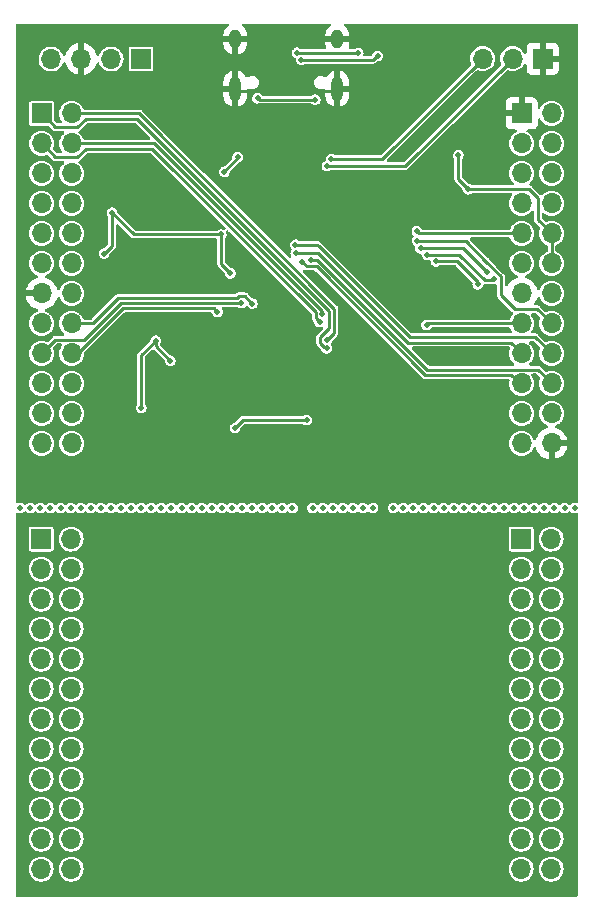
<source format=gbr>
%TF.GenerationSoftware,KiCad,Pcbnew,(6.0.11)*%
%TF.CreationDate,2023-02-23T12:45:07+08:00*%
%TF.ProjectId,nand_programmator,6e616e64-5f70-4726-9f67-72616d6d6174,v3.4*%
%TF.SameCoordinates,Original*%
%TF.FileFunction,Copper,L2,Bot*%
%TF.FilePolarity,Positive*%
%FSLAX46Y46*%
G04 Gerber Fmt 4.6, Leading zero omitted, Abs format (unit mm)*
G04 Created by KiCad (PCBNEW (6.0.11)) date 2023-02-23 12:45:07*
%MOMM*%
%LPD*%
G01*
G04 APERTURE LIST*
%TA.AperFunction,ComponentPad*%
%ADD10R,1.700000X1.700000*%
%TD*%
%TA.AperFunction,ComponentPad*%
%ADD11O,1.700000X1.700000*%
%TD*%
%TA.AperFunction,ComponentPad*%
%ADD12O,1.000000X1.600000*%
%TD*%
%TA.AperFunction,ComponentPad*%
%ADD13O,1.000000X2.100000*%
%TD*%
%TA.AperFunction,ViaPad*%
%ADD14C,0.500000*%
%TD*%
%TA.AperFunction,Conductor*%
%ADD15C,0.250000*%
%TD*%
G04 APERTURE END LIST*
D10*
%TO.P,J1,1,Pin_1*%
%TO.N,+3V3*%
X10819801Y71119737D03*
D11*
%TO.P,J1,2,Pin_2*%
%TO.N,/SWCLK*%
X8279801Y71119737D03*
%TO.P,J1,3,Pin_3*%
%TO.N,GNDD*%
X5739801Y71119737D03*
%TO.P,J1,4,Pin_4*%
%TO.N,/SWDIO*%
X3199801Y71119737D03*
%TD*%
D10*
%TO.P,J2,1,Pin_1*%
%TO.N,GNDD*%
X44819801Y71145037D03*
D11*
%TO.P,J2,2,Pin_2*%
%TO.N,/USART1_TX*%
X42279801Y71145037D03*
%TO.P,J2,3,Pin_3*%
%TO.N,/USART1_RX*%
X39739801Y71145037D03*
%TD*%
%TO.P,J4,25,Pin_25*%
%TO.N,GNDD*%
X45579801Y38569537D03*
%TO.P,J4,26,Pin_26*%
%TO.N,/FSMC_D8*%
X43039801Y38569537D03*
%TO.P,J4,27,Pin_27*%
%TO.N,/FSMC_D9*%
X45579801Y41109537D03*
%TO.P,J4,28,Pin_28*%
%TO.N,/FSMC_D10*%
X43039801Y41109537D03*
%TO.P,J4,29,Pin_29*%
%TO.N,/FSMC_D0*%
X45579801Y43649537D03*
%TO.P,J4,30,Pin_30*%
%TO.N,/FSMC_D1*%
X43039801Y43649537D03*
%TO.P,J4,31,Pin_31*%
%TO.N,/FSMC_D2*%
X45579801Y46189537D03*
%TO.P,J4,32,Pin_32*%
%TO.N,/FSMC_D3*%
X43039801Y46189537D03*
%TO.P,J4,33,Pin_33*%
%TO.N,/FSMC_D11*%
X45579801Y48729537D03*
%TO.P,J4,34,Pin_34*%
%TO.N,+3V3*%
X43039801Y48729537D03*
%TO.P,J4,35,Pin_35*%
%TO.N,unconnected-(J4-Pad35)*%
X45579801Y51269537D03*
%TO.P,J4,36,Pin_36*%
%TO.N,GNDD*%
X43039801Y51269537D03*
%TO.P,J4,37,Pin_37*%
%TO.N,+3V3*%
X45579801Y53809537D03*
%TO.P,J4,38,Pin_38*%
%TO.N,unconnected-(J4-Pad38)*%
X43039801Y53809537D03*
%TO.P,J4,39,Pin_39*%
%TO.N,+3V3*%
X45579801Y56349537D03*
%TO.P,J4,40,Pin_40*%
%TO.N,/FSMC_D12*%
X43039801Y56349537D03*
%TO.P,J4,41,Pin_41*%
%TO.N,/FSMC_D4*%
X45579801Y58889537D03*
%TO.P,J4,42,Pin_42*%
%TO.N,/FSMC_D5*%
X43039801Y58889537D03*
%TO.P,J4,43,Pin_43*%
%TO.N,/FSMC_D6*%
X45579801Y61429537D03*
%TO.P,J4,44,Pin_44*%
%TO.N,/FSMC_D7*%
X43039801Y61429537D03*
%TO.P,J4,45,Pin_45*%
%TO.N,/FSMC_D13*%
X45579801Y63969537D03*
%TO.P,J4,46,Pin_46*%
%TO.N,/FSMC_D14*%
X43039801Y63969537D03*
%TO.P,J4,47,Pin_47*%
%TO.N,/FSMC_D15*%
X45579801Y66509537D03*
D10*
%TO.P,J4,48,Pin_48*%
%TO.N,GNDD*%
X43039801Y66509537D03*
%TD*%
%TO.P,J3,1,Pin_1*%
%TO.N,/SPI1_NSS*%
X2399801Y66509537D03*
D11*
%TO.P,J3,2,Pin_2*%
%TO.N,/SPI1_SCK*%
X4939801Y66509537D03*
%TO.P,J3,3,Pin_3*%
%TO.N,/SPI1_MISO*%
X2399801Y63969537D03*
%TO.P,J3,4,Pin_4*%
%TO.N,/SPI1_MOSI*%
X4939801Y63969537D03*
%TO.P,J3,5,Pin_5*%
%TO.N,unconnected-(J3-Pad5)*%
X2399801Y61429537D03*
%TO.P,J3,6,Pin_6*%
%TO.N,unconnected-(J3-Pad6)*%
X4939801Y61429537D03*
%TO.P,J3,7,Pin_7*%
%TO.N,/FSMC_NWAIT*%
X2399801Y58889537D03*
%TO.P,J3,8,Pin_8*%
%TO.N,/FSMC_NOE*%
X4939801Y58889537D03*
%TO.P,J3,9,Pin_9*%
%TO.N,/FSMC_NCE2*%
X2399801Y56349537D03*
%TO.P,J3,10,Pin_10*%
%TO.N,unconnected-(J3-Pad10)*%
X4939801Y56349537D03*
%TO.P,J3,11,Pin_11*%
%TO.N,unconnected-(J3-Pad11)*%
X2399801Y53809537D03*
%TO.P,J3,12,Pin_12*%
%TO.N,+3V3*%
X4939801Y53809537D03*
%TO.P,J3,13,Pin_13*%
%TO.N,GNDD*%
X2399801Y51269537D03*
%TO.P,J3,14,Pin_14*%
%TO.N,unconnected-(J3-Pad14)*%
X4939801Y51269537D03*
%TO.P,J3,15,Pin_15*%
%TO.N,unconnected-(J3-Pad15)*%
X2399801Y48729537D03*
%TO.P,J3,16,Pin_16*%
%TO.N,/FSMC_CLE*%
X4939801Y48729537D03*
%TO.P,J3,17,Pin_17*%
%TO.N,/FSMC_ALE*%
X2399801Y46189537D03*
%TO.P,J3,18,Pin_18*%
%TO.N,/FSMC_NWE*%
X4939801Y46189537D03*
%TO.P,J3,19,Pin_19*%
%TO.N,Net-(J3-Pad19)*%
X2399801Y43649537D03*
%TO.P,J3,20,Pin_20*%
%TO.N,unconnected-(J3-Pad20)*%
X4939801Y43649537D03*
%TO.P,J3,21,Pin_21*%
%TO.N,unconnected-(J3-Pad21)*%
X2399801Y41109537D03*
%TO.P,J3,22,Pin_22*%
%TO.N,unconnected-(J3-Pad22)*%
X4939801Y41109537D03*
%TO.P,J3,23,Pin_23*%
%TO.N,unconnected-(J3-Pad23)*%
X2399801Y38569537D03*
%TO.P,J3,24,Pin_24*%
%TO.N,unconnected-(J3-Pad24)*%
X4939801Y38569537D03*
%TD*%
D12*
%TO.P,J7,S1,SHIELD*%
%TO.N,GNDD*%
X18800000Y72780000D03*
X27440000Y72780000D03*
D13*
X27440000Y68600000D03*
X18800000Y68600000D03*
%TD*%
D10*
%TO.P,J8,1,Pin_1*%
%TO.N,Net-(J8-Pad1)*%
X2360000Y30470000D03*
D11*
%TO.P,J8,2,Pin_2*%
%TO.N,Net-(J8-Pad2)*%
X4900000Y30470000D03*
%TO.P,J8,3,Pin_3*%
%TO.N,Net-(J8-Pad3)*%
X2360000Y27930000D03*
%TO.P,J8,4,Pin_4*%
%TO.N,Net-(J8-Pad4)*%
X4900000Y27930000D03*
%TO.P,J8,5,Pin_5*%
%TO.N,Net-(J8-Pad5)*%
X2360000Y25390000D03*
%TO.P,J8,6,Pin_6*%
%TO.N,Net-(J8-Pad6)*%
X4900000Y25390000D03*
%TO.P,J8,7,Pin_7*%
%TO.N,Net-(J8-Pad7)*%
X2360000Y22850000D03*
%TO.P,J8,8,Pin_8*%
%TO.N,Net-(J8-Pad8)*%
X4900000Y22850000D03*
%TO.P,J8,9,Pin_9*%
%TO.N,Net-(J8-Pad9)*%
X2360000Y20310000D03*
%TO.P,J8,10,Pin_10*%
%TO.N,Net-(J8-Pad10)*%
X4900000Y20310000D03*
%TO.P,J8,11,Pin_11*%
%TO.N,Net-(J8-Pad11)*%
X2360000Y17770000D03*
%TO.P,J8,12,Pin_12*%
%TO.N,Net-(J8-Pad12)*%
X4900000Y17770000D03*
%TO.P,J8,13,Pin_13*%
%TO.N,Net-(J8-Pad13)*%
X2360000Y15230000D03*
%TO.P,J8,14,Pin_14*%
%TO.N,Net-(J8-Pad14)*%
X4900000Y15230000D03*
%TO.P,J8,15,Pin_15*%
%TO.N,Net-(J8-Pad15)*%
X2360000Y12690000D03*
%TO.P,J8,16,Pin_16*%
%TO.N,Net-(J8-Pad16)*%
X4900000Y12690000D03*
%TO.P,J8,17,Pin_17*%
%TO.N,Net-(J8-Pad17)*%
X2360000Y10150000D03*
%TO.P,J8,18,Pin_18*%
%TO.N,Net-(J8-Pad18)*%
X4900000Y10150000D03*
%TO.P,J8,19,Pin_19*%
%TO.N,Net-(J8-Pad19)*%
X2360000Y7610000D03*
%TO.P,J8,20,Pin_20*%
%TO.N,Net-(J8-Pad20)*%
X4900000Y7610000D03*
%TO.P,J8,21,Pin_21*%
%TO.N,Net-(J8-Pad21)*%
X2360000Y5070000D03*
%TO.P,J8,22,Pin_22*%
%TO.N,Net-(J8-Pad22)*%
X4900000Y5070000D03*
%TO.P,J8,23,Pin_23*%
%TO.N,Net-(J8-Pad23)*%
X2360000Y2530000D03*
%TO.P,J8,24,Pin_24*%
%TO.N,Net-(J8-Pad24)*%
X4900000Y2530000D03*
%TD*%
%TO.P,J9,25,Pin_25*%
%TO.N,Net-(J9-Pad25)*%
X45540000Y2530000D03*
%TO.P,J9,26,Pin_26*%
%TO.N,Net-(J9-Pad26)*%
X43000000Y2530000D03*
%TO.P,J9,27,Pin_27*%
%TO.N,Net-(J9-Pad27)*%
X45540000Y5070000D03*
%TO.P,J9,28,Pin_28*%
%TO.N,Net-(J9-Pad28)*%
X43000000Y5070000D03*
%TO.P,J9,29,Pin_29*%
%TO.N,Net-(J9-Pad29)*%
X45540000Y7610000D03*
%TO.P,J9,30,Pin_30*%
%TO.N,Net-(J9-Pad30)*%
X43000000Y7610000D03*
%TO.P,J9,31,Pin_31*%
%TO.N,Net-(J9-Pad31)*%
X45540000Y10150000D03*
%TO.P,J9,32,Pin_32*%
%TO.N,Net-(J9-Pad32)*%
X43000000Y10150000D03*
%TO.P,J9,33,Pin_33*%
%TO.N,Net-(J9-Pad33)*%
X45540000Y12690000D03*
%TO.P,J9,34,Pin_34*%
%TO.N,Net-(J9-Pad34)*%
X43000000Y12690000D03*
%TO.P,J9,35,Pin_35*%
%TO.N,Net-(J9-Pad35)*%
X45540000Y15230000D03*
%TO.P,J9,36,Pin_36*%
%TO.N,Net-(J9-Pad36)*%
X43000000Y15230000D03*
%TO.P,J9,37,Pin_37*%
%TO.N,Net-(J9-Pad37)*%
X45540000Y17770000D03*
%TO.P,J9,38,Pin_38*%
%TO.N,Net-(J9-Pad38)*%
X43000000Y17770000D03*
%TO.P,J9,39,Pin_39*%
%TO.N,Net-(J9-Pad39)*%
X45540000Y20310000D03*
%TO.P,J9,40,Pin_40*%
%TO.N,Net-(J9-Pad40)*%
X43000000Y20310000D03*
%TO.P,J9,41,Pin_41*%
%TO.N,Net-(J9-Pad41)*%
X45540000Y22850000D03*
%TO.P,J9,42,Pin_42*%
%TO.N,Net-(J9-Pad42)*%
X43000000Y22850000D03*
%TO.P,J9,43,Pin_43*%
%TO.N,Net-(J9-Pad43)*%
X45540000Y25390000D03*
%TO.P,J9,44,Pin_44*%
%TO.N,Net-(J9-Pad44)*%
X43000000Y25390000D03*
%TO.P,J9,45,Pin_45*%
%TO.N,Net-(J9-Pad45)*%
X45540000Y27930000D03*
%TO.P,J9,46,Pin_46*%
%TO.N,Net-(J9-Pad46)*%
X43000000Y27930000D03*
%TO.P,J9,47,Pin_47*%
%TO.N,Net-(J9-Pad47)*%
X45540000Y30470000D03*
D10*
%TO.P,J9,48,Pin_48*%
%TO.N,Net-(J9-Pad48)*%
X43000000Y30470000D03*
%TD*%
D14*
%TO.N,*%
X15098718Y33110000D03*
X18512534Y33110000D03*
X2296908Y33110000D03*
X46676516Y33110000D03*
X47530000Y33110000D03*
X33874706Y33110000D03*
X27047074Y33110000D03*
X29607436Y33110000D03*
X8271086Y33110000D03*
X35581614Y33110000D03*
X32167798Y33110000D03*
X19365988Y33110000D03*
X25340166Y33110000D03*
X20219442Y33110000D03*
X41555792Y33110000D03*
X26193620Y33110000D03*
X590000Y33110000D03*
X15952172Y33110000D03*
X9124540Y33110000D03*
X36435068Y33110000D03*
X4857270Y33110000D03*
X5710724Y33110000D03*
X34728160Y33110000D03*
X38995430Y33110000D03*
X10831448Y33110000D03*
X23633258Y33110000D03*
X43262700Y33110000D03*
X39848884Y33110000D03*
X21072896Y33110000D03*
X27900528Y33110000D03*
X37288522Y33110000D03*
X28753982Y33110000D03*
X33021252Y33110000D03*
X42409246Y33110000D03*
X4003816Y33110000D03*
X12538356Y33110000D03*
X14245264Y33110000D03*
X7417632Y33110000D03*
X17659080Y33110000D03*
X40702338Y33110000D03*
X11684902Y33110000D03*
X45823062Y33110000D03*
X21926350Y33110000D03*
X9977994Y33110000D03*
X1443454Y33110000D03*
X44116154Y33110000D03*
X13391810Y33110000D03*
X6564178Y33110000D03*
X38141976Y33110000D03*
X22779804Y33110000D03*
X44969608Y33110000D03*
X16805626Y33110000D03*
X30460890Y33110000D03*
X3150362Y33110000D03*
%TO.N,GNDD*%
X25200000Y65430000D03*
X28380000Y39370000D03*
X26762345Y41697486D03*
X37200000Y35310000D03*
X6890000Y55360000D03*
X32540000Y35290000D03*
X34860000Y35330000D03*
X29840000Y53920000D03*
X28540000Y46440000D03*
X25700000Y61220000D03*
X37300000Y46420000D03*
X37700000Y64200000D03*
X7160000Y56820000D03*
X41530000Y60920000D03*
X21570000Y57640000D03*
X23120000Y65490000D03*
X17000000Y63280000D03*
X10980000Y39780000D03*
X19910000Y62020000D03*
X39380000Y62800000D03*
X6950000Y58220000D03*
X13024756Y48498841D03*
X29060000Y57590000D03*
X10220000Y67940000D03*
X23410000Y69740000D03*
X7240000Y64590000D03*
X38560000Y58400000D03*
X24220000Y47330000D03*
X20470000Y39070000D03*
X25900000Y56590000D03*
X32695232Y39629572D03*
X13470000Y60530000D03*
%TO.N,+5V*%
X25570000Y67685000D03*
X20680000Y67800000D03*
%TO.N,+3V3*%
X17610000Y56260000D03*
X19000000Y62820000D03*
X18380000Y52970000D03*
X34990000Y48620000D03*
X17868767Y61578767D03*
X7690000Y54650000D03*
X38510000Y60090000D03*
X37680000Y62960000D03*
X10830000Y41590000D03*
X13290000Y45580000D03*
X8360000Y58110000D03*
X12060000Y47270000D03*
%TO.N,/USART1_TX*%
X26561247Y62061910D03*
%TO.N,/USART1_RX*%
X26940000Y62650000D03*
%TO.N,/SPI1_NSS*%
X26531198Y46621574D03*
%TO.N,/SPI1_SCK*%
X26570000Y47320000D03*
%TO.N,/SPI1_MISO*%
X25942993Y48868357D03*
%TO.N,/SPI1_MOSI*%
X26170000Y49530000D03*
%TO.N,/FSMC_CLE*%
X20236233Y50413767D03*
%TO.N,/FSMC_ALE*%
X19314500Y50450500D03*
%TO.N,/FSMC_NWE*%
X17289303Y49710000D03*
%TO.N,/FSMC_D12*%
X34180000Y56550000D03*
%TO.N,/FSMC_D11*%
X34190000Y55720000D03*
%TO.N,/FSMC_D3*%
X23915301Y54700000D03*
%TO.N,/FSMC_D2*%
X23885127Y55398851D03*
%TO.N,/FSMC_D1*%
X24489801Y53960199D03*
%TO.N,/FSMC_D0*%
X25169490Y54125500D03*
%TO.N,/FSMC_D10*%
X40095000Y53075000D03*
X34480498Y55083671D03*
%TO.N,/FSMC_D9*%
X35039217Y54545500D03*
X40690000Y52490000D03*
%TO.N,/FSMC_D8*%
X39330000Y52040000D03*
X35790000Y53990000D03*
%TO.N,/NRST*%
X24850000Y40540000D03*
X18780000Y39890000D03*
%TO.N,Net-(J7-PadA5)*%
X24393186Y71060237D03*
X30850460Y71385948D03*
%TO.N,Net-(J7-PadB5)*%
X29200000Y71604500D03*
X24025000Y71655000D03*
%TD*%
D15*
%TO.N,GNDD*%
X32540000Y35290000D02*
X37440000Y35290000D01*
X27269999Y68429999D02*
X18970001Y68429999D01*
%TO.N,+5V*%
X20795000Y67685000D02*
X25570000Y67685000D01*
X20680000Y67800000D02*
X20795000Y67685000D01*
%TO.N,+3V3*%
X43039801Y48729537D02*
X35099537Y48729537D01*
X18380000Y52970000D02*
X17610000Y53740000D01*
X10830000Y41590000D02*
X10830000Y46040000D01*
X38510000Y60090000D02*
X43691039Y60090000D01*
X37680000Y60920000D02*
X38510000Y60090000D01*
X17868767Y61578767D02*
X19070000Y62780000D01*
X17610000Y56260000D02*
X10210000Y56260000D01*
X35099537Y48729537D02*
X34990000Y48620000D01*
X44404801Y59376238D02*
X44404801Y57524537D01*
X17610000Y53740000D02*
X17610000Y56260000D01*
X37680000Y62960000D02*
X37680000Y60920000D01*
X43691039Y60090000D02*
X44404801Y59376238D01*
X10210000Y56260000D02*
X8360000Y58110000D01*
X45579801Y56349537D02*
X45579801Y53809537D01*
X10830000Y46040000D02*
X12060000Y47270000D01*
X12060000Y47270000D02*
X12060000Y46810000D01*
X8360000Y58110000D02*
X8360000Y55320000D01*
X44404801Y57524537D02*
X45579801Y56349537D01*
X12060000Y46810000D02*
X13290000Y45580000D01*
X8360000Y55320000D02*
X7690000Y54650000D01*
%TO.N,/USART1_TX*%
X33209764Y62075000D02*
X42279801Y71145037D01*
X26574337Y62075000D02*
X33209764Y62075000D01*
X26561247Y62061910D02*
X26574337Y62075000D01*
%TO.N,/USART1_RX*%
X31244764Y62650000D02*
X26940000Y62650000D01*
X39739801Y71145037D02*
X31244764Y62650000D01*
%TO.N,/SPI1_NSS*%
X26331827Y46745000D02*
X25980000Y47096827D01*
X26745000Y48308173D02*
X26745000Y49805000D01*
X5426502Y65334537D02*
X3574801Y65334537D01*
X25980000Y47096827D02*
X25980000Y47543173D01*
X26745000Y49805000D02*
X10490463Y66059537D01*
X6151502Y66059537D02*
X5426502Y65334537D01*
X25980000Y47543173D02*
X26745000Y48308173D01*
X3574801Y65334537D02*
X2399801Y66509537D01*
X26407772Y46745000D02*
X26331827Y46745000D01*
X10490463Y66059537D02*
X6151502Y66059537D01*
X26531198Y46621574D02*
X26407772Y46745000D01*
%TO.N,/SPI1_SCK*%
X27195000Y47945000D02*
X26570000Y47320000D01*
X10676859Y66509537D02*
X27195000Y49991396D01*
X27195000Y49991396D02*
X27195000Y47945000D01*
X4939801Y66509537D02*
X10676859Y66509537D01*
%TO.N,/SPI1_MISO*%
X6151502Y63519537D02*
X5426502Y62794537D01*
X11757671Y63519537D02*
X6151502Y63519537D01*
X3574801Y62794537D02*
X2399801Y63969537D01*
X25942993Y48868357D02*
X25595000Y49216350D01*
X25595000Y49216350D02*
X25595000Y49682208D01*
X5426502Y62794537D02*
X3574801Y62794537D01*
X25595000Y49682208D02*
X11757671Y63519537D01*
%TO.N,/SPI1_MOSI*%
X26170000Y49743604D02*
X26170000Y49530000D01*
X11944067Y63969537D02*
X26170000Y49743604D01*
X4939801Y63969537D02*
X11944067Y63969537D01*
%TO.N,/FSMC_CLE*%
X19624500Y51025500D02*
X19076327Y51025500D01*
X8900000Y50900000D02*
X6729537Y48729537D01*
X6729537Y48729537D02*
X4939801Y48729537D01*
X19076327Y51025500D02*
X18950827Y50900000D01*
X18950827Y50900000D02*
X8900000Y50900000D01*
X20236233Y50413767D02*
X19624500Y51025500D01*
%TO.N,/FSMC_ALE*%
X3574801Y47364537D02*
X2399801Y46189537D01*
X19314500Y50450500D02*
X19314000Y50450000D01*
X19314000Y50450000D02*
X9086396Y50450000D01*
X9086396Y50450000D02*
X6000933Y47364537D01*
X6000933Y47364537D02*
X3574801Y47364537D01*
%TO.N,/FSMC_NWE*%
X17289303Y49710000D02*
X16999303Y50000000D01*
X9272792Y50000000D02*
X5462329Y46189537D01*
X5462329Y46189537D02*
X4939801Y46189537D01*
X16999303Y50000000D02*
X9272792Y50000000D01*
%TO.N,/FSMC_D12*%
X34380463Y56349537D02*
X43039801Y56349537D01*
X34180000Y56550000D02*
X34380463Y56349537D01*
%TO.N,/FSMC_D11*%
X38300000Y55720000D02*
X39970000Y54050000D01*
X41286587Y52706586D02*
X41286587Y51143413D01*
X39970000Y54050000D02*
X39970000Y54023173D01*
X41286587Y51143413D02*
X42500000Y49930000D01*
X34190000Y55720000D02*
X38300000Y55720000D01*
X42500000Y49930000D02*
X44379338Y49930000D01*
X39970000Y54023173D02*
X41286587Y52706586D01*
X44379338Y49930000D02*
X45579801Y48729537D01*
%TO.N,/FSMC_D3*%
X42124801Y47104537D02*
X43039801Y46189537D01*
X25803604Y54700000D02*
X33399067Y47104537D01*
X23915301Y54700000D02*
X25803604Y54700000D01*
X33399067Y47104537D02*
X42124801Y47104537D01*
%TO.N,/FSMC_D2*%
X45579801Y46189537D02*
X44214801Y47554537D01*
X23885127Y55398851D02*
X25741149Y55398851D01*
X25741149Y55398851D02*
X26030000Y55110000D01*
X26030000Y55110000D02*
X25890000Y55250000D01*
X44214801Y47554537D02*
X33585463Y47554537D01*
X33585463Y47554537D02*
X26030000Y55110000D01*
X25890000Y55250000D02*
X25850000Y55290000D01*
%TO.N,/FSMC_D1*%
X34856275Y44374537D02*
X42155000Y44374537D01*
X24899500Y53550500D02*
X25680312Y53550500D01*
X42155000Y44374537D02*
X42880000Y43649537D01*
X24489801Y53960199D02*
X24899500Y53550500D01*
X25680312Y53550500D02*
X34856275Y44374537D01*
%TO.N,/FSMC_D0*%
X25741708Y54125500D02*
X35042671Y44824537D01*
X25169490Y54125500D02*
X25741708Y54125500D01*
X35042671Y44824537D02*
X44404801Y44824537D01*
X44404801Y44824537D02*
X45579801Y43649537D01*
%TO.N,/FSMC_D10*%
X38050000Y55120000D02*
X40095000Y53075000D01*
X34480498Y55083671D02*
X34516827Y55120000D01*
X34516827Y55120000D02*
X38050000Y55120000D01*
%TO.N,/FSMC_D9*%
X39930000Y52380000D02*
X40510000Y52380000D01*
X35058717Y54565000D02*
X37745000Y54565000D01*
X40690000Y52490000D02*
X40610000Y52480000D01*
X35039217Y54545500D02*
X35058717Y54565000D01*
X37745000Y54565000D02*
X39930000Y52380000D01*
X40510000Y52380000D02*
X40690000Y52490000D01*
%TO.N,/FSMC_D8*%
X39330000Y52230000D02*
X39330000Y52040000D01*
X35790000Y53990000D02*
X37570000Y53990000D01*
X37570000Y53990000D02*
X39330000Y52230000D01*
%TO.N,/NRST*%
X18780000Y39890000D02*
X19430000Y40540000D01*
X19430000Y40540000D02*
X24850000Y40540000D01*
%TO.N,Net-(J7-PadA5)*%
X30420000Y71030000D02*
X30810000Y71410000D01*
X24393186Y71060237D02*
X24423423Y71030000D01*
X24423423Y71030000D02*
X30420000Y71030000D01*
%TO.N,Net-(J7-PadB5)*%
X24025000Y71655000D02*
X29185000Y71655000D01*
%TD*%
%TA.AperFunction,Conductor*%
%TO.N,GNDD*%
G36*
X18194461Y74099498D02*
G01*
X18240954Y74045842D01*
X18251058Y73975568D01*
X18221564Y73910988D01*
X18205292Y73895303D01*
X18096127Y73807532D01*
X18087368Y73798954D01*
X17968222Y73656961D01*
X17961292Y73646841D01*
X17871998Y73484415D01*
X17867166Y73473142D01*
X17811120Y73296462D01*
X17808570Y73284468D01*
X17792393Y73140239D01*
X17792000Y73133215D01*
X17792000Y73052115D01*
X17796475Y73036876D01*
X17797865Y73035671D01*
X17805548Y73034000D01*
X19789885Y73034000D01*
X19805124Y73038475D01*
X19806329Y73039865D01*
X19808000Y73047548D01*
X19808000Y73126657D01*
X19807699Y73132805D01*
X19794188Y73270603D01*
X19791805Y73282638D01*
X19738233Y73460076D01*
X19733559Y73471416D01*
X19646540Y73635077D01*
X19639751Y73645294D01*
X19522603Y73788933D01*
X19513959Y73797637D01*
X19394556Y73896415D01*
X19354818Y73955249D01*
X19353195Y74026227D01*
X19390204Y74086814D01*
X19454094Y74117775D01*
X19474871Y74119500D01*
X26766340Y74119500D01*
X26834461Y74099498D01*
X26880954Y74045842D01*
X26891058Y73975568D01*
X26861564Y73910988D01*
X26845292Y73895303D01*
X26736127Y73807532D01*
X26727368Y73798954D01*
X26608222Y73656961D01*
X26601292Y73646841D01*
X26511998Y73484415D01*
X26507166Y73473142D01*
X26451120Y73296462D01*
X26448570Y73284468D01*
X26432393Y73140239D01*
X26432000Y73133215D01*
X26432000Y73052115D01*
X26436475Y73036876D01*
X26437865Y73035671D01*
X26445548Y73034000D01*
X28429885Y73034000D01*
X28445124Y73038475D01*
X28446329Y73039865D01*
X28448000Y73047548D01*
X28448000Y73126657D01*
X28447699Y73132805D01*
X28434188Y73270603D01*
X28431805Y73282638D01*
X28378233Y73460076D01*
X28373559Y73471416D01*
X28286540Y73635077D01*
X28279751Y73645294D01*
X28162603Y73788933D01*
X28153959Y73797637D01*
X28034556Y73896415D01*
X27994818Y73955249D01*
X27993195Y74026227D01*
X28030204Y74086814D01*
X28094094Y74117775D01*
X28114871Y74119500D01*
X47693500Y74119500D01*
X47761621Y74099498D01*
X47808114Y74045842D01*
X47819500Y73993500D01*
X47819500Y33662870D01*
X47799498Y33594749D01*
X47745842Y33548256D01*
X47675568Y33538152D01*
X47657398Y33542153D01*
X47605876Y33557561D01*
X47605877Y33557561D01*
X47597273Y33560134D01*
X47588298Y33560189D01*
X47588297Y33560189D01*
X47533641Y33560523D01*
X47468231Y33560922D01*
X47406193Y33543191D01*
X47352786Y33527928D01*
X47352784Y33527927D01*
X47344155Y33525461D01*
X47235019Y33456601D01*
X47205443Y33423113D01*
X47197794Y33414452D01*
X47137708Y33376634D01*
X47066715Y33377305D01*
X47007899Y33415613D01*
X47007885Y33415630D01*
X46975709Y33452972D01*
X46867422Y33523159D01*
X46858827Y33525729D01*
X46858826Y33525730D01*
X46752390Y33557562D01*
X46752388Y33557562D01*
X46743789Y33560134D01*
X46734814Y33560189D01*
X46734813Y33560189D01*
X46680157Y33560523D01*
X46614747Y33560922D01*
X46552709Y33543191D01*
X46499302Y33527928D01*
X46499300Y33527927D01*
X46490671Y33525461D01*
X46381535Y33456601D01*
X46352360Y33423566D01*
X46344325Y33414469D01*
X46284239Y33376651D01*
X46213246Y33377322D01*
X46154432Y33415629D01*
X46122255Y33452972D01*
X46013968Y33523159D01*
X46005373Y33525729D01*
X46005372Y33525730D01*
X45898936Y33557562D01*
X45898934Y33557562D01*
X45890335Y33560134D01*
X45881360Y33560189D01*
X45881359Y33560189D01*
X45826703Y33560523D01*
X45761293Y33560922D01*
X45699255Y33543191D01*
X45645848Y33527928D01*
X45645846Y33527927D01*
X45637217Y33525461D01*
X45528081Y33456601D01*
X45498906Y33423566D01*
X45490871Y33414469D01*
X45430785Y33376651D01*
X45359792Y33377322D01*
X45300978Y33415629D01*
X45268801Y33452972D01*
X45160514Y33523159D01*
X45151919Y33525729D01*
X45151918Y33525730D01*
X45045482Y33557562D01*
X45045480Y33557562D01*
X45036881Y33560134D01*
X45027906Y33560189D01*
X45027905Y33560189D01*
X44973249Y33560523D01*
X44907839Y33560922D01*
X44845801Y33543191D01*
X44792394Y33527928D01*
X44792392Y33527927D01*
X44783763Y33525461D01*
X44674627Y33456601D01*
X44645452Y33423566D01*
X44637417Y33414469D01*
X44577331Y33376651D01*
X44506338Y33377322D01*
X44447524Y33415629D01*
X44415347Y33452972D01*
X44307060Y33523159D01*
X44298465Y33525729D01*
X44298464Y33525730D01*
X44192028Y33557562D01*
X44192026Y33557562D01*
X44183427Y33560134D01*
X44174452Y33560189D01*
X44174451Y33560189D01*
X44119795Y33560523D01*
X44054385Y33560922D01*
X43992347Y33543191D01*
X43938940Y33527928D01*
X43938938Y33527927D01*
X43930309Y33525461D01*
X43821173Y33456601D01*
X43791998Y33423566D01*
X43783963Y33414469D01*
X43723877Y33376651D01*
X43652884Y33377322D01*
X43594070Y33415629D01*
X43561893Y33452972D01*
X43453606Y33523159D01*
X43445011Y33525729D01*
X43445010Y33525730D01*
X43338574Y33557562D01*
X43338572Y33557562D01*
X43329973Y33560134D01*
X43320998Y33560189D01*
X43320997Y33560189D01*
X43266341Y33560523D01*
X43200931Y33560922D01*
X43138893Y33543191D01*
X43085486Y33527928D01*
X43085484Y33527927D01*
X43076855Y33525461D01*
X42967719Y33456601D01*
X42938544Y33423566D01*
X42930509Y33414469D01*
X42870423Y33376651D01*
X42799430Y33377322D01*
X42740616Y33415629D01*
X42708439Y33452972D01*
X42600152Y33523159D01*
X42591557Y33525729D01*
X42591556Y33525730D01*
X42485120Y33557562D01*
X42485118Y33557562D01*
X42476519Y33560134D01*
X42467544Y33560189D01*
X42467543Y33560189D01*
X42412887Y33560523D01*
X42347477Y33560922D01*
X42285439Y33543191D01*
X42232032Y33527928D01*
X42232030Y33527927D01*
X42223401Y33525461D01*
X42114265Y33456601D01*
X42085090Y33423566D01*
X42077055Y33414469D01*
X42016969Y33376651D01*
X41945976Y33377322D01*
X41887162Y33415629D01*
X41854985Y33452972D01*
X41746698Y33523159D01*
X41738103Y33525729D01*
X41738102Y33525730D01*
X41631666Y33557562D01*
X41631664Y33557562D01*
X41623065Y33560134D01*
X41614090Y33560189D01*
X41614089Y33560189D01*
X41559433Y33560523D01*
X41494023Y33560922D01*
X41431985Y33543191D01*
X41378578Y33527928D01*
X41378576Y33527927D01*
X41369947Y33525461D01*
X41260811Y33456601D01*
X41231636Y33423566D01*
X41223601Y33414469D01*
X41163515Y33376651D01*
X41092522Y33377322D01*
X41033708Y33415629D01*
X41001531Y33452972D01*
X40893244Y33523159D01*
X40884649Y33525729D01*
X40884648Y33525730D01*
X40778212Y33557562D01*
X40778210Y33557562D01*
X40769611Y33560134D01*
X40760636Y33560189D01*
X40760635Y33560189D01*
X40705979Y33560523D01*
X40640569Y33560922D01*
X40578531Y33543191D01*
X40525124Y33527928D01*
X40525122Y33527927D01*
X40516493Y33525461D01*
X40407357Y33456601D01*
X40378182Y33423566D01*
X40370147Y33414469D01*
X40310061Y33376651D01*
X40239068Y33377322D01*
X40180254Y33415629D01*
X40148077Y33452972D01*
X40039790Y33523159D01*
X40031195Y33525729D01*
X40031194Y33525730D01*
X39924758Y33557562D01*
X39924756Y33557562D01*
X39916157Y33560134D01*
X39907182Y33560189D01*
X39907181Y33560189D01*
X39852525Y33560523D01*
X39787115Y33560922D01*
X39725077Y33543191D01*
X39671670Y33527928D01*
X39671668Y33527927D01*
X39663039Y33525461D01*
X39553903Y33456601D01*
X39524728Y33423566D01*
X39516693Y33414469D01*
X39456607Y33376651D01*
X39385614Y33377322D01*
X39326800Y33415629D01*
X39294623Y33452972D01*
X39186336Y33523159D01*
X39177741Y33525729D01*
X39177740Y33525730D01*
X39071304Y33557562D01*
X39071302Y33557562D01*
X39062703Y33560134D01*
X39053728Y33560189D01*
X39053727Y33560189D01*
X38999071Y33560523D01*
X38933661Y33560922D01*
X38871623Y33543191D01*
X38818216Y33527928D01*
X38818214Y33527927D01*
X38809585Y33525461D01*
X38700449Y33456601D01*
X38671274Y33423566D01*
X38663239Y33414469D01*
X38603153Y33376651D01*
X38532160Y33377322D01*
X38473346Y33415629D01*
X38441169Y33452972D01*
X38332882Y33523159D01*
X38324287Y33525729D01*
X38324286Y33525730D01*
X38217850Y33557562D01*
X38217848Y33557562D01*
X38209249Y33560134D01*
X38200274Y33560189D01*
X38200273Y33560189D01*
X38145617Y33560523D01*
X38080207Y33560922D01*
X38018169Y33543191D01*
X37964762Y33527928D01*
X37964760Y33527927D01*
X37956131Y33525461D01*
X37846995Y33456601D01*
X37817820Y33423566D01*
X37809785Y33414469D01*
X37749699Y33376651D01*
X37678706Y33377322D01*
X37619892Y33415629D01*
X37587715Y33452972D01*
X37479428Y33523159D01*
X37470833Y33525729D01*
X37470832Y33525730D01*
X37364396Y33557562D01*
X37364394Y33557562D01*
X37355795Y33560134D01*
X37346820Y33560189D01*
X37346819Y33560189D01*
X37292163Y33560523D01*
X37226753Y33560922D01*
X37164715Y33543191D01*
X37111308Y33527928D01*
X37111306Y33527927D01*
X37102677Y33525461D01*
X36993541Y33456601D01*
X36964366Y33423566D01*
X36956331Y33414469D01*
X36896245Y33376651D01*
X36825252Y33377322D01*
X36766438Y33415629D01*
X36734261Y33452972D01*
X36625974Y33523159D01*
X36617379Y33525729D01*
X36617378Y33525730D01*
X36510942Y33557562D01*
X36510940Y33557562D01*
X36502341Y33560134D01*
X36493366Y33560189D01*
X36493365Y33560189D01*
X36438709Y33560523D01*
X36373299Y33560922D01*
X36311261Y33543191D01*
X36257854Y33527928D01*
X36257852Y33527927D01*
X36249223Y33525461D01*
X36140087Y33456601D01*
X36110912Y33423566D01*
X36102877Y33414469D01*
X36042791Y33376651D01*
X35971798Y33377322D01*
X35912984Y33415629D01*
X35880807Y33452972D01*
X35772520Y33523159D01*
X35763925Y33525729D01*
X35763924Y33525730D01*
X35657488Y33557562D01*
X35657486Y33557562D01*
X35648887Y33560134D01*
X35639912Y33560189D01*
X35639911Y33560189D01*
X35585255Y33560523D01*
X35519845Y33560922D01*
X35457807Y33543191D01*
X35404400Y33527928D01*
X35404398Y33527927D01*
X35395769Y33525461D01*
X35286633Y33456601D01*
X35257458Y33423566D01*
X35249423Y33414469D01*
X35189337Y33376651D01*
X35118344Y33377322D01*
X35059530Y33415629D01*
X35027353Y33452972D01*
X34919066Y33523159D01*
X34910471Y33525729D01*
X34910470Y33525730D01*
X34804034Y33557562D01*
X34804032Y33557562D01*
X34795433Y33560134D01*
X34786458Y33560189D01*
X34786457Y33560189D01*
X34731801Y33560523D01*
X34666391Y33560922D01*
X34604353Y33543191D01*
X34550946Y33527928D01*
X34550944Y33527927D01*
X34542315Y33525461D01*
X34433179Y33456601D01*
X34404004Y33423566D01*
X34395969Y33414469D01*
X34335883Y33376651D01*
X34264890Y33377322D01*
X34206076Y33415629D01*
X34173899Y33452972D01*
X34065612Y33523159D01*
X34057017Y33525729D01*
X34057016Y33525730D01*
X33950580Y33557562D01*
X33950578Y33557562D01*
X33941979Y33560134D01*
X33933004Y33560189D01*
X33933003Y33560189D01*
X33878347Y33560523D01*
X33812937Y33560922D01*
X33750899Y33543191D01*
X33697492Y33527928D01*
X33697490Y33527927D01*
X33688861Y33525461D01*
X33579725Y33456601D01*
X33550550Y33423566D01*
X33542515Y33414469D01*
X33482429Y33376651D01*
X33411436Y33377322D01*
X33352622Y33415629D01*
X33320445Y33452972D01*
X33212158Y33523159D01*
X33203563Y33525729D01*
X33203562Y33525730D01*
X33097126Y33557562D01*
X33097124Y33557562D01*
X33088525Y33560134D01*
X33079550Y33560189D01*
X33079549Y33560189D01*
X33024893Y33560523D01*
X32959483Y33560922D01*
X32897445Y33543191D01*
X32844038Y33527928D01*
X32844036Y33527927D01*
X32835407Y33525461D01*
X32726271Y33456601D01*
X32697096Y33423566D01*
X32689061Y33414469D01*
X32628975Y33376651D01*
X32557982Y33377322D01*
X32499168Y33415629D01*
X32466991Y33452972D01*
X32358704Y33523159D01*
X32350109Y33525729D01*
X32350108Y33525730D01*
X32243672Y33557562D01*
X32243670Y33557562D01*
X32235071Y33560134D01*
X32226096Y33560189D01*
X32226095Y33560189D01*
X32171439Y33560523D01*
X32106029Y33560922D01*
X32043991Y33543191D01*
X31990584Y33527928D01*
X31990582Y33527927D01*
X31981953Y33525461D01*
X31872817Y33456601D01*
X31866874Y33449872D01*
X31866873Y33449871D01*
X31835607Y33414469D01*
X31787394Y33359878D01*
X31783580Y33351755D01*
X31783579Y33351753D01*
X31778298Y33340504D01*
X31732552Y33243068D01*
X31731172Y33234202D01*
X31714080Y33124433D01*
X31714080Y33124429D01*
X31712699Y33115560D01*
X31713863Y33106658D01*
X31713863Y33106655D01*
X31728266Y32996511D01*
X31728267Y32996507D01*
X31729431Y32987606D01*
X31781403Y32869490D01*
X31864437Y32770709D01*
X31971858Y32699204D01*
X32095031Y32660722D01*
X32104001Y32660558D01*
X32104005Y32660557D01*
X32162740Y32659481D01*
X32224053Y32658357D01*
X32298156Y32678560D01*
X32339890Y32689938D01*
X32339891Y32689938D01*
X32348553Y32692300D01*
X32356203Y32696997D01*
X32356205Y32696998D01*
X32450870Y32755122D01*
X32450873Y32755125D01*
X32458522Y32759821D01*
X32468378Y32770709D01*
X32500821Y32806552D01*
X32561364Y32843634D01*
X32632344Y32842096D01*
X32690685Y32803074D01*
X32717891Y32770709D01*
X32825312Y32699204D01*
X32948485Y32660722D01*
X32957455Y32660558D01*
X32957459Y32660557D01*
X33016194Y32659481D01*
X33077507Y32658357D01*
X33151610Y32678560D01*
X33193344Y32689938D01*
X33193345Y32689938D01*
X33202007Y32692300D01*
X33209657Y32696997D01*
X33209659Y32696998D01*
X33304324Y32755122D01*
X33304327Y32755125D01*
X33311976Y32759821D01*
X33321832Y32770709D01*
X33354275Y32806552D01*
X33414818Y32843634D01*
X33485798Y32842096D01*
X33544139Y32803074D01*
X33571345Y32770709D01*
X33678766Y32699204D01*
X33801939Y32660722D01*
X33810909Y32660558D01*
X33810913Y32660557D01*
X33869648Y32659481D01*
X33930961Y32658357D01*
X34005064Y32678560D01*
X34046798Y32689938D01*
X34046799Y32689938D01*
X34055461Y32692300D01*
X34063111Y32696997D01*
X34063113Y32696998D01*
X34157778Y32755122D01*
X34157781Y32755125D01*
X34165430Y32759821D01*
X34175286Y32770709D01*
X34207729Y32806552D01*
X34268272Y32843634D01*
X34339252Y32842096D01*
X34397593Y32803074D01*
X34424799Y32770709D01*
X34532220Y32699204D01*
X34655393Y32660722D01*
X34664363Y32660558D01*
X34664367Y32660557D01*
X34723102Y32659481D01*
X34784415Y32658357D01*
X34858518Y32678560D01*
X34900252Y32689938D01*
X34900253Y32689938D01*
X34908915Y32692300D01*
X34916565Y32696997D01*
X34916567Y32696998D01*
X35011232Y32755122D01*
X35011235Y32755125D01*
X35018884Y32759821D01*
X35028740Y32770709D01*
X35061183Y32806552D01*
X35121726Y32843634D01*
X35192706Y32842096D01*
X35251047Y32803074D01*
X35278253Y32770709D01*
X35385674Y32699204D01*
X35508847Y32660722D01*
X35517817Y32660558D01*
X35517821Y32660557D01*
X35576556Y32659481D01*
X35637869Y32658357D01*
X35711972Y32678560D01*
X35753706Y32689938D01*
X35753707Y32689938D01*
X35762369Y32692300D01*
X35770019Y32696997D01*
X35770021Y32696998D01*
X35864686Y32755122D01*
X35864689Y32755125D01*
X35872338Y32759821D01*
X35882194Y32770709D01*
X35914637Y32806552D01*
X35975180Y32843634D01*
X36046160Y32842096D01*
X36104501Y32803074D01*
X36131707Y32770709D01*
X36239128Y32699204D01*
X36362301Y32660722D01*
X36371271Y32660558D01*
X36371275Y32660557D01*
X36430010Y32659481D01*
X36491323Y32658357D01*
X36565426Y32678560D01*
X36607160Y32689938D01*
X36607161Y32689938D01*
X36615823Y32692300D01*
X36623473Y32696997D01*
X36623475Y32696998D01*
X36718140Y32755122D01*
X36718143Y32755125D01*
X36725792Y32759821D01*
X36735648Y32770709D01*
X36768091Y32806552D01*
X36828634Y32843634D01*
X36899614Y32842096D01*
X36957955Y32803074D01*
X36985161Y32770709D01*
X37092582Y32699204D01*
X37215755Y32660722D01*
X37224725Y32660558D01*
X37224729Y32660557D01*
X37283464Y32659481D01*
X37344777Y32658357D01*
X37418880Y32678560D01*
X37460614Y32689938D01*
X37460615Y32689938D01*
X37469277Y32692300D01*
X37476927Y32696997D01*
X37476929Y32696998D01*
X37571594Y32755122D01*
X37571597Y32755125D01*
X37579246Y32759821D01*
X37589102Y32770709D01*
X37621545Y32806552D01*
X37682088Y32843634D01*
X37753068Y32842096D01*
X37811409Y32803074D01*
X37838615Y32770709D01*
X37946036Y32699204D01*
X38069209Y32660722D01*
X38078179Y32660558D01*
X38078183Y32660557D01*
X38136918Y32659481D01*
X38198231Y32658357D01*
X38272334Y32678560D01*
X38314068Y32689938D01*
X38314069Y32689938D01*
X38322731Y32692300D01*
X38330381Y32696997D01*
X38330383Y32696998D01*
X38425048Y32755122D01*
X38425051Y32755125D01*
X38432700Y32759821D01*
X38442556Y32770709D01*
X38474999Y32806552D01*
X38535542Y32843634D01*
X38606522Y32842096D01*
X38664863Y32803074D01*
X38692069Y32770709D01*
X38799490Y32699204D01*
X38922663Y32660722D01*
X38931633Y32660558D01*
X38931637Y32660557D01*
X38990372Y32659481D01*
X39051685Y32658357D01*
X39125788Y32678560D01*
X39167522Y32689938D01*
X39167523Y32689938D01*
X39176185Y32692300D01*
X39183835Y32696997D01*
X39183837Y32696998D01*
X39278502Y32755122D01*
X39278505Y32755125D01*
X39286154Y32759821D01*
X39296010Y32770709D01*
X39328453Y32806552D01*
X39388996Y32843634D01*
X39459976Y32842096D01*
X39518317Y32803074D01*
X39545523Y32770709D01*
X39652944Y32699204D01*
X39776117Y32660722D01*
X39785087Y32660558D01*
X39785091Y32660557D01*
X39843826Y32659481D01*
X39905139Y32658357D01*
X39979242Y32678560D01*
X40020976Y32689938D01*
X40020977Y32689938D01*
X40029639Y32692300D01*
X40037289Y32696997D01*
X40037291Y32696998D01*
X40131956Y32755122D01*
X40131959Y32755125D01*
X40139608Y32759821D01*
X40149464Y32770709D01*
X40181907Y32806552D01*
X40242450Y32843634D01*
X40313430Y32842096D01*
X40371771Y32803074D01*
X40398977Y32770709D01*
X40506398Y32699204D01*
X40629571Y32660722D01*
X40638541Y32660558D01*
X40638545Y32660557D01*
X40697280Y32659481D01*
X40758593Y32658357D01*
X40832696Y32678560D01*
X40874430Y32689938D01*
X40874431Y32689938D01*
X40883093Y32692300D01*
X40890743Y32696997D01*
X40890745Y32696998D01*
X40985410Y32755122D01*
X40985413Y32755125D01*
X40993062Y32759821D01*
X41002918Y32770709D01*
X41035361Y32806552D01*
X41095904Y32843634D01*
X41166884Y32842096D01*
X41225225Y32803074D01*
X41252431Y32770709D01*
X41359852Y32699204D01*
X41483025Y32660722D01*
X41491995Y32660558D01*
X41491999Y32660557D01*
X41550734Y32659481D01*
X41612047Y32658357D01*
X41686150Y32678560D01*
X41727884Y32689938D01*
X41727885Y32689938D01*
X41736547Y32692300D01*
X41744197Y32696997D01*
X41744199Y32696998D01*
X41838864Y32755122D01*
X41838867Y32755125D01*
X41846516Y32759821D01*
X41856372Y32770709D01*
X41888815Y32806552D01*
X41949358Y32843634D01*
X42020338Y32842096D01*
X42078679Y32803074D01*
X42105885Y32770709D01*
X42213306Y32699204D01*
X42336479Y32660722D01*
X42345449Y32660558D01*
X42345453Y32660557D01*
X42404188Y32659481D01*
X42465501Y32658357D01*
X42539604Y32678560D01*
X42581338Y32689938D01*
X42581339Y32689938D01*
X42590001Y32692300D01*
X42597651Y32696997D01*
X42597653Y32696998D01*
X42692318Y32755122D01*
X42692321Y32755125D01*
X42699970Y32759821D01*
X42709826Y32770709D01*
X42742269Y32806552D01*
X42802812Y32843634D01*
X42873792Y32842096D01*
X42932133Y32803074D01*
X42959339Y32770709D01*
X43066760Y32699204D01*
X43189933Y32660722D01*
X43198903Y32660558D01*
X43198907Y32660557D01*
X43257642Y32659481D01*
X43318955Y32658357D01*
X43393058Y32678560D01*
X43434792Y32689938D01*
X43434793Y32689938D01*
X43443455Y32692300D01*
X43451105Y32696997D01*
X43451107Y32696998D01*
X43545772Y32755122D01*
X43545775Y32755125D01*
X43553424Y32759821D01*
X43563280Y32770709D01*
X43595723Y32806552D01*
X43656266Y32843634D01*
X43727246Y32842096D01*
X43785587Y32803074D01*
X43812793Y32770709D01*
X43920214Y32699204D01*
X44043387Y32660722D01*
X44052357Y32660558D01*
X44052361Y32660557D01*
X44111096Y32659481D01*
X44172409Y32658357D01*
X44246512Y32678560D01*
X44288246Y32689938D01*
X44288247Y32689938D01*
X44296909Y32692300D01*
X44304559Y32696997D01*
X44304561Y32696998D01*
X44399226Y32755122D01*
X44399229Y32755125D01*
X44406878Y32759821D01*
X44416734Y32770709D01*
X44449177Y32806552D01*
X44509720Y32843634D01*
X44580700Y32842096D01*
X44639041Y32803074D01*
X44666247Y32770709D01*
X44773668Y32699204D01*
X44896841Y32660722D01*
X44905811Y32660558D01*
X44905815Y32660557D01*
X44964550Y32659481D01*
X45025863Y32658357D01*
X45099966Y32678560D01*
X45141700Y32689938D01*
X45141701Y32689938D01*
X45150363Y32692300D01*
X45158013Y32696997D01*
X45158015Y32696998D01*
X45252680Y32755122D01*
X45252683Y32755125D01*
X45260332Y32759821D01*
X45270188Y32770709D01*
X45302631Y32806552D01*
X45363174Y32843634D01*
X45434154Y32842096D01*
X45492495Y32803074D01*
X45519701Y32770709D01*
X45627122Y32699204D01*
X45750295Y32660722D01*
X45759265Y32660558D01*
X45759269Y32660557D01*
X45818004Y32659481D01*
X45879317Y32658357D01*
X45953420Y32678560D01*
X45995154Y32689938D01*
X45995155Y32689938D01*
X46003817Y32692300D01*
X46011467Y32696997D01*
X46011469Y32696998D01*
X46106134Y32755122D01*
X46106137Y32755125D01*
X46113786Y32759821D01*
X46123642Y32770709D01*
X46156085Y32806552D01*
X46216628Y32843634D01*
X46287608Y32842096D01*
X46345949Y32803074D01*
X46373155Y32770709D01*
X46480576Y32699204D01*
X46603749Y32660722D01*
X46612719Y32660558D01*
X46612723Y32660557D01*
X46671458Y32659481D01*
X46732771Y32658357D01*
X46806874Y32678560D01*
X46848608Y32689938D01*
X46848609Y32689938D01*
X46857271Y32692300D01*
X46864921Y32696997D01*
X46864923Y32696998D01*
X46959588Y32755122D01*
X46959591Y32755125D01*
X46967240Y32759821D01*
X46973267Y32766479D01*
X47009556Y32806570D01*
X47070099Y32843651D01*
X47141079Y32842113D01*
X47199421Y32803089D01*
X47226639Y32770709D01*
X47334060Y32699204D01*
X47457233Y32660722D01*
X47466203Y32660558D01*
X47466207Y32660557D01*
X47524942Y32659481D01*
X47586255Y32658357D01*
X47660358Y32678560D01*
X47731341Y32677180D01*
X47790310Y32637643D01*
X47818542Y32572502D01*
X47819500Y32556997D01*
X47819500Y326500D01*
X47799498Y258379D01*
X47745842Y211886D01*
X47693500Y200500D01*
X326500Y200500D01*
X258379Y220502D01*
X211886Y274158D01*
X200500Y326500D01*
X200500Y2544738D01*
X1304520Y2544738D01*
X1321759Y2339447D01*
X1378544Y2141414D01*
X1381359Y2135937D01*
X1381360Y2135934D01*
X1402247Y2095293D01*
X1472712Y1958182D01*
X1600677Y1796730D01*
X1757564Y1663209D01*
X1937398Y1562703D01*
X2032238Y1531887D01*
X2127471Y1500944D01*
X2127475Y1500943D01*
X2133329Y1499041D01*
X2337894Y1474649D01*
X2344029Y1475121D01*
X2344031Y1475121D01*
X2400039Y1479431D01*
X2543300Y1490454D01*
X2549230Y1492110D01*
X2549232Y1492110D01*
X2735797Y1544200D01*
X2735796Y1544200D01*
X2741725Y1545855D01*
X2747214Y1548628D01*
X2747220Y1548630D01*
X2920116Y1635967D01*
X2925610Y1638742D01*
X3087951Y1765576D01*
X3222564Y1921528D01*
X3243387Y1958182D01*
X3321276Y2095293D01*
X3324323Y2100656D01*
X3389351Y2296137D01*
X3415171Y2500526D01*
X3415583Y2530000D01*
X3414138Y2544738D01*
X3844520Y2544738D01*
X3861759Y2339447D01*
X3918544Y2141414D01*
X3921359Y2135937D01*
X3921360Y2135934D01*
X3942247Y2095293D01*
X4012712Y1958182D01*
X4140677Y1796730D01*
X4297564Y1663209D01*
X4477398Y1562703D01*
X4572238Y1531887D01*
X4667471Y1500944D01*
X4667475Y1500943D01*
X4673329Y1499041D01*
X4877894Y1474649D01*
X4884029Y1475121D01*
X4884031Y1475121D01*
X4940039Y1479431D01*
X5083300Y1490454D01*
X5089230Y1492110D01*
X5089232Y1492110D01*
X5275797Y1544200D01*
X5275796Y1544200D01*
X5281725Y1545855D01*
X5287214Y1548628D01*
X5287220Y1548630D01*
X5460116Y1635967D01*
X5465610Y1638742D01*
X5627951Y1765576D01*
X5762564Y1921528D01*
X5783387Y1958182D01*
X5861276Y2095293D01*
X5864323Y2100656D01*
X5929351Y2296137D01*
X5955171Y2500526D01*
X5955583Y2530000D01*
X5954138Y2544738D01*
X41944520Y2544738D01*
X41961759Y2339447D01*
X42018544Y2141414D01*
X42021359Y2135937D01*
X42021360Y2135934D01*
X42042247Y2095293D01*
X42112712Y1958182D01*
X42240677Y1796730D01*
X42397564Y1663209D01*
X42577398Y1562703D01*
X42672238Y1531887D01*
X42767471Y1500944D01*
X42767475Y1500943D01*
X42773329Y1499041D01*
X42977894Y1474649D01*
X42984029Y1475121D01*
X42984031Y1475121D01*
X43040039Y1479431D01*
X43183300Y1490454D01*
X43189230Y1492110D01*
X43189232Y1492110D01*
X43375797Y1544200D01*
X43375796Y1544200D01*
X43381725Y1545855D01*
X43387214Y1548628D01*
X43387220Y1548630D01*
X43560116Y1635967D01*
X43565610Y1638742D01*
X43727951Y1765576D01*
X43862564Y1921528D01*
X43883387Y1958182D01*
X43961276Y2095293D01*
X43964323Y2100656D01*
X44029351Y2296137D01*
X44055171Y2500526D01*
X44055583Y2530000D01*
X44054138Y2544738D01*
X44484520Y2544738D01*
X44501759Y2339447D01*
X44558544Y2141414D01*
X44561359Y2135937D01*
X44561360Y2135934D01*
X44582247Y2095293D01*
X44652712Y1958182D01*
X44780677Y1796730D01*
X44937564Y1663209D01*
X45117398Y1562703D01*
X45212238Y1531887D01*
X45307471Y1500944D01*
X45307475Y1500943D01*
X45313329Y1499041D01*
X45517894Y1474649D01*
X45524029Y1475121D01*
X45524031Y1475121D01*
X45580039Y1479431D01*
X45723300Y1490454D01*
X45729230Y1492110D01*
X45729232Y1492110D01*
X45915797Y1544200D01*
X45915796Y1544200D01*
X45921725Y1545855D01*
X45927214Y1548628D01*
X45927220Y1548630D01*
X46100116Y1635967D01*
X46105610Y1638742D01*
X46267951Y1765576D01*
X46402564Y1921528D01*
X46423387Y1958182D01*
X46501276Y2095293D01*
X46504323Y2100656D01*
X46569351Y2296137D01*
X46595171Y2500526D01*
X46595583Y2530000D01*
X46575480Y2735030D01*
X46515935Y2932251D01*
X46419218Y3114151D01*
X46345859Y3204098D01*
X46292906Y3269025D01*
X46292903Y3269028D01*
X46289011Y3273800D01*
X46271786Y3288050D01*
X46135025Y3401189D01*
X46135021Y3401191D01*
X46130275Y3405118D01*
X45949055Y3503103D01*
X45752254Y3564023D01*
X45746129Y3564667D01*
X45746128Y3564667D01*
X45553498Y3584913D01*
X45553496Y3584913D01*
X45547369Y3585557D01*
X45460529Y3577654D01*
X45348342Y3567445D01*
X45348339Y3567444D01*
X45342203Y3566886D01*
X45144572Y3508720D01*
X44962002Y3413274D01*
X44957201Y3409414D01*
X44957198Y3409412D01*
X44946971Y3401189D01*
X44801447Y3284185D01*
X44669024Y3126370D01*
X44666056Y3120972D01*
X44666053Y3120967D01*
X44659315Y3108710D01*
X44569776Y2945838D01*
X44507484Y2749468D01*
X44506798Y2743351D01*
X44506797Y2743347D01*
X44485207Y2550863D01*
X44484520Y2544738D01*
X44054138Y2544738D01*
X44035480Y2735030D01*
X43975935Y2932251D01*
X43879218Y3114151D01*
X43805859Y3204098D01*
X43752906Y3269025D01*
X43752903Y3269028D01*
X43749011Y3273800D01*
X43731786Y3288050D01*
X43595025Y3401189D01*
X43595021Y3401191D01*
X43590275Y3405118D01*
X43409055Y3503103D01*
X43212254Y3564023D01*
X43206129Y3564667D01*
X43206128Y3564667D01*
X43013498Y3584913D01*
X43013496Y3584913D01*
X43007369Y3585557D01*
X42920529Y3577654D01*
X42808342Y3567445D01*
X42808339Y3567444D01*
X42802203Y3566886D01*
X42604572Y3508720D01*
X42422002Y3413274D01*
X42417201Y3409414D01*
X42417198Y3409412D01*
X42406971Y3401189D01*
X42261447Y3284185D01*
X42129024Y3126370D01*
X42126056Y3120972D01*
X42126053Y3120967D01*
X42119315Y3108710D01*
X42029776Y2945838D01*
X41967484Y2749468D01*
X41966798Y2743351D01*
X41966797Y2743347D01*
X41945207Y2550863D01*
X41944520Y2544738D01*
X5954138Y2544738D01*
X5935480Y2735030D01*
X5875935Y2932251D01*
X5779218Y3114151D01*
X5705859Y3204098D01*
X5652906Y3269025D01*
X5652903Y3269028D01*
X5649011Y3273800D01*
X5631786Y3288050D01*
X5495025Y3401189D01*
X5495021Y3401191D01*
X5490275Y3405118D01*
X5309055Y3503103D01*
X5112254Y3564023D01*
X5106129Y3564667D01*
X5106128Y3564667D01*
X4913498Y3584913D01*
X4913496Y3584913D01*
X4907369Y3585557D01*
X4820529Y3577654D01*
X4708342Y3567445D01*
X4708339Y3567444D01*
X4702203Y3566886D01*
X4504572Y3508720D01*
X4322002Y3413274D01*
X4317201Y3409414D01*
X4317198Y3409412D01*
X4306971Y3401189D01*
X4161447Y3284185D01*
X4029024Y3126370D01*
X4026056Y3120972D01*
X4026053Y3120967D01*
X4019315Y3108710D01*
X3929776Y2945838D01*
X3867484Y2749468D01*
X3866798Y2743351D01*
X3866797Y2743347D01*
X3845207Y2550863D01*
X3844520Y2544738D01*
X3414138Y2544738D01*
X3395480Y2735030D01*
X3335935Y2932251D01*
X3239218Y3114151D01*
X3165859Y3204098D01*
X3112906Y3269025D01*
X3112903Y3269028D01*
X3109011Y3273800D01*
X3091786Y3288050D01*
X2955025Y3401189D01*
X2955021Y3401191D01*
X2950275Y3405118D01*
X2769055Y3503103D01*
X2572254Y3564023D01*
X2566129Y3564667D01*
X2566128Y3564667D01*
X2373498Y3584913D01*
X2373496Y3584913D01*
X2367369Y3585557D01*
X2280529Y3577654D01*
X2168342Y3567445D01*
X2168339Y3567444D01*
X2162203Y3566886D01*
X1964572Y3508720D01*
X1782002Y3413274D01*
X1777201Y3409414D01*
X1777198Y3409412D01*
X1766971Y3401189D01*
X1621447Y3284185D01*
X1489024Y3126370D01*
X1486056Y3120972D01*
X1486053Y3120967D01*
X1479315Y3108710D01*
X1389776Y2945838D01*
X1327484Y2749468D01*
X1326798Y2743351D01*
X1326797Y2743347D01*
X1305207Y2550863D01*
X1304520Y2544738D01*
X200500Y2544738D01*
X200500Y5084738D01*
X1304520Y5084738D01*
X1321759Y4879447D01*
X1378544Y4681414D01*
X1381359Y4675937D01*
X1381360Y4675934D01*
X1402247Y4635293D01*
X1472712Y4498182D01*
X1600677Y4336730D01*
X1757564Y4203209D01*
X1937398Y4102703D01*
X2032238Y4071887D01*
X2127471Y4040944D01*
X2127475Y4040943D01*
X2133329Y4039041D01*
X2337894Y4014649D01*
X2344029Y4015121D01*
X2344031Y4015121D01*
X2400039Y4019431D01*
X2543300Y4030454D01*
X2549230Y4032110D01*
X2549232Y4032110D01*
X2735797Y4084200D01*
X2735796Y4084200D01*
X2741725Y4085855D01*
X2747214Y4088628D01*
X2747220Y4088630D01*
X2920116Y4175967D01*
X2925610Y4178742D01*
X3087951Y4305576D01*
X3222564Y4461528D01*
X3243387Y4498182D01*
X3321276Y4635293D01*
X3324323Y4640656D01*
X3389351Y4836137D01*
X3415171Y5040526D01*
X3415583Y5070000D01*
X3414138Y5084738D01*
X3844520Y5084738D01*
X3861759Y4879447D01*
X3918544Y4681414D01*
X3921359Y4675937D01*
X3921360Y4675934D01*
X3942247Y4635293D01*
X4012712Y4498182D01*
X4140677Y4336730D01*
X4297564Y4203209D01*
X4477398Y4102703D01*
X4572238Y4071887D01*
X4667471Y4040944D01*
X4667475Y4040943D01*
X4673329Y4039041D01*
X4877894Y4014649D01*
X4884029Y4015121D01*
X4884031Y4015121D01*
X4940039Y4019431D01*
X5083300Y4030454D01*
X5089230Y4032110D01*
X5089232Y4032110D01*
X5275797Y4084200D01*
X5275796Y4084200D01*
X5281725Y4085855D01*
X5287214Y4088628D01*
X5287220Y4088630D01*
X5460116Y4175967D01*
X5465610Y4178742D01*
X5627951Y4305576D01*
X5762564Y4461528D01*
X5783387Y4498182D01*
X5861276Y4635293D01*
X5864323Y4640656D01*
X5929351Y4836137D01*
X5955171Y5040526D01*
X5955583Y5070000D01*
X5954138Y5084738D01*
X41944520Y5084738D01*
X41961759Y4879447D01*
X42018544Y4681414D01*
X42021359Y4675937D01*
X42021360Y4675934D01*
X42042247Y4635293D01*
X42112712Y4498182D01*
X42240677Y4336730D01*
X42397564Y4203209D01*
X42577398Y4102703D01*
X42672238Y4071887D01*
X42767471Y4040944D01*
X42767475Y4040943D01*
X42773329Y4039041D01*
X42977894Y4014649D01*
X42984029Y4015121D01*
X42984031Y4015121D01*
X43040039Y4019431D01*
X43183300Y4030454D01*
X43189230Y4032110D01*
X43189232Y4032110D01*
X43375797Y4084200D01*
X43375796Y4084200D01*
X43381725Y4085855D01*
X43387214Y4088628D01*
X43387220Y4088630D01*
X43560116Y4175967D01*
X43565610Y4178742D01*
X43727951Y4305576D01*
X43862564Y4461528D01*
X43883387Y4498182D01*
X43961276Y4635293D01*
X43964323Y4640656D01*
X44029351Y4836137D01*
X44055171Y5040526D01*
X44055583Y5070000D01*
X44054138Y5084738D01*
X44484520Y5084738D01*
X44501759Y4879447D01*
X44558544Y4681414D01*
X44561359Y4675937D01*
X44561360Y4675934D01*
X44582247Y4635293D01*
X44652712Y4498182D01*
X44780677Y4336730D01*
X44937564Y4203209D01*
X45117398Y4102703D01*
X45212238Y4071887D01*
X45307471Y4040944D01*
X45307475Y4040943D01*
X45313329Y4039041D01*
X45517894Y4014649D01*
X45524029Y4015121D01*
X45524031Y4015121D01*
X45580039Y4019431D01*
X45723300Y4030454D01*
X45729230Y4032110D01*
X45729232Y4032110D01*
X45915797Y4084200D01*
X45915796Y4084200D01*
X45921725Y4085855D01*
X45927214Y4088628D01*
X45927220Y4088630D01*
X46100116Y4175967D01*
X46105610Y4178742D01*
X46267951Y4305576D01*
X46402564Y4461528D01*
X46423387Y4498182D01*
X46501276Y4635293D01*
X46504323Y4640656D01*
X46569351Y4836137D01*
X46595171Y5040526D01*
X46595583Y5070000D01*
X46575480Y5275030D01*
X46515935Y5472251D01*
X46419218Y5654151D01*
X46345859Y5744098D01*
X46292906Y5809025D01*
X46292903Y5809028D01*
X46289011Y5813800D01*
X46271786Y5828050D01*
X46135025Y5941189D01*
X46135021Y5941191D01*
X46130275Y5945118D01*
X45949055Y6043103D01*
X45752254Y6104023D01*
X45746129Y6104667D01*
X45746128Y6104667D01*
X45553498Y6124913D01*
X45553496Y6124913D01*
X45547369Y6125557D01*
X45460529Y6117654D01*
X45348342Y6107445D01*
X45348339Y6107444D01*
X45342203Y6106886D01*
X45144572Y6048720D01*
X44962002Y5953274D01*
X44957201Y5949414D01*
X44957198Y5949412D01*
X44946971Y5941189D01*
X44801447Y5824185D01*
X44669024Y5666370D01*
X44666056Y5660972D01*
X44666053Y5660967D01*
X44659315Y5648710D01*
X44569776Y5485838D01*
X44507484Y5289468D01*
X44506798Y5283351D01*
X44506797Y5283347D01*
X44485207Y5090863D01*
X44484520Y5084738D01*
X44054138Y5084738D01*
X44035480Y5275030D01*
X43975935Y5472251D01*
X43879218Y5654151D01*
X43805859Y5744098D01*
X43752906Y5809025D01*
X43752903Y5809028D01*
X43749011Y5813800D01*
X43731786Y5828050D01*
X43595025Y5941189D01*
X43595021Y5941191D01*
X43590275Y5945118D01*
X43409055Y6043103D01*
X43212254Y6104023D01*
X43206129Y6104667D01*
X43206128Y6104667D01*
X43013498Y6124913D01*
X43013496Y6124913D01*
X43007369Y6125557D01*
X42920529Y6117654D01*
X42808342Y6107445D01*
X42808339Y6107444D01*
X42802203Y6106886D01*
X42604572Y6048720D01*
X42422002Y5953274D01*
X42417201Y5949414D01*
X42417198Y5949412D01*
X42406971Y5941189D01*
X42261447Y5824185D01*
X42129024Y5666370D01*
X42126056Y5660972D01*
X42126053Y5660967D01*
X42119315Y5648710D01*
X42029776Y5485838D01*
X41967484Y5289468D01*
X41966798Y5283351D01*
X41966797Y5283347D01*
X41945207Y5090863D01*
X41944520Y5084738D01*
X5954138Y5084738D01*
X5935480Y5275030D01*
X5875935Y5472251D01*
X5779218Y5654151D01*
X5705859Y5744098D01*
X5652906Y5809025D01*
X5652903Y5809028D01*
X5649011Y5813800D01*
X5631786Y5828050D01*
X5495025Y5941189D01*
X5495021Y5941191D01*
X5490275Y5945118D01*
X5309055Y6043103D01*
X5112254Y6104023D01*
X5106129Y6104667D01*
X5106128Y6104667D01*
X4913498Y6124913D01*
X4913496Y6124913D01*
X4907369Y6125557D01*
X4820529Y6117654D01*
X4708342Y6107445D01*
X4708339Y6107444D01*
X4702203Y6106886D01*
X4504572Y6048720D01*
X4322002Y5953274D01*
X4317201Y5949414D01*
X4317198Y5949412D01*
X4306971Y5941189D01*
X4161447Y5824185D01*
X4029024Y5666370D01*
X4026056Y5660972D01*
X4026053Y5660967D01*
X4019315Y5648710D01*
X3929776Y5485838D01*
X3867484Y5289468D01*
X3866798Y5283351D01*
X3866797Y5283347D01*
X3845207Y5090863D01*
X3844520Y5084738D01*
X3414138Y5084738D01*
X3395480Y5275030D01*
X3335935Y5472251D01*
X3239218Y5654151D01*
X3165859Y5744098D01*
X3112906Y5809025D01*
X3112903Y5809028D01*
X3109011Y5813800D01*
X3091786Y5828050D01*
X2955025Y5941189D01*
X2955021Y5941191D01*
X2950275Y5945118D01*
X2769055Y6043103D01*
X2572254Y6104023D01*
X2566129Y6104667D01*
X2566128Y6104667D01*
X2373498Y6124913D01*
X2373496Y6124913D01*
X2367369Y6125557D01*
X2280529Y6117654D01*
X2168342Y6107445D01*
X2168339Y6107444D01*
X2162203Y6106886D01*
X1964572Y6048720D01*
X1782002Y5953274D01*
X1777201Y5949414D01*
X1777198Y5949412D01*
X1766971Y5941189D01*
X1621447Y5824185D01*
X1489024Y5666370D01*
X1486056Y5660972D01*
X1486053Y5660967D01*
X1479315Y5648710D01*
X1389776Y5485838D01*
X1327484Y5289468D01*
X1326798Y5283351D01*
X1326797Y5283347D01*
X1305207Y5090863D01*
X1304520Y5084738D01*
X200500Y5084738D01*
X200500Y7624738D01*
X1304520Y7624738D01*
X1321759Y7419447D01*
X1378544Y7221414D01*
X1381359Y7215937D01*
X1381360Y7215934D01*
X1402247Y7175293D01*
X1472712Y7038182D01*
X1600677Y6876730D01*
X1757564Y6743209D01*
X1937398Y6642703D01*
X2032238Y6611887D01*
X2127471Y6580944D01*
X2127475Y6580943D01*
X2133329Y6579041D01*
X2337894Y6554649D01*
X2344029Y6555121D01*
X2344031Y6555121D01*
X2400039Y6559431D01*
X2543300Y6570454D01*
X2549230Y6572110D01*
X2549232Y6572110D01*
X2735797Y6624200D01*
X2735796Y6624200D01*
X2741725Y6625855D01*
X2747214Y6628628D01*
X2747220Y6628630D01*
X2920116Y6715967D01*
X2925610Y6718742D01*
X3087951Y6845576D01*
X3222564Y7001528D01*
X3243387Y7038182D01*
X3321276Y7175293D01*
X3324323Y7180656D01*
X3389351Y7376137D01*
X3415171Y7580526D01*
X3415583Y7610000D01*
X3414138Y7624738D01*
X3844520Y7624738D01*
X3861759Y7419447D01*
X3918544Y7221414D01*
X3921359Y7215937D01*
X3921360Y7215934D01*
X3942247Y7175293D01*
X4012712Y7038182D01*
X4140677Y6876730D01*
X4297564Y6743209D01*
X4477398Y6642703D01*
X4572238Y6611887D01*
X4667471Y6580944D01*
X4667475Y6580943D01*
X4673329Y6579041D01*
X4877894Y6554649D01*
X4884029Y6555121D01*
X4884031Y6555121D01*
X4940039Y6559431D01*
X5083300Y6570454D01*
X5089230Y6572110D01*
X5089232Y6572110D01*
X5275797Y6624200D01*
X5275796Y6624200D01*
X5281725Y6625855D01*
X5287214Y6628628D01*
X5287220Y6628630D01*
X5460116Y6715967D01*
X5465610Y6718742D01*
X5627951Y6845576D01*
X5762564Y7001528D01*
X5783387Y7038182D01*
X5861276Y7175293D01*
X5864323Y7180656D01*
X5929351Y7376137D01*
X5955171Y7580526D01*
X5955583Y7610000D01*
X5954138Y7624738D01*
X41944520Y7624738D01*
X41961759Y7419447D01*
X42018544Y7221414D01*
X42021359Y7215937D01*
X42021360Y7215934D01*
X42042247Y7175293D01*
X42112712Y7038182D01*
X42240677Y6876730D01*
X42397564Y6743209D01*
X42577398Y6642703D01*
X42672238Y6611887D01*
X42767471Y6580944D01*
X42767475Y6580943D01*
X42773329Y6579041D01*
X42977894Y6554649D01*
X42984029Y6555121D01*
X42984031Y6555121D01*
X43040039Y6559431D01*
X43183300Y6570454D01*
X43189230Y6572110D01*
X43189232Y6572110D01*
X43375797Y6624200D01*
X43375796Y6624200D01*
X43381725Y6625855D01*
X43387214Y6628628D01*
X43387220Y6628630D01*
X43560116Y6715967D01*
X43565610Y6718742D01*
X43727951Y6845576D01*
X43862564Y7001528D01*
X43883387Y7038182D01*
X43961276Y7175293D01*
X43964323Y7180656D01*
X44029351Y7376137D01*
X44055171Y7580526D01*
X44055583Y7610000D01*
X44054138Y7624738D01*
X44484520Y7624738D01*
X44501759Y7419447D01*
X44558544Y7221414D01*
X44561359Y7215937D01*
X44561360Y7215934D01*
X44582247Y7175293D01*
X44652712Y7038182D01*
X44780677Y6876730D01*
X44937564Y6743209D01*
X45117398Y6642703D01*
X45212238Y6611887D01*
X45307471Y6580944D01*
X45307475Y6580943D01*
X45313329Y6579041D01*
X45517894Y6554649D01*
X45524029Y6555121D01*
X45524031Y6555121D01*
X45580039Y6559431D01*
X45723300Y6570454D01*
X45729230Y6572110D01*
X45729232Y6572110D01*
X45915797Y6624200D01*
X45915796Y6624200D01*
X45921725Y6625855D01*
X45927214Y6628628D01*
X45927220Y6628630D01*
X46100116Y6715967D01*
X46105610Y6718742D01*
X46267951Y6845576D01*
X46402564Y7001528D01*
X46423387Y7038182D01*
X46501276Y7175293D01*
X46504323Y7180656D01*
X46569351Y7376137D01*
X46595171Y7580526D01*
X46595583Y7610000D01*
X46575480Y7815030D01*
X46515935Y8012251D01*
X46419218Y8194151D01*
X46345859Y8284098D01*
X46292906Y8349025D01*
X46292903Y8349028D01*
X46289011Y8353800D01*
X46271786Y8368050D01*
X46135025Y8481189D01*
X46135021Y8481191D01*
X46130275Y8485118D01*
X45949055Y8583103D01*
X45752254Y8644023D01*
X45746129Y8644667D01*
X45746128Y8644667D01*
X45553498Y8664913D01*
X45553496Y8664913D01*
X45547369Y8665557D01*
X45460529Y8657654D01*
X45348342Y8647445D01*
X45348339Y8647444D01*
X45342203Y8646886D01*
X45144572Y8588720D01*
X44962002Y8493274D01*
X44957201Y8489414D01*
X44957198Y8489412D01*
X44946971Y8481189D01*
X44801447Y8364185D01*
X44669024Y8206370D01*
X44666056Y8200972D01*
X44666053Y8200967D01*
X44659315Y8188710D01*
X44569776Y8025838D01*
X44507484Y7829468D01*
X44506798Y7823351D01*
X44506797Y7823347D01*
X44485207Y7630863D01*
X44484520Y7624738D01*
X44054138Y7624738D01*
X44035480Y7815030D01*
X43975935Y8012251D01*
X43879218Y8194151D01*
X43805859Y8284098D01*
X43752906Y8349025D01*
X43752903Y8349028D01*
X43749011Y8353800D01*
X43731786Y8368050D01*
X43595025Y8481189D01*
X43595021Y8481191D01*
X43590275Y8485118D01*
X43409055Y8583103D01*
X43212254Y8644023D01*
X43206129Y8644667D01*
X43206128Y8644667D01*
X43013498Y8664913D01*
X43013496Y8664913D01*
X43007369Y8665557D01*
X42920529Y8657654D01*
X42808342Y8647445D01*
X42808339Y8647444D01*
X42802203Y8646886D01*
X42604572Y8588720D01*
X42422002Y8493274D01*
X42417201Y8489414D01*
X42417198Y8489412D01*
X42406971Y8481189D01*
X42261447Y8364185D01*
X42129024Y8206370D01*
X42126056Y8200972D01*
X42126053Y8200967D01*
X42119315Y8188710D01*
X42029776Y8025838D01*
X41967484Y7829468D01*
X41966798Y7823351D01*
X41966797Y7823347D01*
X41945207Y7630863D01*
X41944520Y7624738D01*
X5954138Y7624738D01*
X5935480Y7815030D01*
X5875935Y8012251D01*
X5779218Y8194151D01*
X5705859Y8284098D01*
X5652906Y8349025D01*
X5652903Y8349028D01*
X5649011Y8353800D01*
X5631786Y8368050D01*
X5495025Y8481189D01*
X5495021Y8481191D01*
X5490275Y8485118D01*
X5309055Y8583103D01*
X5112254Y8644023D01*
X5106129Y8644667D01*
X5106128Y8644667D01*
X4913498Y8664913D01*
X4913496Y8664913D01*
X4907369Y8665557D01*
X4820529Y8657654D01*
X4708342Y8647445D01*
X4708339Y8647444D01*
X4702203Y8646886D01*
X4504572Y8588720D01*
X4322002Y8493274D01*
X4317201Y8489414D01*
X4317198Y8489412D01*
X4306971Y8481189D01*
X4161447Y8364185D01*
X4029024Y8206370D01*
X4026056Y8200972D01*
X4026053Y8200967D01*
X4019315Y8188710D01*
X3929776Y8025838D01*
X3867484Y7829468D01*
X3866798Y7823351D01*
X3866797Y7823347D01*
X3845207Y7630863D01*
X3844520Y7624738D01*
X3414138Y7624738D01*
X3395480Y7815030D01*
X3335935Y8012251D01*
X3239218Y8194151D01*
X3165859Y8284098D01*
X3112906Y8349025D01*
X3112903Y8349028D01*
X3109011Y8353800D01*
X3091786Y8368050D01*
X2955025Y8481189D01*
X2955021Y8481191D01*
X2950275Y8485118D01*
X2769055Y8583103D01*
X2572254Y8644023D01*
X2566129Y8644667D01*
X2566128Y8644667D01*
X2373498Y8664913D01*
X2373496Y8664913D01*
X2367369Y8665557D01*
X2280529Y8657654D01*
X2168342Y8647445D01*
X2168339Y8647444D01*
X2162203Y8646886D01*
X1964572Y8588720D01*
X1782002Y8493274D01*
X1777201Y8489414D01*
X1777198Y8489412D01*
X1766971Y8481189D01*
X1621447Y8364185D01*
X1489024Y8206370D01*
X1486056Y8200972D01*
X1486053Y8200967D01*
X1479315Y8188710D01*
X1389776Y8025838D01*
X1327484Y7829468D01*
X1326798Y7823351D01*
X1326797Y7823347D01*
X1305207Y7630863D01*
X1304520Y7624738D01*
X200500Y7624738D01*
X200500Y10164738D01*
X1304520Y10164738D01*
X1321759Y9959447D01*
X1378544Y9761414D01*
X1381359Y9755937D01*
X1381360Y9755934D01*
X1402247Y9715293D01*
X1472712Y9578182D01*
X1600677Y9416730D01*
X1757564Y9283209D01*
X1937398Y9182703D01*
X2032238Y9151887D01*
X2127471Y9120944D01*
X2127475Y9120943D01*
X2133329Y9119041D01*
X2337894Y9094649D01*
X2344029Y9095121D01*
X2344031Y9095121D01*
X2400039Y9099431D01*
X2543300Y9110454D01*
X2549230Y9112110D01*
X2549232Y9112110D01*
X2735797Y9164200D01*
X2735796Y9164200D01*
X2741725Y9165855D01*
X2747214Y9168628D01*
X2747220Y9168630D01*
X2920116Y9255967D01*
X2925610Y9258742D01*
X3087951Y9385576D01*
X3222564Y9541528D01*
X3243387Y9578182D01*
X3321276Y9715293D01*
X3324323Y9720656D01*
X3389351Y9916137D01*
X3415171Y10120526D01*
X3415583Y10150000D01*
X3414138Y10164738D01*
X3844520Y10164738D01*
X3861759Y9959447D01*
X3918544Y9761414D01*
X3921359Y9755937D01*
X3921360Y9755934D01*
X3942247Y9715293D01*
X4012712Y9578182D01*
X4140677Y9416730D01*
X4297564Y9283209D01*
X4477398Y9182703D01*
X4572238Y9151887D01*
X4667471Y9120944D01*
X4667475Y9120943D01*
X4673329Y9119041D01*
X4877894Y9094649D01*
X4884029Y9095121D01*
X4884031Y9095121D01*
X4940039Y9099431D01*
X5083300Y9110454D01*
X5089230Y9112110D01*
X5089232Y9112110D01*
X5275797Y9164200D01*
X5275796Y9164200D01*
X5281725Y9165855D01*
X5287214Y9168628D01*
X5287220Y9168630D01*
X5460116Y9255967D01*
X5465610Y9258742D01*
X5627951Y9385576D01*
X5762564Y9541528D01*
X5783387Y9578182D01*
X5861276Y9715293D01*
X5864323Y9720656D01*
X5929351Y9916137D01*
X5955171Y10120526D01*
X5955583Y10150000D01*
X5954138Y10164738D01*
X41944520Y10164738D01*
X41961759Y9959447D01*
X42018544Y9761414D01*
X42021359Y9755937D01*
X42021360Y9755934D01*
X42042247Y9715293D01*
X42112712Y9578182D01*
X42240677Y9416730D01*
X42397564Y9283209D01*
X42577398Y9182703D01*
X42672238Y9151887D01*
X42767471Y9120944D01*
X42767475Y9120943D01*
X42773329Y9119041D01*
X42977894Y9094649D01*
X42984029Y9095121D01*
X42984031Y9095121D01*
X43040039Y9099431D01*
X43183300Y9110454D01*
X43189230Y9112110D01*
X43189232Y9112110D01*
X43375797Y9164200D01*
X43375796Y9164200D01*
X43381725Y9165855D01*
X43387214Y9168628D01*
X43387220Y9168630D01*
X43560116Y9255967D01*
X43565610Y9258742D01*
X43727951Y9385576D01*
X43862564Y9541528D01*
X43883387Y9578182D01*
X43961276Y9715293D01*
X43964323Y9720656D01*
X44029351Y9916137D01*
X44055171Y10120526D01*
X44055583Y10150000D01*
X44054138Y10164738D01*
X44484520Y10164738D01*
X44501759Y9959447D01*
X44558544Y9761414D01*
X44561359Y9755937D01*
X44561360Y9755934D01*
X44582247Y9715293D01*
X44652712Y9578182D01*
X44780677Y9416730D01*
X44937564Y9283209D01*
X45117398Y9182703D01*
X45212238Y9151887D01*
X45307471Y9120944D01*
X45307475Y9120943D01*
X45313329Y9119041D01*
X45517894Y9094649D01*
X45524029Y9095121D01*
X45524031Y9095121D01*
X45580039Y9099431D01*
X45723300Y9110454D01*
X45729230Y9112110D01*
X45729232Y9112110D01*
X45915797Y9164200D01*
X45915796Y9164200D01*
X45921725Y9165855D01*
X45927214Y9168628D01*
X45927220Y9168630D01*
X46100116Y9255967D01*
X46105610Y9258742D01*
X46267951Y9385576D01*
X46402564Y9541528D01*
X46423387Y9578182D01*
X46501276Y9715293D01*
X46504323Y9720656D01*
X46569351Y9916137D01*
X46595171Y10120526D01*
X46595583Y10150000D01*
X46575480Y10355030D01*
X46515935Y10552251D01*
X46419218Y10734151D01*
X46345859Y10824098D01*
X46292906Y10889025D01*
X46292903Y10889028D01*
X46289011Y10893800D01*
X46271786Y10908050D01*
X46135025Y11021189D01*
X46135021Y11021191D01*
X46130275Y11025118D01*
X45949055Y11123103D01*
X45752254Y11184023D01*
X45746129Y11184667D01*
X45746128Y11184667D01*
X45553498Y11204913D01*
X45553496Y11204913D01*
X45547369Y11205557D01*
X45460529Y11197654D01*
X45348342Y11187445D01*
X45348339Y11187444D01*
X45342203Y11186886D01*
X45144572Y11128720D01*
X44962002Y11033274D01*
X44957201Y11029414D01*
X44957198Y11029412D01*
X44946971Y11021189D01*
X44801447Y10904185D01*
X44669024Y10746370D01*
X44666056Y10740972D01*
X44666053Y10740967D01*
X44659315Y10728710D01*
X44569776Y10565838D01*
X44507484Y10369468D01*
X44506798Y10363351D01*
X44506797Y10363347D01*
X44485207Y10170863D01*
X44484520Y10164738D01*
X44054138Y10164738D01*
X44035480Y10355030D01*
X43975935Y10552251D01*
X43879218Y10734151D01*
X43805859Y10824098D01*
X43752906Y10889025D01*
X43752903Y10889028D01*
X43749011Y10893800D01*
X43731786Y10908050D01*
X43595025Y11021189D01*
X43595021Y11021191D01*
X43590275Y11025118D01*
X43409055Y11123103D01*
X43212254Y11184023D01*
X43206129Y11184667D01*
X43206128Y11184667D01*
X43013498Y11204913D01*
X43013496Y11204913D01*
X43007369Y11205557D01*
X42920529Y11197654D01*
X42808342Y11187445D01*
X42808339Y11187444D01*
X42802203Y11186886D01*
X42604572Y11128720D01*
X42422002Y11033274D01*
X42417201Y11029414D01*
X42417198Y11029412D01*
X42406971Y11021189D01*
X42261447Y10904185D01*
X42129024Y10746370D01*
X42126056Y10740972D01*
X42126053Y10740967D01*
X42119315Y10728710D01*
X42029776Y10565838D01*
X41967484Y10369468D01*
X41966798Y10363351D01*
X41966797Y10363347D01*
X41945207Y10170863D01*
X41944520Y10164738D01*
X5954138Y10164738D01*
X5935480Y10355030D01*
X5875935Y10552251D01*
X5779218Y10734151D01*
X5705859Y10824098D01*
X5652906Y10889025D01*
X5652903Y10889028D01*
X5649011Y10893800D01*
X5631786Y10908050D01*
X5495025Y11021189D01*
X5495021Y11021191D01*
X5490275Y11025118D01*
X5309055Y11123103D01*
X5112254Y11184023D01*
X5106129Y11184667D01*
X5106128Y11184667D01*
X4913498Y11204913D01*
X4913496Y11204913D01*
X4907369Y11205557D01*
X4820529Y11197654D01*
X4708342Y11187445D01*
X4708339Y11187444D01*
X4702203Y11186886D01*
X4504572Y11128720D01*
X4322002Y11033274D01*
X4317201Y11029414D01*
X4317198Y11029412D01*
X4306971Y11021189D01*
X4161447Y10904185D01*
X4029024Y10746370D01*
X4026056Y10740972D01*
X4026053Y10740967D01*
X4019315Y10728710D01*
X3929776Y10565838D01*
X3867484Y10369468D01*
X3866798Y10363351D01*
X3866797Y10363347D01*
X3845207Y10170863D01*
X3844520Y10164738D01*
X3414138Y10164738D01*
X3395480Y10355030D01*
X3335935Y10552251D01*
X3239218Y10734151D01*
X3165859Y10824098D01*
X3112906Y10889025D01*
X3112903Y10889028D01*
X3109011Y10893800D01*
X3091786Y10908050D01*
X2955025Y11021189D01*
X2955021Y11021191D01*
X2950275Y11025118D01*
X2769055Y11123103D01*
X2572254Y11184023D01*
X2566129Y11184667D01*
X2566128Y11184667D01*
X2373498Y11204913D01*
X2373496Y11204913D01*
X2367369Y11205557D01*
X2280529Y11197654D01*
X2168342Y11187445D01*
X2168339Y11187444D01*
X2162203Y11186886D01*
X1964572Y11128720D01*
X1782002Y11033274D01*
X1777201Y11029414D01*
X1777198Y11029412D01*
X1766971Y11021189D01*
X1621447Y10904185D01*
X1489024Y10746370D01*
X1486056Y10740972D01*
X1486053Y10740967D01*
X1479315Y10728710D01*
X1389776Y10565838D01*
X1327484Y10369468D01*
X1326798Y10363351D01*
X1326797Y10363347D01*
X1305207Y10170863D01*
X1304520Y10164738D01*
X200500Y10164738D01*
X200500Y12704738D01*
X1304520Y12704738D01*
X1321759Y12499447D01*
X1378544Y12301414D01*
X1381359Y12295937D01*
X1381360Y12295934D01*
X1402247Y12255293D01*
X1472712Y12118182D01*
X1600677Y11956730D01*
X1757564Y11823209D01*
X1937398Y11722703D01*
X2032238Y11691888D01*
X2127471Y11660944D01*
X2127475Y11660943D01*
X2133329Y11659041D01*
X2337894Y11634649D01*
X2344029Y11635121D01*
X2344031Y11635121D01*
X2400039Y11639431D01*
X2543300Y11650454D01*
X2549230Y11652110D01*
X2549232Y11652110D01*
X2735797Y11704200D01*
X2735796Y11704200D01*
X2741725Y11705855D01*
X2747214Y11708628D01*
X2747220Y11708630D01*
X2920116Y11795967D01*
X2925610Y11798742D01*
X3087951Y11925576D01*
X3222564Y12081528D01*
X3243387Y12118182D01*
X3321276Y12255293D01*
X3324323Y12260656D01*
X3389351Y12456137D01*
X3415171Y12660526D01*
X3415583Y12690000D01*
X3414138Y12704738D01*
X3844520Y12704738D01*
X3861759Y12499447D01*
X3918544Y12301414D01*
X3921359Y12295937D01*
X3921360Y12295934D01*
X3942247Y12255293D01*
X4012712Y12118182D01*
X4140677Y11956730D01*
X4297564Y11823209D01*
X4477398Y11722703D01*
X4572238Y11691888D01*
X4667471Y11660944D01*
X4667475Y11660943D01*
X4673329Y11659041D01*
X4877894Y11634649D01*
X4884029Y11635121D01*
X4884031Y11635121D01*
X4940039Y11639431D01*
X5083300Y11650454D01*
X5089230Y11652110D01*
X5089232Y11652110D01*
X5275797Y11704200D01*
X5275796Y11704200D01*
X5281725Y11705855D01*
X5287214Y11708628D01*
X5287220Y11708630D01*
X5460116Y11795967D01*
X5465610Y11798742D01*
X5627951Y11925576D01*
X5762564Y12081528D01*
X5783387Y12118182D01*
X5861276Y12255293D01*
X5864323Y12260656D01*
X5929351Y12456137D01*
X5955171Y12660526D01*
X5955583Y12690000D01*
X5954138Y12704738D01*
X41944520Y12704738D01*
X41961759Y12499447D01*
X42018544Y12301414D01*
X42021359Y12295937D01*
X42021360Y12295934D01*
X42042247Y12255293D01*
X42112712Y12118182D01*
X42240677Y11956730D01*
X42397564Y11823209D01*
X42577398Y11722703D01*
X42672238Y11691888D01*
X42767471Y11660944D01*
X42767475Y11660943D01*
X42773329Y11659041D01*
X42977894Y11634649D01*
X42984029Y11635121D01*
X42984031Y11635121D01*
X43040039Y11639431D01*
X43183300Y11650454D01*
X43189230Y11652110D01*
X43189232Y11652110D01*
X43375797Y11704200D01*
X43375796Y11704200D01*
X43381725Y11705855D01*
X43387214Y11708628D01*
X43387220Y11708630D01*
X43560116Y11795967D01*
X43565610Y11798742D01*
X43727951Y11925576D01*
X43862564Y12081528D01*
X43883387Y12118182D01*
X43961276Y12255293D01*
X43964323Y12260656D01*
X44029351Y12456137D01*
X44055171Y12660526D01*
X44055583Y12690000D01*
X44054138Y12704738D01*
X44484520Y12704738D01*
X44501759Y12499447D01*
X44558544Y12301414D01*
X44561359Y12295937D01*
X44561360Y12295934D01*
X44582247Y12255293D01*
X44652712Y12118182D01*
X44780677Y11956730D01*
X44937564Y11823209D01*
X45117398Y11722703D01*
X45212238Y11691888D01*
X45307471Y11660944D01*
X45307475Y11660943D01*
X45313329Y11659041D01*
X45517894Y11634649D01*
X45524029Y11635121D01*
X45524031Y11635121D01*
X45580039Y11639431D01*
X45723300Y11650454D01*
X45729230Y11652110D01*
X45729232Y11652110D01*
X45915797Y11704200D01*
X45915796Y11704200D01*
X45921725Y11705855D01*
X45927214Y11708628D01*
X45927220Y11708630D01*
X46100116Y11795967D01*
X46105610Y11798742D01*
X46267951Y11925576D01*
X46402564Y12081528D01*
X46423387Y12118182D01*
X46501276Y12255293D01*
X46504323Y12260656D01*
X46569351Y12456137D01*
X46595171Y12660526D01*
X46595583Y12690000D01*
X46575480Y12895030D01*
X46515935Y13092251D01*
X46419218Y13274151D01*
X46345859Y13364098D01*
X46292906Y13429025D01*
X46292903Y13429028D01*
X46289011Y13433800D01*
X46271786Y13448050D01*
X46135025Y13561189D01*
X46135021Y13561191D01*
X46130275Y13565118D01*
X45949055Y13663103D01*
X45752254Y13724023D01*
X45746129Y13724667D01*
X45746128Y13724667D01*
X45553498Y13744913D01*
X45553496Y13744913D01*
X45547369Y13745557D01*
X45460529Y13737654D01*
X45348342Y13727445D01*
X45348339Y13727444D01*
X45342203Y13726886D01*
X45144572Y13668720D01*
X44962002Y13573274D01*
X44957201Y13569414D01*
X44957198Y13569412D01*
X44946971Y13561189D01*
X44801447Y13444185D01*
X44669024Y13286370D01*
X44666056Y13280972D01*
X44666053Y13280967D01*
X44659315Y13268710D01*
X44569776Y13105838D01*
X44507484Y12909468D01*
X44506798Y12903351D01*
X44506797Y12903347D01*
X44485207Y12710863D01*
X44484520Y12704738D01*
X44054138Y12704738D01*
X44035480Y12895030D01*
X43975935Y13092251D01*
X43879218Y13274151D01*
X43805859Y13364098D01*
X43752906Y13429025D01*
X43752903Y13429028D01*
X43749011Y13433800D01*
X43731786Y13448050D01*
X43595025Y13561189D01*
X43595021Y13561191D01*
X43590275Y13565118D01*
X43409055Y13663103D01*
X43212254Y13724023D01*
X43206129Y13724667D01*
X43206128Y13724667D01*
X43013498Y13744913D01*
X43013496Y13744913D01*
X43007369Y13745557D01*
X42920529Y13737654D01*
X42808342Y13727445D01*
X42808339Y13727444D01*
X42802203Y13726886D01*
X42604572Y13668720D01*
X42422002Y13573274D01*
X42417201Y13569414D01*
X42417198Y13569412D01*
X42406971Y13561189D01*
X42261447Y13444185D01*
X42129024Y13286370D01*
X42126056Y13280972D01*
X42126053Y13280967D01*
X42119315Y13268710D01*
X42029776Y13105838D01*
X41967484Y12909468D01*
X41966798Y12903351D01*
X41966797Y12903347D01*
X41945207Y12710863D01*
X41944520Y12704738D01*
X5954138Y12704738D01*
X5935480Y12895030D01*
X5875935Y13092251D01*
X5779218Y13274151D01*
X5705859Y13364098D01*
X5652906Y13429025D01*
X5652903Y13429028D01*
X5649011Y13433800D01*
X5631786Y13448050D01*
X5495025Y13561189D01*
X5495021Y13561191D01*
X5490275Y13565118D01*
X5309055Y13663103D01*
X5112254Y13724023D01*
X5106129Y13724667D01*
X5106128Y13724667D01*
X4913498Y13744913D01*
X4913496Y13744913D01*
X4907369Y13745557D01*
X4820529Y13737654D01*
X4708342Y13727445D01*
X4708339Y13727444D01*
X4702203Y13726886D01*
X4504572Y13668720D01*
X4322002Y13573274D01*
X4317201Y13569414D01*
X4317198Y13569412D01*
X4306971Y13561189D01*
X4161447Y13444185D01*
X4029024Y13286370D01*
X4026056Y13280972D01*
X4026053Y13280967D01*
X4019315Y13268710D01*
X3929776Y13105838D01*
X3867484Y12909468D01*
X3866798Y12903351D01*
X3866797Y12903347D01*
X3845207Y12710863D01*
X3844520Y12704738D01*
X3414138Y12704738D01*
X3395480Y12895030D01*
X3335935Y13092251D01*
X3239218Y13274151D01*
X3165859Y13364098D01*
X3112906Y13429025D01*
X3112903Y13429028D01*
X3109011Y13433800D01*
X3091786Y13448050D01*
X2955025Y13561189D01*
X2955021Y13561191D01*
X2950275Y13565118D01*
X2769055Y13663103D01*
X2572254Y13724023D01*
X2566129Y13724667D01*
X2566128Y13724667D01*
X2373498Y13744913D01*
X2373496Y13744913D01*
X2367369Y13745557D01*
X2280529Y13737654D01*
X2168342Y13727445D01*
X2168339Y13727444D01*
X2162203Y13726886D01*
X1964572Y13668720D01*
X1782002Y13573274D01*
X1777201Y13569414D01*
X1777198Y13569412D01*
X1766971Y13561189D01*
X1621447Y13444185D01*
X1489024Y13286370D01*
X1486056Y13280972D01*
X1486053Y13280967D01*
X1479315Y13268710D01*
X1389776Y13105838D01*
X1327484Y12909468D01*
X1326798Y12903351D01*
X1326797Y12903347D01*
X1305207Y12710863D01*
X1304520Y12704738D01*
X200500Y12704738D01*
X200500Y15244738D01*
X1304520Y15244738D01*
X1321759Y15039447D01*
X1378544Y14841414D01*
X1381359Y14835937D01*
X1381360Y14835934D01*
X1402247Y14795293D01*
X1472712Y14658182D01*
X1600677Y14496730D01*
X1757564Y14363209D01*
X1937398Y14262703D01*
X2032238Y14231887D01*
X2127471Y14200944D01*
X2127475Y14200943D01*
X2133329Y14199041D01*
X2337894Y14174649D01*
X2344029Y14175121D01*
X2344031Y14175121D01*
X2400039Y14179431D01*
X2543300Y14190454D01*
X2549230Y14192110D01*
X2549232Y14192110D01*
X2735797Y14244200D01*
X2735796Y14244200D01*
X2741725Y14245855D01*
X2747214Y14248628D01*
X2747220Y14248630D01*
X2920116Y14335967D01*
X2925610Y14338742D01*
X3087951Y14465576D01*
X3222564Y14621528D01*
X3243387Y14658182D01*
X3321276Y14795293D01*
X3324323Y14800656D01*
X3389351Y14996137D01*
X3415171Y15200526D01*
X3415583Y15230000D01*
X3414138Y15244738D01*
X3844520Y15244738D01*
X3861759Y15039447D01*
X3918544Y14841414D01*
X3921359Y14835937D01*
X3921360Y14835934D01*
X3942247Y14795293D01*
X4012712Y14658182D01*
X4140677Y14496730D01*
X4297564Y14363209D01*
X4477398Y14262703D01*
X4572238Y14231887D01*
X4667471Y14200944D01*
X4667475Y14200943D01*
X4673329Y14199041D01*
X4877894Y14174649D01*
X4884029Y14175121D01*
X4884031Y14175121D01*
X4940039Y14179431D01*
X5083300Y14190454D01*
X5089230Y14192110D01*
X5089232Y14192110D01*
X5275797Y14244200D01*
X5275796Y14244200D01*
X5281725Y14245855D01*
X5287214Y14248628D01*
X5287220Y14248630D01*
X5460116Y14335967D01*
X5465610Y14338742D01*
X5627951Y14465576D01*
X5762564Y14621528D01*
X5783387Y14658182D01*
X5861276Y14795293D01*
X5864323Y14800656D01*
X5929351Y14996137D01*
X5955171Y15200526D01*
X5955583Y15230000D01*
X5954138Y15244738D01*
X41944520Y15244738D01*
X41961759Y15039447D01*
X42018544Y14841414D01*
X42021359Y14835937D01*
X42021360Y14835934D01*
X42042247Y14795293D01*
X42112712Y14658182D01*
X42240677Y14496730D01*
X42397564Y14363209D01*
X42577398Y14262703D01*
X42672238Y14231887D01*
X42767471Y14200944D01*
X42767475Y14200943D01*
X42773329Y14199041D01*
X42977894Y14174649D01*
X42984029Y14175121D01*
X42984031Y14175121D01*
X43040039Y14179431D01*
X43183300Y14190454D01*
X43189230Y14192110D01*
X43189232Y14192110D01*
X43375797Y14244200D01*
X43375796Y14244200D01*
X43381725Y14245855D01*
X43387214Y14248628D01*
X43387220Y14248630D01*
X43560116Y14335967D01*
X43565610Y14338742D01*
X43727951Y14465576D01*
X43862564Y14621528D01*
X43883387Y14658182D01*
X43961276Y14795293D01*
X43964323Y14800656D01*
X44029351Y14996137D01*
X44055171Y15200526D01*
X44055583Y15230000D01*
X44054138Y15244738D01*
X44484520Y15244738D01*
X44501759Y15039447D01*
X44558544Y14841414D01*
X44561359Y14835937D01*
X44561360Y14835934D01*
X44582247Y14795293D01*
X44652712Y14658182D01*
X44780677Y14496730D01*
X44937564Y14363209D01*
X45117398Y14262703D01*
X45212238Y14231887D01*
X45307471Y14200944D01*
X45307475Y14200943D01*
X45313329Y14199041D01*
X45517894Y14174649D01*
X45524029Y14175121D01*
X45524031Y14175121D01*
X45580039Y14179431D01*
X45723300Y14190454D01*
X45729230Y14192110D01*
X45729232Y14192110D01*
X45915797Y14244200D01*
X45915796Y14244200D01*
X45921725Y14245855D01*
X45927214Y14248628D01*
X45927220Y14248630D01*
X46100116Y14335967D01*
X46105610Y14338742D01*
X46267951Y14465576D01*
X46402564Y14621528D01*
X46423387Y14658182D01*
X46501276Y14795293D01*
X46504323Y14800656D01*
X46569351Y14996137D01*
X46595171Y15200526D01*
X46595583Y15230000D01*
X46575480Y15435030D01*
X46515935Y15632251D01*
X46419218Y15814151D01*
X46345859Y15904098D01*
X46292906Y15969025D01*
X46292903Y15969028D01*
X46289011Y15973800D01*
X46271786Y15988050D01*
X46135025Y16101189D01*
X46135021Y16101191D01*
X46130275Y16105118D01*
X45949055Y16203103D01*
X45752254Y16264023D01*
X45746129Y16264667D01*
X45746128Y16264667D01*
X45553498Y16284913D01*
X45553496Y16284913D01*
X45547369Y16285557D01*
X45460529Y16277654D01*
X45348342Y16267445D01*
X45348339Y16267444D01*
X45342203Y16266886D01*
X45144572Y16208720D01*
X44962002Y16113274D01*
X44957201Y16109414D01*
X44957198Y16109412D01*
X44946971Y16101189D01*
X44801447Y15984185D01*
X44669024Y15826370D01*
X44666056Y15820972D01*
X44666053Y15820967D01*
X44659315Y15808710D01*
X44569776Y15645838D01*
X44507484Y15449468D01*
X44506798Y15443351D01*
X44506797Y15443347D01*
X44485207Y15250863D01*
X44484520Y15244738D01*
X44054138Y15244738D01*
X44035480Y15435030D01*
X43975935Y15632251D01*
X43879218Y15814151D01*
X43805859Y15904098D01*
X43752906Y15969025D01*
X43752903Y15969028D01*
X43749011Y15973800D01*
X43731786Y15988050D01*
X43595025Y16101189D01*
X43595021Y16101191D01*
X43590275Y16105118D01*
X43409055Y16203103D01*
X43212254Y16264023D01*
X43206129Y16264667D01*
X43206128Y16264667D01*
X43013498Y16284913D01*
X43013496Y16284913D01*
X43007369Y16285557D01*
X42920529Y16277654D01*
X42808342Y16267445D01*
X42808339Y16267444D01*
X42802203Y16266886D01*
X42604572Y16208720D01*
X42422002Y16113274D01*
X42417201Y16109414D01*
X42417198Y16109412D01*
X42406971Y16101189D01*
X42261447Y15984185D01*
X42129024Y15826370D01*
X42126056Y15820972D01*
X42126053Y15820967D01*
X42119315Y15808710D01*
X42029776Y15645838D01*
X41967484Y15449468D01*
X41966798Y15443351D01*
X41966797Y15443347D01*
X41945207Y15250863D01*
X41944520Y15244738D01*
X5954138Y15244738D01*
X5935480Y15435030D01*
X5875935Y15632251D01*
X5779218Y15814151D01*
X5705859Y15904098D01*
X5652906Y15969025D01*
X5652903Y15969028D01*
X5649011Y15973800D01*
X5631786Y15988050D01*
X5495025Y16101189D01*
X5495021Y16101191D01*
X5490275Y16105118D01*
X5309055Y16203103D01*
X5112254Y16264023D01*
X5106129Y16264667D01*
X5106128Y16264667D01*
X4913498Y16284913D01*
X4913496Y16284913D01*
X4907369Y16285557D01*
X4820529Y16277654D01*
X4708342Y16267445D01*
X4708339Y16267444D01*
X4702203Y16266886D01*
X4504572Y16208720D01*
X4322002Y16113274D01*
X4317201Y16109414D01*
X4317198Y16109412D01*
X4306971Y16101189D01*
X4161447Y15984185D01*
X4029024Y15826370D01*
X4026056Y15820972D01*
X4026053Y15820967D01*
X4019315Y15808710D01*
X3929776Y15645838D01*
X3867484Y15449468D01*
X3866798Y15443351D01*
X3866797Y15443347D01*
X3845207Y15250863D01*
X3844520Y15244738D01*
X3414138Y15244738D01*
X3395480Y15435030D01*
X3335935Y15632251D01*
X3239218Y15814151D01*
X3165859Y15904098D01*
X3112906Y15969025D01*
X3112903Y15969028D01*
X3109011Y15973800D01*
X3091786Y15988050D01*
X2955025Y16101189D01*
X2955021Y16101191D01*
X2950275Y16105118D01*
X2769055Y16203103D01*
X2572254Y16264023D01*
X2566129Y16264667D01*
X2566128Y16264667D01*
X2373498Y16284913D01*
X2373496Y16284913D01*
X2367369Y16285557D01*
X2280529Y16277654D01*
X2168342Y16267445D01*
X2168339Y16267444D01*
X2162203Y16266886D01*
X1964572Y16208720D01*
X1782002Y16113274D01*
X1777201Y16109414D01*
X1777198Y16109412D01*
X1766971Y16101189D01*
X1621447Y15984185D01*
X1489024Y15826370D01*
X1486056Y15820972D01*
X1486053Y15820967D01*
X1479315Y15808710D01*
X1389776Y15645838D01*
X1327484Y15449468D01*
X1326798Y15443351D01*
X1326797Y15443347D01*
X1305207Y15250863D01*
X1304520Y15244738D01*
X200500Y15244738D01*
X200500Y17784738D01*
X1304520Y17784738D01*
X1321759Y17579447D01*
X1378544Y17381414D01*
X1381359Y17375937D01*
X1381360Y17375934D01*
X1402247Y17335293D01*
X1472712Y17198182D01*
X1600677Y17036730D01*
X1757564Y16903209D01*
X1937398Y16802703D01*
X2032238Y16771887D01*
X2127471Y16740944D01*
X2127475Y16740943D01*
X2133329Y16739041D01*
X2337894Y16714649D01*
X2344029Y16715121D01*
X2344031Y16715121D01*
X2400039Y16719431D01*
X2543300Y16730454D01*
X2549230Y16732110D01*
X2549232Y16732110D01*
X2735797Y16784200D01*
X2735796Y16784200D01*
X2741725Y16785855D01*
X2747214Y16788628D01*
X2747220Y16788630D01*
X2920116Y16875967D01*
X2925610Y16878742D01*
X3087951Y17005576D01*
X3222564Y17161528D01*
X3243387Y17198182D01*
X3321276Y17335293D01*
X3324323Y17340656D01*
X3389351Y17536137D01*
X3415171Y17740526D01*
X3415583Y17770000D01*
X3414138Y17784738D01*
X3844520Y17784738D01*
X3861759Y17579447D01*
X3918544Y17381414D01*
X3921359Y17375937D01*
X3921360Y17375934D01*
X3942247Y17335293D01*
X4012712Y17198182D01*
X4140677Y17036730D01*
X4297564Y16903209D01*
X4477398Y16802703D01*
X4572238Y16771887D01*
X4667471Y16740944D01*
X4667475Y16740943D01*
X4673329Y16739041D01*
X4877894Y16714649D01*
X4884029Y16715121D01*
X4884031Y16715121D01*
X4940039Y16719431D01*
X5083300Y16730454D01*
X5089230Y16732110D01*
X5089232Y16732110D01*
X5275797Y16784200D01*
X5275796Y16784200D01*
X5281725Y16785855D01*
X5287214Y16788628D01*
X5287220Y16788630D01*
X5460116Y16875967D01*
X5465610Y16878742D01*
X5627951Y17005576D01*
X5762564Y17161528D01*
X5783387Y17198182D01*
X5861276Y17335293D01*
X5864323Y17340656D01*
X5929351Y17536137D01*
X5955171Y17740526D01*
X5955583Y17770000D01*
X5954138Y17784738D01*
X41944520Y17784738D01*
X41961759Y17579447D01*
X42018544Y17381414D01*
X42021359Y17375937D01*
X42021360Y17375934D01*
X42042247Y17335293D01*
X42112712Y17198182D01*
X42240677Y17036730D01*
X42397564Y16903209D01*
X42577398Y16802703D01*
X42672238Y16771887D01*
X42767471Y16740944D01*
X42767475Y16740943D01*
X42773329Y16739041D01*
X42977894Y16714649D01*
X42984029Y16715121D01*
X42984031Y16715121D01*
X43040039Y16719431D01*
X43183300Y16730454D01*
X43189230Y16732110D01*
X43189232Y16732110D01*
X43375797Y16784200D01*
X43375796Y16784200D01*
X43381725Y16785855D01*
X43387214Y16788628D01*
X43387220Y16788630D01*
X43560116Y16875967D01*
X43565610Y16878742D01*
X43727951Y17005576D01*
X43862564Y17161528D01*
X43883387Y17198182D01*
X43961276Y17335293D01*
X43964323Y17340656D01*
X44029351Y17536137D01*
X44055171Y17740526D01*
X44055583Y17770000D01*
X44054138Y17784738D01*
X44484520Y17784738D01*
X44501759Y17579447D01*
X44558544Y17381414D01*
X44561359Y17375937D01*
X44561360Y17375934D01*
X44582247Y17335293D01*
X44652712Y17198182D01*
X44780677Y17036730D01*
X44937564Y16903209D01*
X45117398Y16802703D01*
X45212238Y16771887D01*
X45307471Y16740944D01*
X45307475Y16740943D01*
X45313329Y16739041D01*
X45517894Y16714649D01*
X45524029Y16715121D01*
X45524031Y16715121D01*
X45580039Y16719431D01*
X45723300Y16730454D01*
X45729230Y16732110D01*
X45729232Y16732110D01*
X45915797Y16784200D01*
X45915796Y16784200D01*
X45921725Y16785855D01*
X45927214Y16788628D01*
X45927220Y16788630D01*
X46100116Y16875967D01*
X46105610Y16878742D01*
X46267951Y17005576D01*
X46402564Y17161528D01*
X46423387Y17198182D01*
X46501276Y17335293D01*
X46504323Y17340656D01*
X46569351Y17536137D01*
X46595171Y17740526D01*
X46595583Y17770000D01*
X46575480Y17975030D01*
X46515935Y18172251D01*
X46419218Y18354151D01*
X46345859Y18444098D01*
X46292906Y18509025D01*
X46292903Y18509028D01*
X46289011Y18513800D01*
X46271786Y18528050D01*
X46135025Y18641189D01*
X46135021Y18641191D01*
X46130275Y18645118D01*
X45949055Y18743103D01*
X45752254Y18804023D01*
X45746129Y18804667D01*
X45746128Y18804667D01*
X45553498Y18824913D01*
X45553496Y18824913D01*
X45547369Y18825557D01*
X45460529Y18817654D01*
X45348342Y18807445D01*
X45348339Y18807444D01*
X45342203Y18806886D01*
X45144572Y18748720D01*
X44962002Y18653274D01*
X44957201Y18649414D01*
X44957198Y18649412D01*
X44946971Y18641189D01*
X44801447Y18524185D01*
X44669024Y18366370D01*
X44666056Y18360972D01*
X44666053Y18360967D01*
X44659315Y18348710D01*
X44569776Y18185838D01*
X44507484Y17989468D01*
X44506798Y17983351D01*
X44506797Y17983347D01*
X44485207Y17790863D01*
X44484520Y17784738D01*
X44054138Y17784738D01*
X44035480Y17975030D01*
X43975935Y18172251D01*
X43879218Y18354151D01*
X43805859Y18444098D01*
X43752906Y18509025D01*
X43752903Y18509028D01*
X43749011Y18513800D01*
X43731786Y18528050D01*
X43595025Y18641189D01*
X43595021Y18641191D01*
X43590275Y18645118D01*
X43409055Y18743103D01*
X43212254Y18804023D01*
X43206129Y18804667D01*
X43206128Y18804667D01*
X43013498Y18824913D01*
X43013496Y18824913D01*
X43007369Y18825557D01*
X42920529Y18817654D01*
X42808342Y18807445D01*
X42808339Y18807444D01*
X42802203Y18806886D01*
X42604572Y18748720D01*
X42422002Y18653274D01*
X42417201Y18649414D01*
X42417198Y18649412D01*
X42406971Y18641189D01*
X42261447Y18524185D01*
X42129024Y18366370D01*
X42126056Y18360972D01*
X42126053Y18360967D01*
X42119315Y18348710D01*
X42029776Y18185838D01*
X41967484Y17989468D01*
X41966798Y17983351D01*
X41966797Y17983347D01*
X41945207Y17790863D01*
X41944520Y17784738D01*
X5954138Y17784738D01*
X5935480Y17975030D01*
X5875935Y18172251D01*
X5779218Y18354151D01*
X5705859Y18444098D01*
X5652906Y18509025D01*
X5652903Y18509028D01*
X5649011Y18513800D01*
X5631786Y18528050D01*
X5495025Y18641189D01*
X5495021Y18641191D01*
X5490275Y18645118D01*
X5309055Y18743103D01*
X5112254Y18804023D01*
X5106129Y18804667D01*
X5106128Y18804667D01*
X4913498Y18824913D01*
X4913496Y18824913D01*
X4907369Y18825557D01*
X4820529Y18817654D01*
X4708342Y18807445D01*
X4708339Y18807444D01*
X4702203Y18806886D01*
X4504572Y18748720D01*
X4322002Y18653274D01*
X4317201Y18649414D01*
X4317198Y18649412D01*
X4306971Y18641189D01*
X4161447Y18524185D01*
X4029024Y18366370D01*
X4026056Y18360972D01*
X4026053Y18360967D01*
X4019315Y18348710D01*
X3929776Y18185838D01*
X3867484Y17989468D01*
X3866798Y17983351D01*
X3866797Y17983347D01*
X3845207Y17790863D01*
X3844520Y17784738D01*
X3414138Y17784738D01*
X3395480Y17975030D01*
X3335935Y18172251D01*
X3239218Y18354151D01*
X3165859Y18444098D01*
X3112906Y18509025D01*
X3112903Y18509028D01*
X3109011Y18513800D01*
X3091786Y18528050D01*
X2955025Y18641189D01*
X2955021Y18641191D01*
X2950275Y18645118D01*
X2769055Y18743103D01*
X2572254Y18804023D01*
X2566129Y18804667D01*
X2566128Y18804667D01*
X2373498Y18824913D01*
X2373496Y18824913D01*
X2367369Y18825557D01*
X2280529Y18817654D01*
X2168342Y18807445D01*
X2168339Y18807444D01*
X2162203Y18806886D01*
X1964572Y18748720D01*
X1782002Y18653274D01*
X1777201Y18649414D01*
X1777198Y18649412D01*
X1766971Y18641189D01*
X1621447Y18524185D01*
X1489024Y18366370D01*
X1486056Y18360972D01*
X1486053Y18360967D01*
X1479315Y18348710D01*
X1389776Y18185838D01*
X1327484Y17989468D01*
X1326798Y17983351D01*
X1326797Y17983347D01*
X1305207Y17790863D01*
X1304520Y17784738D01*
X200500Y17784738D01*
X200500Y20324738D01*
X1304520Y20324738D01*
X1321759Y20119447D01*
X1378544Y19921414D01*
X1381359Y19915937D01*
X1381360Y19915934D01*
X1402247Y19875293D01*
X1472712Y19738182D01*
X1600677Y19576730D01*
X1757564Y19443209D01*
X1937398Y19342703D01*
X2032238Y19311887D01*
X2127471Y19280944D01*
X2127475Y19280943D01*
X2133329Y19279041D01*
X2337894Y19254649D01*
X2344029Y19255121D01*
X2344031Y19255121D01*
X2400039Y19259431D01*
X2543300Y19270454D01*
X2549230Y19272110D01*
X2549232Y19272110D01*
X2735797Y19324200D01*
X2735796Y19324200D01*
X2741725Y19325855D01*
X2747214Y19328628D01*
X2747220Y19328630D01*
X2920116Y19415967D01*
X2925610Y19418742D01*
X3087951Y19545576D01*
X3222564Y19701528D01*
X3243387Y19738182D01*
X3321276Y19875293D01*
X3324323Y19880656D01*
X3389351Y20076137D01*
X3415171Y20280526D01*
X3415583Y20310000D01*
X3414138Y20324738D01*
X3844520Y20324738D01*
X3861759Y20119447D01*
X3918544Y19921414D01*
X3921359Y19915937D01*
X3921360Y19915934D01*
X3942247Y19875293D01*
X4012712Y19738182D01*
X4140677Y19576730D01*
X4297564Y19443209D01*
X4477398Y19342703D01*
X4572238Y19311887D01*
X4667471Y19280944D01*
X4667475Y19280943D01*
X4673329Y19279041D01*
X4877894Y19254649D01*
X4884029Y19255121D01*
X4884031Y19255121D01*
X4940039Y19259431D01*
X5083300Y19270454D01*
X5089230Y19272110D01*
X5089232Y19272110D01*
X5275797Y19324200D01*
X5275796Y19324200D01*
X5281725Y19325855D01*
X5287214Y19328628D01*
X5287220Y19328630D01*
X5460116Y19415967D01*
X5465610Y19418742D01*
X5627951Y19545576D01*
X5762564Y19701528D01*
X5783387Y19738182D01*
X5861276Y19875293D01*
X5864323Y19880656D01*
X5929351Y20076137D01*
X5955171Y20280526D01*
X5955583Y20310000D01*
X5954138Y20324738D01*
X41944520Y20324738D01*
X41961759Y20119447D01*
X42018544Y19921414D01*
X42021359Y19915937D01*
X42021360Y19915934D01*
X42042247Y19875293D01*
X42112712Y19738182D01*
X42240677Y19576730D01*
X42397564Y19443209D01*
X42577398Y19342703D01*
X42672238Y19311887D01*
X42767471Y19280944D01*
X42767475Y19280943D01*
X42773329Y19279041D01*
X42977894Y19254649D01*
X42984029Y19255121D01*
X42984031Y19255121D01*
X43040039Y19259431D01*
X43183300Y19270454D01*
X43189230Y19272110D01*
X43189232Y19272110D01*
X43375797Y19324200D01*
X43375796Y19324200D01*
X43381725Y19325855D01*
X43387214Y19328628D01*
X43387220Y19328630D01*
X43560116Y19415967D01*
X43565610Y19418742D01*
X43727951Y19545576D01*
X43862564Y19701528D01*
X43883387Y19738182D01*
X43961276Y19875293D01*
X43964323Y19880656D01*
X44029351Y20076137D01*
X44055171Y20280526D01*
X44055583Y20310000D01*
X44054138Y20324738D01*
X44484520Y20324738D01*
X44501759Y20119447D01*
X44558544Y19921414D01*
X44561359Y19915937D01*
X44561360Y19915934D01*
X44582247Y19875293D01*
X44652712Y19738182D01*
X44780677Y19576730D01*
X44937564Y19443209D01*
X45117398Y19342703D01*
X45212238Y19311887D01*
X45307471Y19280944D01*
X45307475Y19280943D01*
X45313329Y19279041D01*
X45517894Y19254649D01*
X45524029Y19255121D01*
X45524031Y19255121D01*
X45580039Y19259431D01*
X45723300Y19270454D01*
X45729230Y19272110D01*
X45729232Y19272110D01*
X45915797Y19324200D01*
X45915796Y19324200D01*
X45921725Y19325855D01*
X45927214Y19328628D01*
X45927220Y19328630D01*
X46100116Y19415967D01*
X46105610Y19418742D01*
X46267951Y19545576D01*
X46402564Y19701528D01*
X46423387Y19738182D01*
X46501276Y19875293D01*
X46504323Y19880656D01*
X46569351Y20076137D01*
X46595171Y20280526D01*
X46595583Y20310000D01*
X46575480Y20515030D01*
X46515935Y20712251D01*
X46419218Y20894151D01*
X46345859Y20984098D01*
X46292906Y21049025D01*
X46292903Y21049028D01*
X46289011Y21053800D01*
X46271786Y21068050D01*
X46135025Y21181189D01*
X46135021Y21181191D01*
X46130275Y21185118D01*
X45949055Y21283103D01*
X45752254Y21344023D01*
X45746129Y21344667D01*
X45746128Y21344667D01*
X45553498Y21364913D01*
X45553496Y21364913D01*
X45547369Y21365557D01*
X45460529Y21357654D01*
X45348342Y21347445D01*
X45348339Y21347444D01*
X45342203Y21346886D01*
X45144572Y21288720D01*
X44962002Y21193274D01*
X44957201Y21189414D01*
X44957198Y21189412D01*
X44946971Y21181189D01*
X44801447Y21064185D01*
X44669024Y20906370D01*
X44666056Y20900972D01*
X44666053Y20900967D01*
X44659315Y20888710D01*
X44569776Y20725838D01*
X44507484Y20529468D01*
X44506798Y20523351D01*
X44506797Y20523347D01*
X44485207Y20330863D01*
X44484520Y20324738D01*
X44054138Y20324738D01*
X44035480Y20515030D01*
X43975935Y20712251D01*
X43879218Y20894151D01*
X43805859Y20984098D01*
X43752906Y21049025D01*
X43752903Y21049028D01*
X43749011Y21053800D01*
X43731786Y21068050D01*
X43595025Y21181189D01*
X43595021Y21181191D01*
X43590275Y21185118D01*
X43409055Y21283103D01*
X43212254Y21344023D01*
X43206129Y21344667D01*
X43206128Y21344667D01*
X43013498Y21364913D01*
X43013496Y21364913D01*
X43007369Y21365557D01*
X42920529Y21357654D01*
X42808342Y21347445D01*
X42808339Y21347444D01*
X42802203Y21346886D01*
X42604572Y21288720D01*
X42422002Y21193274D01*
X42417201Y21189414D01*
X42417198Y21189412D01*
X42406971Y21181189D01*
X42261447Y21064185D01*
X42129024Y20906370D01*
X42126056Y20900972D01*
X42126053Y20900967D01*
X42119315Y20888710D01*
X42029776Y20725838D01*
X41967484Y20529468D01*
X41966798Y20523351D01*
X41966797Y20523347D01*
X41945207Y20330863D01*
X41944520Y20324738D01*
X5954138Y20324738D01*
X5935480Y20515030D01*
X5875935Y20712251D01*
X5779218Y20894151D01*
X5705859Y20984098D01*
X5652906Y21049025D01*
X5652903Y21049028D01*
X5649011Y21053800D01*
X5631786Y21068050D01*
X5495025Y21181189D01*
X5495021Y21181191D01*
X5490275Y21185118D01*
X5309055Y21283103D01*
X5112254Y21344023D01*
X5106129Y21344667D01*
X5106128Y21344667D01*
X4913498Y21364913D01*
X4913496Y21364913D01*
X4907369Y21365557D01*
X4820529Y21357654D01*
X4708342Y21347445D01*
X4708339Y21347444D01*
X4702203Y21346886D01*
X4504572Y21288720D01*
X4322002Y21193274D01*
X4317201Y21189414D01*
X4317198Y21189412D01*
X4306971Y21181189D01*
X4161447Y21064185D01*
X4029024Y20906370D01*
X4026056Y20900972D01*
X4026053Y20900967D01*
X4019315Y20888710D01*
X3929776Y20725838D01*
X3867484Y20529468D01*
X3866798Y20523351D01*
X3866797Y20523347D01*
X3845207Y20330863D01*
X3844520Y20324738D01*
X3414138Y20324738D01*
X3395480Y20515030D01*
X3335935Y20712251D01*
X3239218Y20894151D01*
X3165859Y20984098D01*
X3112906Y21049025D01*
X3112903Y21049028D01*
X3109011Y21053800D01*
X3091786Y21068050D01*
X2955025Y21181189D01*
X2955021Y21181191D01*
X2950275Y21185118D01*
X2769055Y21283103D01*
X2572254Y21344023D01*
X2566129Y21344667D01*
X2566128Y21344667D01*
X2373498Y21364913D01*
X2373496Y21364913D01*
X2367369Y21365557D01*
X2280529Y21357654D01*
X2168342Y21347445D01*
X2168339Y21347444D01*
X2162203Y21346886D01*
X1964572Y21288720D01*
X1782002Y21193274D01*
X1777201Y21189414D01*
X1777198Y21189412D01*
X1766971Y21181189D01*
X1621447Y21064185D01*
X1489024Y20906370D01*
X1486056Y20900972D01*
X1486053Y20900967D01*
X1479315Y20888710D01*
X1389776Y20725838D01*
X1327484Y20529468D01*
X1326798Y20523351D01*
X1326797Y20523347D01*
X1305207Y20330863D01*
X1304520Y20324738D01*
X200500Y20324738D01*
X200500Y22864738D01*
X1304520Y22864738D01*
X1321759Y22659447D01*
X1378544Y22461414D01*
X1381359Y22455937D01*
X1381360Y22455934D01*
X1402247Y22415293D01*
X1472712Y22278182D01*
X1600677Y22116730D01*
X1757564Y21983209D01*
X1937398Y21882703D01*
X2032238Y21851888D01*
X2127471Y21820944D01*
X2127475Y21820943D01*
X2133329Y21819041D01*
X2337894Y21794649D01*
X2344029Y21795121D01*
X2344031Y21795121D01*
X2400039Y21799431D01*
X2543300Y21810454D01*
X2549230Y21812110D01*
X2549232Y21812110D01*
X2735797Y21864200D01*
X2735796Y21864200D01*
X2741725Y21865855D01*
X2747214Y21868628D01*
X2747220Y21868630D01*
X2920116Y21955967D01*
X2925610Y21958742D01*
X3087951Y22085576D01*
X3222564Y22241528D01*
X3243387Y22278182D01*
X3321276Y22415293D01*
X3324323Y22420656D01*
X3389351Y22616137D01*
X3415171Y22820526D01*
X3415583Y22850000D01*
X3414138Y22864738D01*
X3844520Y22864738D01*
X3861759Y22659447D01*
X3918544Y22461414D01*
X3921359Y22455937D01*
X3921360Y22455934D01*
X3942247Y22415293D01*
X4012712Y22278182D01*
X4140677Y22116730D01*
X4297564Y21983209D01*
X4477398Y21882703D01*
X4572238Y21851888D01*
X4667471Y21820944D01*
X4667475Y21820943D01*
X4673329Y21819041D01*
X4877894Y21794649D01*
X4884029Y21795121D01*
X4884031Y21795121D01*
X4940039Y21799431D01*
X5083300Y21810454D01*
X5089230Y21812110D01*
X5089232Y21812110D01*
X5275797Y21864200D01*
X5275796Y21864200D01*
X5281725Y21865855D01*
X5287214Y21868628D01*
X5287220Y21868630D01*
X5460116Y21955967D01*
X5465610Y21958742D01*
X5627951Y22085576D01*
X5762564Y22241528D01*
X5783387Y22278182D01*
X5861276Y22415293D01*
X5864323Y22420656D01*
X5929351Y22616137D01*
X5955171Y22820526D01*
X5955583Y22850000D01*
X5954138Y22864738D01*
X41944520Y22864738D01*
X41961759Y22659447D01*
X42018544Y22461414D01*
X42021359Y22455937D01*
X42021360Y22455934D01*
X42042247Y22415293D01*
X42112712Y22278182D01*
X42240677Y22116730D01*
X42397564Y21983209D01*
X42577398Y21882703D01*
X42672238Y21851888D01*
X42767471Y21820944D01*
X42767475Y21820943D01*
X42773329Y21819041D01*
X42977894Y21794649D01*
X42984029Y21795121D01*
X42984031Y21795121D01*
X43040039Y21799431D01*
X43183300Y21810454D01*
X43189230Y21812110D01*
X43189232Y21812110D01*
X43375797Y21864200D01*
X43375796Y21864200D01*
X43381725Y21865855D01*
X43387214Y21868628D01*
X43387220Y21868630D01*
X43560116Y21955967D01*
X43565610Y21958742D01*
X43727951Y22085576D01*
X43862564Y22241528D01*
X43883387Y22278182D01*
X43961276Y22415293D01*
X43964323Y22420656D01*
X44029351Y22616137D01*
X44055171Y22820526D01*
X44055583Y22850000D01*
X44054138Y22864738D01*
X44484520Y22864738D01*
X44501759Y22659447D01*
X44558544Y22461414D01*
X44561359Y22455937D01*
X44561360Y22455934D01*
X44582247Y22415293D01*
X44652712Y22278182D01*
X44780677Y22116730D01*
X44937564Y21983209D01*
X45117398Y21882703D01*
X45212238Y21851888D01*
X45307471Y21820944D01*
X45307475Y21820943D01*
X45313329Y21819041D01*
X45517894Y21794649D01*
X45524029Y21795121D01*
X45524031Y21795121D01*
X45580039Y21799431D01*
X45723300Y21810454D01*
X45729230Y21812110D01*
X45729232Y21812110D01*
X45915797Y21864200D01*
X45915796Y21864200D01*
X45921725Y21865855D01*
X45927214Y21868628D01*
X45927220Y21868630D01*
X46100116Y21955967D01*
X46105610Y21958742D01*
X46267951Y22085576D01*
X46402564Y22241528D01*
X46423387Y22278182D01*
X46501276Y22415293D01*
X46504323Y22420656D01*
X46569351Y22616137D01*
X46595171Y22820526D01*
X46595583Y22850000D01*
X46575480Y23055030D01*
X46515935Y23252251D01*
X46419218Y23434151D01*
X46345859Y23524098D01*
X46292906Y23589025D01*
X46292903Y23589028D01*
X46289011Y23593800D01*
X46271786Y23608050D01*
X46135025Y23721189D01*
X46135021Y23721191D01*
X46130275Y23725118D01*
X45949055Y23823103D01*
X45752254Y23884023D01*
X45746129Y23884667D01*
X45746128Y23884667D01*
X45553498Y23904913D01*
X45553496Y23904913D01*
X45547369Y23905557D01*
X45460529Y23897654D01*
X45348342Y23887445D01*
X45348339Y23887444D01*
X45342203Y23886886D01*
X45144572Y23828720D01*
X44962002Y23733274D01*
X44957201Y23729414D01*
X44957198Y23729412D01*
X44946971Y23721189D01*
X44801447Y23604185D01*
X44669024Y23446370D01*
X44666056Y23440972D01*
X44666053Y23440967D01*
X44659315Y23428710D01*
X44569776Y23265838D01*
X44507484Y23069468D01*
X44506798Y23063351D01*
X44506797Y23063347D01*
X44485207Y22870863D01*
X44484520Y22864738D01*
X44054138Y22864738D01*
X44035480Y23055030D01*
X43975935Y23252251D01*
X43879218Y23434151D01*
X43805859Y23524098D01*
X43752906Y23589025D01*
X43752903Y23589028D01*
X43749011Y23593800D01*
X43731786Y23608050D01*
X43595025Y23721189D01*
X43595021Y23721191D01*
X43590275Y23725118D01*
X43409055Y23823103D01*
X43212254Y23884023D01*
X43206129Y23884667D01*
X43206128Y23884667D01*
X43013498Y23904913D01*
X43013496Y23904913D01*
X43007369Y23905557D01*
X42920529Y23897654D01*
X42808342Y23887445D01*
X42808339Y23887444D01*
X42802203Y23886886D01*
X42604572Y23828720D01*
X42422002Y23733274D01*
X42417201Y23729414D01*
X42417198Y23729412D01*
X42406971Y23721189D01*
X42261447Y23604185D01*
X42129024Y23446370D01*
X42126056Y23440972D01*
X42126053Y23440967D01*
X42119315Y23428710D01*
X42029776Y23265838D01*
X41967484Y23069468D01*
X41966798Y23063351D01*
X41966797Y23063347D01*
X41945207Y22870863D01*
X41944520Y22864738D01*
X5954138Y22864738D01*
X5935480Y23055030D01*
X5875935Y23252251D01*
X5779218Y23434151D01*
X5705859Y23524098D01*
X5652906Y23589025D01*
X5652903Y23589028D01*
X5649011Y23593800D01*
X5631786Y23608050D01*
X5495025Y23721189D01*
X5495021Y23721191D01*
X5490275Y23725118D01*
X5309055Y23823103D01*
X5112254Y23884023D01*
X5106129Y23884667D01*
X5106128Y23884667D01*
X4913498Y23904913D01*
X4913496Y23904913D01*
X4907369Y23905557D01*
X4820529Y23897654D01*
X4708342Y23887445D01*
X4708339Y23887444D01*
X4702203Y23886886D01*
X4504572Y23828720D01*
X4322002Y23733274D01*
X4317201Y23729414D01*
X4317198Y23729412D01*
X4306971Y23721189D01*
X4161447Y23604185D01*
X4029024Y23446370D01*
X4026056Y23440972D01*
X4026053Y23440967D01*
X4019315Y23428710D01*
X3929776Y23265838D01*
X3867484Y23069468D01*
X3866798Y23063351D01*
X3866797Y23063347D01*
X3845207Y22870863D01*
X3844520Y22864738D01*
X3414138Y22864738D01*
X3395480Y23055030D01*
X3335935Y23252251D01*
X3239218Y23434151D01*
X3165859Y23524098D01*
X3112906Y23589025D01*
X3112903Y23589028D01*
X3109011Y23593800D01*
X3091786Y23608050D01*
X2955025Y23721189D01*
X2955021Y23721191D01*
X2950275Y23725118D01*
X2769055Y23823103D01*
X2572254Y23884023D01*
X2566129Y23884667D01*
X2566128Y23884667D01*
X2373498Y23904913D01*
X2373496Y23904913D01*
X2367369Y23905557D01*
X2280529Y23897654D01*
X2168342Y23887445D01*
X2168339Y23887444D01*
X2162203Y23886886D01*
X1964572Y23828720D01*
X1782002Y23733274D01*
X1777201Y23729414D01*
X1777198Y23729412D01*
X1766971Y23721189D01*
X1621447Y23604185D01*
X1489024Y23446370D01*
X1486056Y23440972D01*
X1486053Y23440967D01*
X1479315Y23428710D01*
X1389776Y23265838D01*
X1327484Y23069468D01*
X1326798Y23063351D01*
X1326797Y23063347D01*
X1305207Y22870863D01*
X1304520Y22864738D01*
X200500Y22864738D01*
X200500Y25404738D01*
X1304520Y25404738D01*
X1321759Y25199447D01*
X1378544Y25001414D01*
X1381359Y24995937D01*
X1381360Y24995934D01*
X1402247Y24955293D01*
X1472712Y24818182D01*
X1600677Y24656730D01*
X1757564Y24523209D01*
X1937398Y24422703D01*
X2032238Y24391887D01*
X2127471Y24360944D01*
X2127475Y24360943D01*
X2133329Y24359041D01*
X2337894Y24334649D01*
X2344029Y24335121D01*
X2344031Y24335121D01*
X2400039Y24339431D01*
X2543300Y24350454D01*
X2549230Y24352110D01*
X2549232Y24352110D01*
X2735797Y24404200D01*
X2735796Y24404200D01*
X2741725Y24405855D01*
X2747214Y24408628D01*
X2747220Y24408630D01*
X2920116Y24495967D01*
X2925610Y24498742D01*
X3087951Y24625576D01*
X3222564Y24781528D01*
X3243387Y24818182D01*
X3321276Y24955293D01*
X3324323Y24960656D01*
X3389351Y25156137D01*
X3415171Y25360526D01*
X3415583Y25390000D01*
X3414138Y25404738D01*
X3844520Y25404738D01*
X3861759Y25199447D01*
X3918544Y25001414D01*
X3921359Y24995937D01*
X3921360Y24995934D01*
X3942247Y24955293D01*
X4012712Y24818182D01*
X4140677Y24656730D01*
X4297564Y24523209D01*
X4477398Y24422703D01*
X4572238Y24391887D01*
X4667471Y24360944D01*
X4667475Y24360943D01*
X4673329Y24359041D01*
X4877894Y24334649D01*
X4884029Y24335121D01*
X4884031Y24335121D01*
X4940039Y24339431D01*
X5083300Y24350454D01*
X5089230Y24352110D01*
X5089232Y24352110D01*
X5275797Y24404200D01*
X5275796Y24404200D01*
X5281725Y24405855D01*
X5287214Y24408628D01*
X5287220Y24408630D01*
X5460116Y24495967D01*
X5465610Y24498742D01*
X5627951Y24625576D01*
X5762564Y24781528D01*
X5783387Y24818182D01*
X5861276Y24955293D01*
X5864323Y24960656D01*
X5929351Y25156137D01*
X5955171Y25360526D01*
X5955583Y25390000D01*
X5954138Y25404738D01*
X41944520Y25404738D01*
X41961759Y25199447D01*
X42018544Y25001414D01*
X42021359Y24995937D01*
X42021360Y24995934D01*
X42042247Y24955293D01*
X42112712Y24818182D01*
X42240677Y24656730D01*
X42397564Y24523209D01*
X42577398Y24422703D01*
X42672238Y24391887D01*
X42767471Y24360944D01*
X42767475Y24360943D01*
X42773329Y24359041D01*
X42977894Y24334649D01*
X42984029Y24335121D01*
X42984031Y24335121D01*
X43040039Y24339431D01*
X43183300Y24350454D01*
X43189230Y24352110D01*
X43189232Y24352110D01*
X43375797Y24404200D01*
X43375796Y24404200D01*
X43381725Y24405855D01*
X43387214Y24408628D01*
X43387220Y24408630D01*
X43560116Y24495967D01*
X43565610Y24498742D01*
X43727951Y24625576D01*
X43862564Y24781528D01*
X43883387Y24818182D01*
X43961276Y24955293D01*
X43964323Y24960656D01*
X44029351Y25156137D01*
X44055171Y25360526D01*
X44055583Y25390000D01*
X44054138Y25404738D01*
X44484520Y25404738D01*
X44501759Y25199447D01*
X44558544Y25001414D01*
X44561359Y24995937D01*
X44561360Y24995934D01*
X44582247Y24955293D01*
X44652712Y24818182D01*
X44780677Y24656730D01*
X44937564Y24523209D01*
X45117398Y24422703D01*
X45212238Y24391887D01*
X45307471Y24360944D01*
X45307475Y24360943D01*
X45313329Y24359041D01*
X45517894Y24334649D01*
X45524029Y24335121D01*
X45524031Y24335121D01*
X45580039Y24339431D01*
X45723300Y24350454D01*
X45729230Y24352110D01*
X45729232Y24352110D01*
X45915797Y24404200D01*
X45915796Y24404200D01*
X45921725Y24405855D01*
X45927214Y24408628D01*
X45927220Y24408630D01*
X46100116Y24495967D01*
X46105610Y24498742D01*
X46267951Y24625576D01*
X46402564Y24781528D01*
X46423387Y24818182D01*
X46501276Y24955293D01*
X46504323Y24960656D01*
X46569351Y25156137D01*
X46595171Y25360526D01*
X46595583Y25390000D01*
X46575480Y25595030D01*
X46515935Y25792251D01*
X46419218Y25974151D01*
X46345859Y26064098D01*
X46292906Y26129025D01*
X46292903Y26129028D01*
X46289011Y26133800D01*
X46271786Y26148050D01*
X46135025Y26261189D01*
X46135021Y26261191D01*
X46130275Y26265118D01*
X45949055Y26363103D01*
X45752254Y26424023D01*
X45746129Y26424667D01*
X45746128Y26424667D01*
X45553498Y26444913D01*
X45553496Y26444913D01*
X45547369Y26445557D01*
X45460529Y26437654D01*
X45348342Y26427445D01*
X45348339Y26427444D01*
X45342203Y26426886D01*
X45144572Y26368720D01*
X44962002Y26273274D01*
X44957201Y26269414D01*
X44957198Y26269412D01*
X44946971Y26261189D01*
X44801447Y26144185D01*
X44669024Y25986370D01*
X44666056Y25980972D01*
X44666053Y25980967D01*
X44659315Y25968710D01*
X44569776Y25805838D01*
X44507484Y25609468D01*
X44506798Y25603351D01*
X44506797Y25603347D01*
X44485207Y25410863D01*
X44484520Y25404738D01*
X44054138Y25404738D01*
X44035480Y25595030D01*
X43975935Y25792251D01*
X43879218Y25974151D01*
X43805859Y26064098D01*
X43752906Y26129025D01*
X43752903Y26129028D01*
X43749011Y26133800D01*
X43731786Y26148050D01*
X43595025Y26261189D01*
X43595021Y26261191D01*
X43590275Y26265118D01*
X43409055Y26363103D01*
X43212254Y26424023D01*
X43206129Y26424667D01*
X43206128Y26424667D01*
X43013498Y26444913D01*
X43013496Y26444913D01*
X43007369Y26445557D01*
X42920529Y26437654D01*
X42808342Y26427445D01*
X42808339Y26427444D01*
X42802203Y26426886D01*
X42604572Y26368720D01*
X42422002Y26273274D01*
X42417201Y26269414D01*
X42417198Y26269412D01*
X42406971Y26261189D01*
X42261447Y26144185D01*
X42129024Y25986370D01*
X42126056Y25980972D01*
X42126053Y25980967D01*
X42119315Y25968710D01*
X42029776Y25805838D01*
X41967484Y25609468D01*
X41966798Y25603351D01*
X41966797Y25603347D01*
X41945207Y25410863D01*
X41944520Y25404738D01*
X5954138Y25404738D01*
X5935480Y25595030D01*
X5875935Y25792251D01*
X5779218Y25974151D01*
X5705859Y26064098D01*
X5652906Y26129025D01*
X5652903Y26129028D01*
X5649011Y26133800D01*
X5631786Y26148050D01*
X5495025Y26261189D01*
X5495021Y26261191D01*
X5490275Y26265118D01*
X5309055Y26363103D01*
X5112254Y26424023D01*
X5106129Y26424667D01*
X5106128Y26424667D01*
X4913498Y26444913D01*
X4913496Y26444913D01*
X4907369Y26445557D01*
X4820529Y26437654D01*
X4708342Y26427445D01*
X4708339Y26427444D01*
X4702203Y26426886D01*
X4504572Y26368720D01*
X4322002Y26273274D01*
X4317201Y26269414D01*
X4317198Y26269412D01*
X4306971Y26261189D01*
X4161447Y26144185D01*
X4029024Y25986370D01*
X4026056Y25980972D01*
X4026053Y25980967D01*
X4019315Y25968710D01*
X3929776Y25805838D01*
X3867484Y25609468D01*
X3866798Y25603351D01*
X3866797Y25603347D01*
X3845207Y25410863D01*
X3844520Y25404738D01*
X3414138Y25404738D01*
X3395480Y25595030D01*
X3335935Y25792251D01*
X3239218Y25974151D01*
X3165859Y26064098D01*
X3112906Y26129025D01*
X3112903Y26129028D01*
X3109011Y26133800D01*
X3091786Y26148050D01*
X2955025Y26261189D01*
X2955021Y26261191D01*
X2950275Y26265118D01*
X2769055Y26363103D01*
X2572254Y26424023D01*
X2566129Y26424667D01*
X2566128Y26424667D01*
X2373498Y26444913D01*
X2373496Y26444913D01*
X2367369Y26445557D01*
X2280529Y26437654D01*
X2168342Y26427445D01*
X2168339Y26427444D01*
X2162203Y26426886D01*
X1964572Y26368720D01*
X1782002Y26273274D01*
X1777201Y26269414D01*
X1777198Y26269412D01*
X1766971Y26261189D01*
X1621447Y26144185D01*
X1489024Y25986370D01*
X1486056Y25980972D01*
X1486053Y25980967D01*
X1479315Y25968710D01*
X1389776Y25805838D01*
X1327484Y25609468D01*
X1326798Y25603351D01*
X1326797Y25603347D01*
X1305207Y25410863D01*
X1304520Y25404738D01*
X200500Y25404738D01*
X200500Y27944738D01*
X1304520Y27944738D01*
X1321759Y27739447D01*
X1378544Y27541414D01*
X1381359Y27535937D01*
X1381360Y27535934D01*
X1402247Y27495293D01*
X1472712Y27358182D01*
X1600677Y27196730D01*
X1757564Y27063209D01*
X1937398Y26962703D01*
X2032238Y26931887D01*
X2127471Y26900944D01*
X2127475Y26900943D01*
X2133329Y26899041D01*
X2337894Y26874649D01*
X2344029Y26875121D01*
X2344031Y26875121D01*
X2400039Y26879431D01*
X2543300Y26890454D01*
X2549230Y26892110D01*
X2549232Y26892110D01*
X2735797Y26944200D01*
X2735796Y26944200D01*
X2741725Y26945855D01*
X2747214Y26948628D01*
X2747220Y26948630D01*
X2920116Y27035967D01*
X2925610Y27038742D01*
X3087951Y27165576D01*
X3222564Y27321528D01*
X3243387Y27358182D01*
X3321276Y27495293D01*
X3324323Y27500656D01*
X3389351Y27696137D01*
X3415171Y27900526D01*
X3415583Y27930000D01*
X3414138Y27944738D01*
X3844520Y27944738D01*
X3861759Y27739447D01*
X3918544Y27541414D01*
X3921359Y27535937D01*
X3921360Y27535934D01*
X3942247Y27495293D01*
X4012712Y27358182D01*
X4140677Y27196730D01*
X4297564Y27063209D01*
X4477398Y26962703D01*
X4572238Y26931887D01*
X4667471Y26900944D01*
X4667475Y26900943D01*
X4673329Y26899041D01*
X4877894Y26874649D01*
X4884029Y26875121D01*
X4884031Y26875121D01*
X4940039Y26879431D01*
X5083300Y26890454D01*
X5089230Y26892110D01*
X5089232Y26892110D01*
X5275797Y26944200D01*
X5275796Y26944200D01*
X5281725Y26945855D01*
X5287214Y26948628D01*
X5287220Y26948630D01*
X5460116Y27035967D01*
X5465610Y27038742D01*
X5627951Y27165576D01*
X5762564Y27321528D01*
X5783387Y27358182D01*
X5861276Y27495293D01*
X5864323Y27500656D01*
X5929351Y27696137D01*
X5955171Y27900526D01*
X5955583Y27930000D01*
X5954138Y27944738D01*
X41944520Y27944738D01*
X41961759Y27739447D01*
X42018544Y27541414D01*
X42021359Y27535937D01*
X42021360Y27535934D01*
X42042247Y27495293D01*
X42112712Y27358182D01*
X42240677Y27196730D01*
X42397564Y27063209D01*
X42577398Y26962703D01*
X42672238Y26931887D01*
X42767471Y26900944D01*
X42767475Y26900943D01*
X42773329Y26899041D01*
X42977894Y26874649D01*
X42984029Y26875121D01*
X42984031Y26875121D01*
X43040039Y26879431D01*
X43183300Y26890454D01*
X43189230Y26892110D01*
X43189232Y26892110D01*
X43375797Y26944200D01*
X43375796Y26944200D01*
X43381725Y26945855D01*
X43387214Y26948628D01*
X43387220Y26948630D01*
X43560116Y27035967D01*
X43565610Y27038742D01*
X43727951Y27165576D01*
X43862564Y27321528D01*
X43883387Y27358182D01*
X43961276Y27495293D01*
X43964323Y27500656D01*
X44029351Y27696137D01*
X44055171Y27900526D01*
X44055583Y27930000D01*
X44054138Y27944738D01*
X44484520Y27944738D01*
X44501759Y27739447D01*
X44558544Y27541414D01*
X44561359Y27535937D01*
X44561360Y27535934D01*
X44582247Y27495293D01*
X44652712Y27358182D01*
X44780677Y27196730D01*
X44937564Y27063209D01*
X45117398Y26962703D01*
X45212238Y26931887D01*
X45307471Y26900944D01*
X45307475Y26900943D01*
X45313329Y26899041D01*
X45517894Y26874649D01*
X45524029Y26875121D01*
X45524031Y26875121D01*
X45580039Y26879431D01*
X45723300Y26890454D01*
X45729230Y26892110D01*
X45729232Y26892110D01*
X45915797Y26944200D01*
X45915796Y26944200D01*
X45921725Y26945855D01*
X45927214Y26948628D01*
X45927220Y26948630D01*
X46100116Y27035967D01*
X46105610Y27038742D01*
X46267951Y27165576D01*
X46402564Y27321528D01*
X46423387Y27358182D01*
X46501276Y27495293D01*
X46504323Y27500656D01*
X46569351Y27696137D01*
X46595171Y27900526D01*
X46595583Y27930000D01*
X46575480Y28135030D01*
X46515935Y28332251D01*
X46419218Y28514151D01*
X46345859Y28604098D01*
X46292906Y28669025D01*
X46292903Y28669028D01*
X46289011Y28673800D01*
X46271786Y28688050D01*
X46135025Y28801189D01*
X46135021Y28801191D01*
X46130275Y28805118D01*
X45949055Y28903103D01*
X45752254Y28964023D01*
X45746129Y28964667D01*
X45746128Y28964667D01*
X45553498Y28984913D01*
X45553496Y28984913D01*
X45547369Y28985557D01*
X45460529Y28977654D01*
X45348342Y28967445D01*
X45348339Y28967444D01*
X45342203Y28966886D01*
X45144572Y28908720D01*
X44962002Y28813274D01*
X44957201Y28809414D01*
X44957198Y28809412D01*
X44946971Y28801189D01*
X44801447Y28684185D01*
X44669024Y28526370D01*
X44666056Y28520972D01*
X44666053Y28520967D01*
X44659315Y28508710D01*
X44569776Y28345838D01*
X44507484Y28149468D01*
X44506798Y28143351D01*
X44506797Y28143347D01*
X44485207Y27950863D01*
X44484520Y27944738D01*
X44054138Y27944738D01*
X44035480Y28135030D01*
X43975935Y28332251D01*
X43879218Y28514151D01*
X43805859Y28604098D01*
X43752906Y28669025D01*
X43752903Y28669028D01*
X43749011Y28673800D01*
X43731786Y28688050D01*
X43595025Y28801189D01*
X43595021Y28801191D01*
X43590275Y28805118D01*
X43409055Y28903103D01*
X43212254Y28964023D01*
X43206129Y28964667D01*
X43206128Y28964667D01*
X43013498Y28984913D01*
X43013496Y28984913D01*
X43007369Y28985557D01*
X42920529Y28977654D01*
X42808342Y28967445D01*
X42808339Y28967444D01*
X42802203Y28966886D01*
X42604572Y28908720D01*
X42422002Y28813274D01*
X42417201Y28809414D01*
X42417198Y28809412D01*
X42406971Y28801189D01*
X42261447Y28684185D01*
X42129024Y28526370D01*
X42126056Y28520972D01*
X42126053Y28520967D01*
X42119315Y28508710D01*
X42029776Y28345838D01*
X41967484Y28149468D01*
X41966798Y28143351D01*
X41966797Y28143347D01*
X41945207Y27950863D01*
X41944520Y27944738D01*
X5954138Y27944738D01*
X5935480Y28135030D01*
X5875935Y28332251D01*
X5779218Y28514151D01*
X5705859Y28604098D01*
X5652906Y28669025D01*
X5652903Y28669028D01*
X5649011Y28673800D01*
X5631786Y28688050D01*
X5495025Y28801189D01*
X5495021Y28801191D01*
X5490275Y28805118D01*
X5309055Y28903103D01*
X5112254Y28964023D01*
X5106129Y28964667D01*
X5106128Y28964667D01*
X4913498Y28984913D01*
X4913496Y28984913D01*
X4907369Y28985557D01*
X4820529Y28977654D01*
X4708342Y28967445D01*
X4708339Y28967444D01*
X4702203Y28966886D01*
X4504572Y28908720D01*
X4322002Y28813274D01*
X4317201Y28809414D01*
X4317198Y28809412D01*
X4306971Y28801189D01*
X4161447Y28684185D01*
X4029024Y28526370D01*
X4026056Y28520972D01*
X4026053Y28520967D01*
X4019315Y28508710D01*
X3929776Y28345838D01*
X3867484Y28149468D01*
X3866798Y28143351D01*
X3866797Y28143347D01*
X3845207Y27950863D01*
X3844520Y27944738D01*
X3414138Y27944738D01*
X3395480Y28135030D01*
X3335935Y28332251D01*
X3239218Y28514151D01*
X3165859Y28604098D01*
X3112906Y28669025D01*
X3112903Y28669028D01*
X3109011Y28673800D01*
X3091786Y28688050D01*
X2955025Y28801189D01*
X2955021Y28801191D01*
X2950275Y28805118D01*
X2769055Y28903103D01*
X2572254Y28964023D01*
X2566129Y28964667D01*
X2566128Y28964667D01*
X2373498Y28984913D01*
X2373496Y28984913D01*
X2367369Y28985557D01*
X2280529Y28977654D01*
X2168342Y28967445D01*
X2168339Y28967444D01*
X2162203Y28966886D01*
X1964572Y28908720D01*
X1782002Y28813274D01*
X1777201Y28809414D01*
X1777198Y28809412D01*
X1766971Y28801189D01*
X1621447Y28684185D01*
X1489024Y28526370D01*
X1486056Y28520972D01*
X1486053Y28520967D01*
X1479315Y28508710D01*
X1389776Y28345838D01*
X1327484Y28149468D01*
X1326798Y28143351D01*
X1326797Y28143347D01*
X1305207Y27950863D01*
X1304520Y27944738D01*
X200500Y27944738D01*
X200500Y29600252D01*
X1309500Y29600252D01*
X1310707Y29594184D01*
X1314331Y29575967D01*
X1321133Y29541769D01*
X1365448Y29475448D01*
X1431769Y29431133D01*
X1443938Y29428712D01*
X1443939Y29428712D01*
X1484184Y29420707D01*
X1490252Y29419500D01*
X3229748Y29419500D01*
X3235816Y29420707D01*
X3276061Y29428712D01*
X3276062Y29428712D01*
X3288231Y29431133D01*
X3354552Y29475448D01*
X3398867Y29541769D01*
X3405670Y29575967D01*
X3409293Y29594184D01*
X3410500Y29600252D01*
X3410500Y30484738D01*
X3844520Y30484738D01*
X3861759Y30279447D01*
X3918544Y30081414D01*
X3921359Y30075937D01*
X3921360Y30075934D01*
X3942247Y30035293D01*
X4012712Y29898182D01*
X4140677Y29736730D01*
X4297564Y29603209D01*
X4477398Y29502703D01*
X4561280Y29475448D01*
X4667471Y29440944D01*
X4667475Y29440943D01*
X4673329Y29439041D01*
X4877894Y29414649D01*
X4884029Y29415121D01*
X4884031Y29415121D01*
X4956625Y29420707D01*
X5083300Y29430454D01*
X5089230Y29432110D01*
X5089232Y29432110D01*
X5275797Y29484200D01*
X5275796Y29484200D01*
X5281725Y29485855D01*
X5287214Y29488628D01*
X5287220Y29488630D01*
X5460116Y29575967D01*
X5465610Y29578742D01*
X5493142Y29600252D01*
X41949500Y29600252D01*
X41950707Y29594184D01*
X41954331Y29575967D01*
X41961133Y29541769D01*
X42005448Y29475448D01*
X42071769Y29431133D01*
X42083938Y29428712D01*
X42083939Y29428712D01*
X42124184Y29420707D01*
X42130252Y29419500D01*
X43869748Y29419500D01*
X43875816Y29420707D01*
X43916061Y29428712D01*
X43916062Y29428712D01*
X43928231Y29431133D01*
X43994552Y29475448D01*
X44038867Y29541769D01*
X44045670Y29575967D01*
X44049293Y29594184D01*
X44050500Y29600252D01*
X44050500Y30484738D01*
X44484520Y30484738D01*
X44501759Y30279447D01*
X44558544Y30081414D01*
X44561359Y30075937D01*
X44561360Y30075934D01*
X44582247Y30035293D01*
X44652712Y29898182D01*
X44780677Y29736730D01*
X44937564Y29603209D01*
X45117398Y29502703D01*
X45201280Y29475448D01*
X45307471Y29440944D01*
X45307475Y29440943D01*
X45313329Y29439041D01*
X45517894Y29414649D01*
X45524029Y29415121D01*
X45524031Y29415121D01*
X45596625Y29420707D01*
X45723300Y29430454D01*
X45729230Y29432110D01*
X45729232Y29432110D01*
X45915797Y29484200D01*
X45915796Y29484200D01*
X45921725Y29485855D01*
X45927214Y29488628D01*
X45927220Y29488630D01*
X46100116Y29575967D01*
X46105610Y29578742D01*
X46267951Y29705576D01*
X46402564Y29861528D01*
X46423387Y29898182D01*
X46501276Y30035293D01*
X46504323Y30040656D01*
X46569351Y30236137D01*
X46595171Y30440526D01*
X46595583Y30470000D01*
X46575480Y30675030D01*
X46515935Y30872251D01*
X46419218Y31054151D01*
X46345859Y31144098D01*
X46292906Y31209025D01*
X46292903Y31209028D01*
X46289011Y31213800D01*
X46271786Y31228050D01*
X46135025Y31341189D01*
X46135021Y31341191D01*
X46130275Y31345118D01*
X45949055Y31443103D01*
X45752254Y31504023D01*
X45746129Y31504667D01*
X45746128Y31504667D01*
X45553498Y31524913D01*
X45553496Y31524913D01*
X45547369Y31525557D01*
X45460529Y31517654D01*
X45348342Y31507445D01*
X45348339Y31507444D01*
X45342203Y31506886D01*
X45144572Y31448720D01*
X44962002Y31353274D01*
X44957201Y31349414D01*
X44957198Y31349412D01*
X44806254Y31228050D01*
X44801447Y31224185D01*
X44669024Y31066370D01*
X44666056Y31060972D01*
X44666053Y31060967D01*
X44659315Y31048710D01*
X44569776Y30885838D01*
X44507484Y30689468D01*
X44506798Y30683351D01*
X44506797Y30683347D01*
X44485207Y30490863D01*
X44484520Y30484738D01*
X44050500Y30484738D01*
X44050500Y31339748D01*
X44038867Y31398231D01*
X43994552Y31464552D01*
X43928231Y31508867D01*
X43916062Y31511288D01*
X43916061Y31511288D01*
X43875816Y31519293D01*
X43869748Y31520500D01*
X42130252Y31520500D01*
X42124184Y31519293D01*
X42083939Y31511288D01*
X42083938Y31511288D01*
X42071769Y31508867D01*
X42005448Y31464552D01*
X41961133Y31398231D01*
X41949500Y31339748D01*
X41949500Y29600252D01*
X5493142Y29600252D01*
X5627951Y29705576D01*
X5762564Y29861528D01*
X5783387Y29898182D01*
X5861276Y30035293D01*
X5864323Y30040656D01*
X5929351Y30236137D01*
X5955171Y30440526D01*
X5955583Y30470000D01*
X5935480Y30675030D01*
X5875935Y30872251D01*
X5779218Y31054151D01*
X5705859Y31144098D01*
X5652906Y31209025D01*
X5652903Y31209028D01*
X5649011Y31213800D01*
X5631786Y31228050D01*
X5495025Y31341189D01*
X5495021Y31341191D01*
X5490275Y31345118D01*
X5309055Y31443103D01*
X5112254Y31504023D01*
X5106129Y31504667D01*
X5106128Y31504667D01*
X4913498Y31524913D01*
X4913496Y31524913D01*
X4907369Y31525557D01*
X4820529Y31517654D01*
X4708342Y31507445D01*
X4708339Y31507444D01*
X4702203Y31506886D01*
X4504572Y31448720D01*
X4322002Y31353274D01*
X4317201Y31349414D01*
X4317198Y31349412D01*
X4166254Y31228050D01*
X4161447Y31224185D01*
X4029024Y31066370D01*
X4026056Y31060972D01*
X4026053Y31060967D01*
X4019315Y31048710D01*
X3929776Y30885838D01*
X3867484Y30689468D01*
X3866798Y30683351D01*
X3866797Y30683347D01*
X3845207Y30490863D01*
X3844520Y30484738D01*
X3410500Y30484738D01*
X3410500Y31339748D01*
X3398867Y31398231D01*
X3354552Y31464552D01*
X3288231Y31508867D01*
X3276062Y31511288D01*
X3276061Y31511288D01*
X3235816Y31519293D01*
X3229748Y31520500D01*
X1490252Y31520500D01*
X1484184Y31519293D01*
X1443939Y31511288D01*
X1443938Y31511288D01*
X1431769Y31508867D01*
X1365448Y31464552D01*
X1321133Y31398231D01*
X1309500Y31339748D01*
X1309500Y29600252D01*
X200500Y29600252D01*
X200500Y32593240D01*
X220502Y32661361D01*
X274158Y32707854D01*
X344432Y32717958D01*
X380746Y32706965D01*
X386585Y32704180D01*
X394060Y32699204D01*
X402627Y32696528D01*
X402630Y32696526D01*
X508664Y32663399D01*
X517233Y32660722D01*
X526203Y32660558D01*
X526207Y32660557D01*
X584942Y32659481D01*
X646255Y32658357D01*
X720358Y32678560D01*
X762092Y32689938D01*
X762093Y32689938D01*
X770755Y32692300D01*
X778405Y32696997D01*
X778407Y32696998D01*
X873072Y32755122D01*
X873075Y32755125D01*
X880724Y32759821D01*
X890580Y32770709D01*
X923023Y32806552D01*
X983566Y32843634D01*
X1054546Y32842096D01*
X1112887Y32803074D01*
X1140093Y32770709D01*
X1247514Y32699204D01*
X1370687Y32660722D01*
X1379657Y32660558D01*
X1379661Y32660557D01*
X1438396Y32659481D01*
X1499709Y32658357D01*
X1573812Y32678560D01*
X1615546Y32689938D01*
X1615547Y32689938D01*
X1624209Y32692300D01*
X1631859Y32696997D01*
X1631861Y32696998D01*
X1726526Y32755122D01*
X1726529Y32755125D01*
X1734178Y32759821D01*
X1744034Y32770709D01*
X1776477Y32806552D01*
X1837020Y32843634D01*
X1908000Y32842096D01*
X1966341Y32803074D01*
X1993547Y32770709D01*
X2100968Y32699204D01*
X2224141Y32660722D01*
X2233111Y32660558D01*
X2233115Y32660557D01*
X2291850Y32659481D01*
X2353163Y32658357D01*
X2427266Y32678560D01*
X2469000Y32689938D01*
X2469001Y32689938D01*
X2477663Y32692300D01*
X2485313Y32696997D01*
X2485315Y32696998D01*
X2579980Y32755122D01*
X2579983Y32755125D01*
X2587632Y32759821D01*
X2597488Y32770709D01*
X2629931Y32806552D01*
X2690474Y32843634D01*
X2761454Y32842096D01*
X2819795Y32803074D01*
X2847001Y32770709D01*
X2954422Y32699204D01*
X3077595Y32660722D01*
X3086565Y32660558D01*
X3086569Y32660557D01*
X3145304Y32659481D01*
X3206617Y32658357D01*
X3280720Y32678560D01*
X3322454Y32689938D01*
X3322455Y32689938D01*
X3331117Y32692300D01*
X3338767Y32696997D01*
X3338769Y32696998D01*
X3433434Y32755122D01*
X3433437Y32755125D01*
X3441086Y32759821D01*
X3450942Y32770709D01*
X3483385Y32806552D01*
X3543928Y32843634D01*
X3614908Y32842096D01*
X3673249Y32803074D01*
X3700455Y32770709D01*
X3807876Y32699204D01*
X3931049Y32660722D01*
X3940019Y32660558D01*
X3940023Y32660557D01*
X3998758Y32659481D01*
X4060071Y32658357D01*
X4134174Y32678560D01*
X4175908Y32689938D01*
X4175909Y32689938D01*
X4184571Y32692300D01*
X4192221Y32696997D01*
X4192223Y32696998D01*
X4286888Y32755122D01*
X4286891Y32755125D01*
X4294540Y32759821D01*
X4304396Y32770709D01*
X4336839Y32806552D01*
X4397382Y32843634D01*
X4468362Y32842096D01*
X4526703Y32803074D01*
X4553909Y32770709D01*
X4661330Y32699204D01*
X4784503Y32660722D01*
X4793473Y32660558D01*
X4793477Y32660557D01*
X4852212Y32659481D01*
X4913525Y32658357D01*
X4987628Y32678560D01*
X5029362Y32689938D01*
X5029363Y32689938D01*
X5038025Y32692300D01*
X5045675Y32696997D01*
X5045677Y32696998D01*
X5140342Y32755122D01*
X5140345Y32755125D01*
X5147994Y32759821D01*
X5157850Y32770709D01*
X5190293Y32806552D01*
X5250836Y32843634D01*
X5321816Y32842096D01*
X5380157Y32803074D01*
X5407363Y32770709D01*
X5514784Y32699204D01*
X5637957Y32660722D01*
X5646927Y32660558D01*
X5646931Y32660557D01*
X5705666Y32659481D01*
X5766979Y32658357D01*
X5841082Y32678560D01*
X5882816Y32689938D01*
X5882817Y32689938D01*
X5891479Y32692300D01*
X5899129Y32696997D01*
X5899131Y32696998D01*
X5993796Y32755122D01*
X5993799Y32755125D01*
X6001448Y32759821D01*
X6011304Y32770709D01*
X6043747Y32806552D01*
X6104290Y32843634D01*
X6175270Y32842096D01*
X6233611Y32803074D01*
X6260817Y32770709D01*
X6368238Y32699204D01*
X6491411Y32660722D01*
X6500381Y32660558D01*
X6500385Y32660557D01*
X6559120Y32659481D01*
X6620433Y32658357D01*
X6694536Y32678560D01*
X6736270Y32689938D01*
X6736271Y32689938D01*
X6744933Y32692300D01*
X6752583Y32696997D01*
X6752585Y32696998D01*
X6847250Y32755122D01*
X6847253Y32755125D01*
X6854902Y32759821D01*
X6864758Y32770709D01*
X6897201Y32806552D01*
X6957744Y32843634D01*
X7028724Y32842096D01*
X7087065Y32803074D01*
X7114271Y32770709D01*
X7221692Y32699204D01*
X7344865Y32660722D01*
X7353835Y32660558D01*
X7353839Y32660557D01*
X7412574Y32659481D01*
X7473887Y32658357D01*
X7547990Y32678560D01*
X7589724Y32689938D01*
X7589725Y32689938D01*
X7598387Y32692300D01*
X7606037Y32696997D01*
X7606039Y32696998D01*
X7700704Y32755122D01*
X7700707Y32755125D01*
X7708356Y32759821D01*
X7718212Y32770709D01*
X7750655Y32806552D01*
X7811198Y32843634D01*
X7882178Y32842096D01*
X7940519Y32803074D01*
X7967725Y32770709D01*
X8075146Y32699204D01*
X8198319Y32660722D01*
X8207289Y32660558D01*
X8207293Y32660557D01*
X8266028Y32659481D01*
X8327341Y32658357D01*
X8401444Y32678560D01*
X8443178Y32689938D01*
X8443179Y32689938D01*
X8451841Y32692300D01*
X8459491Y32696997D01*
X8459493Y32696998D01*
X8554158Y32755122D01*
X8554161Y32755125D01*
X8561810Y32759821D01*
X8571666Y32770709D01*
X8604109Y32806552D01*
X8664652Y32843634D01*
X8735632Y32842096D01*
X8793973Y32803074D01*
X8821179Y32770709D01*
X8928600Y32699204D01*
X9051773Y32660722D01*
X9060743Y32660558D01*
X9060747Y32660557D01*
X9119482Y32659481D01*
X9180795Y32658357D01*
X9254898Y32678560D01*
X9296632Y32689938D01*
X9296633Y32689938D01*
X9305295Y32692300D01*
X9312945Y32696997D01*
X9312947Y32696998D01*
X9407612Y32755122D01*
X9407615Y32755125D01*
X9415264Y32759821D01*
X9425120Y32770709D01*
X9457563Y32806552D01*
X9518106Y32843634D01*
X9589086Y32842096D01*
X9647427Y32803074D01*
X9674633Y32770709D01*
X9782054Y32699204D01*
X9905227Y32660722D01*
X9914197Y32660558D01*
X9914201Y32660557D01*
X9972936Y32659481D01*
X10034249Y32658357D01*
X10108352Y32678560D01*
X10150086Y32689938D01*
X10150087Y32689938D01*
X10158749Y32692300D01*
X10166399Y32696997D01*
X10166401Y32696998D01*
X10261066Y32755122D01*
X10261069Y32755125D01*
X10268718Y32759821D01*
X10278574Y32770709D01*
X10311017Y32806552D01*
X10371560Y32843634D01*
X10442540Y32842096D01*
X10500881Y32803074D01*
X10528087Y32770709D01*
X10635508Y32699204D01*
X10758681Y32660722D01*
X10767651Y32660558D01*
X10767655Y32660557D01*
X10826390Y32659481D01*
X10887703Y32658357D01*
X10961806Y32678560D01*
X11003540Y32689938D01*
X11003541Y32689938D01*
X11012203Y32692300D01*
X11019853Y32696997D01*
X11019855Y32696998D01*
X11114520Y32755122D01*
X11114523Y32755125D01*
X11122172Y32759821D01*
X11132028Y32770709D01*
X11164471Y32806552D01*
X11225014Y32843634D01*
X11295994Y32842096D01*
X11354335Y32803074D01*
X11381541Y32770709D01*
X11488962Y32699204D01*
X11612135Y32660722D01*
X11621105Y32660558D01*
X11621109Y32660557D01*
X11679844Y32659481D01*
X11741157Y32658357D01*
X11815260Y32678560D01*
X11856994Y32689938D01*
X11856995Y32689938D01*
X11865657Y32692300D01*
X11873307Y32696997D01*
X11873309Y32696998D01*
X11967974Y32755122D01*
X11967977Y32755125D01*
X11975626Y32759821D01*
X11985482Y32770709D01*
X12017925Y32806552D01*
X12078468Y32843634D01*
X12149448Y32842096D01*
X12207789Y32803074D01*
X12234995Y32770709D01*
X12342416Y32699204D01*
X12465589Y32660722D01*
X12474559Y32660558D01*
X12474563Y32660557D01*
X12533298Y32659481D01*
X12594611Y32658357D01*
X12668714Y32678560D01*
X12710448Y32689938D01*
X12710449Y32689938D01*
X12719111Y32692300D01*
X12726761Y32696997D01*
X12726763Y32696998D01*
X12821428Y32755122D01*
X12821431Y32755125D01*
X12829080Y32759821D01*
X12838936Y32770709D01*
X12871379Y32806552D01*
X12931922Y32843634D01*
X13002902Y32842096D01*
X13061243Y32803074D01*
X13088449Y32770709D01*
X13195870Y32699204D01*
X13319043Y32660722D01*
X13328013Y32660558D01*
X13328017Y32660557D01*
X13386752Y32659481D01*
X13448065Y32658357D01*
X13522168Y32678560D01*
X13563902Y32689938D01*
X13563903Y32689938D01*
X13572565Y32692300D01*
X13580215Y32696997D01*
X13580217Y32696998D01*
X13674882Y32755122D01*
X13674885Y32755125D01*
X13682534Y32759821D01*
X13692390Y32770709D01*
X13724833Y32806552D01*
X13785376Y32843634D01*
X13856356Y32842096D01*
X13914697Y32803074D01*
X13941903Y32770709D01*
X14049324Y32699204D01*
X14172497Y32660722D01*
X14181467Y32660558D01*
X14181471Y32660557D01*
X14240206Y32659481D01*
X14301519Y32658357D01*
X14375622Y32678560D01*
X14417356Y32689938D01*
X14417357Y32689938D01*
X14426019Y32692300D01*
X14433669Y32696997D01*
X14433671Y32696998D01*
X14528336Y32755122D01*
X14528339Y32755125D01*
X14535988Y32759821D01*
X14545844Y32770709D01*
X14578287Y32806552D01*
X14638830Y32843634D01*
X14709810Y32842096D01*
X14768151Y32803074D01*
X14795357Y32770709D01*
X14902778Y32699204D01*
X15025951Y32660722D01*
X15034921Y32660558D01*
X15034925Y32660557D01*
X15093660Y32659481D01*
X15154973Y32658357D01*
X15229076Y32678560D01*
X15270810Y32689938D01*
X15270811Y32689938D01*
X15279473Y32692300D01*
X15287123Y32696997D01*
X15287125Y32696998D01*
X15381790Y32755122D01*
X15381793Y32755125D01*
X15389442Y32759821D01*
X15399298Y32770709D01*
X15431741Y32806552D01*
X15492284Y32843634D01*
X15563264Y32842096D01*
X15621605Y32803074D01*
X15648811Y32770709D01*
X15756232Y32699204D01*
X15879405Y32660722D01*
X15888375Y32660558D01*
X15888379Y32660557D01*
X15947114Y32659481D01*
X16008427Y32658357D01*
X16082530Y32678560D01*
X16124264Y32689938D01*
X16124265Y32689938D01*
X16132927Y32692300D01*
X16140577Y32696997D01*
X16140579Y32696998D01*
X16235244Y32755122D01*
X16235247Y32755125D01*
X16242896Y32759821D01*
X16252752Y32770709D01*
X16285195Y32806552D01*
X16345738Y32843634D01*
X16416718Y32842096D01*
X16475059Y32803074D01*
X16502265Y32770709D01*
X16609686Y32699204D01*
X16732859Y32660722D01*
X16741829Y32660558D01*
X16741833Y32660557D01*
X16800568Y32659481D01*
X16861881Y32658357D01*
X16935984Y32678560D01*
X16977718Y32689938D01*
X16977719Y32689938D01*
X16986381Y32692300D01*
X16994031Y32696997D01*
X16994033Y32696998D01*
X17088698Y32755122D01*
X17088701Y32755125D01*
X17096350Y32759821D01*
X17106206Y32770709D01*
X17138649Y32806552D01*
X17199192Y32843634D01*
X17270172Y32842096D01*
X17328513Y32803074D01*
X17355719Y32770709D01*
X17463140Y32699204D01*
X17586313Y32660722D01*
X17595283Y32660558D01*
X17595287Y32660557D01*
X17654022Y32659481D01*
X17715335Y32658357D01*
X17789438Y32678560D01*
X17831172Y32689938D01*
X17831173Y32689938D01*
X17839835Y32692300D01*
X17847485Y32696997D01*
X17847487Y32696998D01*
X17942152Y32755122D01*
X17942155Y32755125D01*
X17949804Y32759821D01*
X17959660Y32770709D01*
X17992103Y32806552D01*
X18052646Y32843634D01*
X18123626Y32842096D01*
X18181967Y32803074D01*
X18209173Y32770709D01*
X18316594Y32699204D01*
X18439767Y32660722D01*
X18448737Y32660558D01*
X18448741Y32660557D01*
X18507476Y32659481D01*
X18568789Y32658357D01*
X18642892Y32678560D01*
X18684626Y32689938D01*
X18684627Y32689938D01*
X18693289Y32692300D01*
X18700939Y32696997D01*
X18700941Y32696998D01*
X18795606Y32755122D01*
X18795609Y32755125D01*
X18803258Y32759821D01*
X18813114Y32770709D01*
X18845557Y32806552D01*
X18906100Y32843634D01*
X18977080Y32842096D01*
X19035421Y32803074D01*
X19062627Y32770709D01*
X19170048Y32699204D01*
X19293221Y32660722D01*
X19302191Y32660558D01*
X19302195Y32660557D01*
X19360930Y32659481D01*
X19422243Y32658357D01*
X19496346Y32678560D01*
X19538080Y32689938D01*
X19538081Y32689938D01*
X19546743Y32692300D01*
X19554393Y32696997D01*
X19554395Y32696998D01*
X19649060Y32755122D01*
X19649063Y32755125D01*
X19656712Y32759821D01*
X19666568Y32770709D01*
X19699011Y32806552D01*
X19759554Y32843634D01*
X19830534Y32842096D01*
X19888875Y32803074D01*
X19916081Y32770709D01*
X20023502Y32699204D01*
X20146675Y32660722D01*
X20155645Y32660558D01*
X20155649Y32660557D01*
X20214384Y32659481D01*
X20275697Y32658357D01*
X20349800Y32678560D01*
X20391534Y32689938D01*
X20391535Y32689938D01*
X20400197Y32692300D01*
X20407847Y32696997D01*
X20407849Y32696998D01*
X20502514Y32755122D01*
X20502517Y32755125D01*
X20510166Y32759821D01*
X20520022Y32770709D01*
X20552465Y32806552D01*
X20613008Y32843634D01*
X20683988Y32842096D01*
X20742329Y32803074D01*
X20769535Y32770709D01*
X20876956Y32699204D01*
X21000129Y32660722D01*
X21009099Y32660558D01*
X21009103Y32660557D01*
X21067838Y32659481D01*
X21129151Y32658357D01*
X21203254Y32678560D01*
X21244988Y32689938D01*
X21244989Y32689938D01*
X21253651Y32692300D01*
X21261301Y32696997D01*
X21261303Y32696998D01*
X21355968Y32755122D01*
X21355971Y32755125D01*
X21363620Y32759821D01*
X21373476Y32770709D01*
X21405919Y32806552D01*
X21466462Y32843634D01*
X21537442Y32842096D01*
X21595783Y32803074D01*
X21622989Y32770709D01*
X21730410Y32699204D01*
X21853583Y32660722D01*
X21862553Y32660558D01*
X21862557Y32660557D01*
X21921292Y32659481D01*
X21982605Y32658357D01*
X22056708Y32678560D01*
X22098442Y32689938D01*
X22098443Y32689938D01*
X22107105Y32692300D01*
X22114755Y32696997D01*
X22114757Y32696998D01*
X22209422Y32755122D01*
X22209425Y32755125D01*
X22217074Y32759821D01*
X22226930Y32770709D01*
X22259373Y32806552D01*
X22319916Y32843634D01*
X22390896Y32842096D01*
X22449237Y32803074D01*
X22476443Y32770709D01*
X22583864Y32699204D01*
X22707037Y32660722D01*
X22716007Y32660558D01*
X22716011Y32660557D01*
X22774746Y32659481D01*
X22836059Y32658357D01*
X22910162Y32678560D01*
X22951896Y32689938D01*
X22951897Y32689938D01*
X22960559Y32692300D01*
X22968209Y32696997D01*
X22968211Y32696998D01*
X23062876Y32755122D01*
X23062879Y32755125D01*
X23070528Y32759821D01*
X23080384Y32770709D01*
X23112827Y32806552D01*
X23173370Y32843634D01*
X23244350Y32842096D01*
X23302691Y32803074D01*
X23329897Y32770709D01*
X23437318Y32699204D01*
X23560491Y32660722D01*
X23569461Y32660558D01*
X23569465Y32660557D01*
X23628200Y32659481D01*
X23689513Y32658357D01*
X23763616Y32678560D01*
X23805350Y32689938D01*
X23805351Y32689938D01*
X23814013Y32692300D01*
X23821663Y32696997D01*
X23821665Y32696998D01*
X23916330Y32755122D01*
X23916333Y32755125D01*
X23923982Y32759821D01*
X23930009Y32766479D01*
X24004558Y32848839D01*
X24004561Y32848843D01*
X24010580Y32855493D01*
X24066846Y32971625D01*
X24088255Y33098880D01*
X24088391Y33110000D01*
X24087595Y33115560D01*
X24885067Y33115560D01*
X24886231Y33106658D01*
X24886231Y33106655D01*
X24900634Y32996511D01*
X24900635Y32996507D01*
X24901799Y32987606D01*
X24953771Y32869490D01*
X25036805Y32770709D01*
X25144226Y32699204D01*
X25267399Y32660722D01*
X25276369Y32660558D01*
X25276373Y32660557D01*
X25335108Y32659481D01*
X25396421Y32658357D01*
X25470524Y32678560D01*
X25512258Y32689938D01*
X25512259Y32689938D01*
X25520921Y32692300D01*
X25528571Y32696997D01*
X25528573Y32696998D01*
X25623238Y32755122D01*
X25623241Y32755125D01*
X25630890Y32759821D01*
X25640746Y32770709D01*
X25673189Y32806552D01*
X25733732Y32843634D01*
X25804712Y32842096D01*
X25863053Y32803074D01*
X25890259Y32770709D01*
X25997680Y32699204D01*
X26120853Y32660722D01*
X26129823Y32660558D01*
X26129827Y32660557D01*
X26188562Y32659481D01*
X26249875Y32658357D01*
X26323978Y32678560D01*
X26365712Y32689938D01*
X26365713Y32689938D01*
X26374375Y32692300D01*
X26382025Y32696997D01*
X26382027Y32696998D01*
X26476692Y32755122D01*
X26476695Y32755125D01*
X26484344Y32759821D01*
X26494200Y32770709D01*
X26526643Y32806552D01*
X26587186Y32843634D01*
X26658166Y32842096D01*
X26716507Y32803074D01*
X26743713Y32770709D01*
X26851134Y32699204D01*
X26974307Y32660722D01*
X26983277Y32660558D01*
X26983281Y32660557D01*
X27042016Y32659481D01*
X27103329Y32658357D01*
X27177432Y32678560D01*
X27219166Y32689938D01*
X27219167Y32689938D01*
X27227829Y32692300D01*
X27235479Y32696997D01*
X27235481Y32696998D01*
X27330146Y32755122D01*
X27330149Y32755125D01*
X27337798Y32759821D01*
X27347654Y32770709D01*
X27380097Y32806552D01*
X27440640Y32843634D01*
X27511620Y32842096D01*
X27569961Y32803074D01*
X27597167Y32770709D01*
X27704588Y32699204D01*
X27827761Y32660722D01*
X27836731Y32660558D01*
X27836735Y32660557D01*
X27895470Y32659481D01*
X27956783Y32658357D01*
X28030886Y32678560D01*
X28072620Y32689938D01*
X28072621Y32689938D01*
X28081283Y32692300D01*
X28088933Y32696997D01*
X28088935Y32696998D01*
X28183600Y32755122D01*
X28183603Y32755125D01*
X28191252Y32759821D01*
X28201108Y32770709D01*
X28233551Y32806552D01*
X28294094Y32843634D01*
X28365074Y32842096D01*
X28423415Y32803074D01*
X28450621Y32770709D01*
X28558042Y32699204D01*
X28681215Y32660722D01*
X28690185Y32660558D01*
X28690189Y32660557D01*
X28748924Y32659481D01*
X28810237Y32658357D01*
X28884340Y32678560D01*
X28926074Y32689938D01*
X28926075Y32689938D01*
X28934737Y32692300D01*
X28942387Y32696997D01*
X28942389Y32696998D01*
X29037054Y32755122D01*
X29037057Y32755125D01*
X29044706Y32759821D01*
X29054562Y32770709D01*
X29087005Y32806552D01*
X29147548Y32843634D01*
X29218528Y32842096D01*
X29276869Y32803074D01*
X29304075Y32770709D01*
X29411496Y32699204D01*
X29534669Y32660722D01*
X29543639Y32660558D01*
X29543643Y32660557D01*
X29602378Y32659481D01*
X29663691Y32658357D01*
X29737794Y32678560D01*
X29779528Y32689938D01*
X29779529Y32689938D01*
X29788191Y32692300D01*
X29795841Y32696997D01*
X29795843Y32696998D01*
X29890508Y32755122D01*
X29890511Y32755125D01*
X29898160Y32759821D01*
X29908016Y32770709D01*
X29940459Y32806552D01*
X30001002Y32843634D01*
X30071982Y32842096D01*
X30130323Y32803074D01*
X30157529Y32770709D01*
X30264950Y32699204D01*
X30388123Y32660722D01*
X30397093Y32660558D01*
X30397097Y32660557D01*
X30455832Y32659481D01*
X30517145Y32658357D01*
X30591248Y32678560D01*
X30632982Y32689938D01*
X30632983Y32689938D01*
X30641645Y32692300D01*
X30649295Y32696997D01*
X30649297Y32696998D01*
X30743962Y32755122D01*
X30743965Y32755125D01*
X30751614Y32759821D01*
X30757641Y32766479D01*
X30832190Y32848839D01*
X30832193Y32848843D01*
X30838212Y32855493D01*
X30894478Y32971625D01*
X30915887Y33098880D01*
X30916023Y33110000D01*
X30897729Y33237741D01*
X30891614Y33251191D01*
X30848035Y33347038D01*
X30848033Y33347041D01*
X30844318Y33355212D01*
X30793259Y33414469D01*
X30765941Y33446174D01*
X30765939Y33446176D01*
X30760083Y33452972D01*
X30651796Y33523159D01*
X30643201Y33525729D01*
X30643200Y33525730D01*
X30536764Y33557562D01*
X30536762Y33557562D01*
X30528163Y33560134D01*
X30519188Y33560189D01*
X30519187Y33560189D01*
X30464531Y33560523D01*
X30399121Y33560922D01*
X30337083Y33543191D01*
X30283676Y33527928D01*
X30283674Y33527927D01*
X30275045Y33525461D01*
X30165909Y33456601D01*
X30136734Y33423566D01*
X30128699Y33414469D01*
X30068613Y33376651D01*
X29997620Y33377322D01*
X29938806Y33415629D01*
X29906629Y33452972D01*
X29798342Y33523159D01*
X29789747Y33525729D01*
X29789746Y33525730D01*
X29683310Y33557562D01*
X29683308Y33557562D01*
X29674709Y33560134D01*
X29665734Y33560189D01*
X29665733Y33560189D01*
X29611077Y33560523D01*
X29545667Y33560922D01*
X29483629Y33543191D01*
X29430222Y33527928D01*
X29430220Y33527927D01*
X29421591Y33525461D01*
X29312455Y33456601D01*
X29283280Y33423566D01*
X29275245Y33414469D01*
X29215159Y33376651D01*
X29144166Y33377322D01*
X29085352Y33415629D01*
X29053175Y33452972D01*
X28944888Y33523159D01*
X28936293Y33525729D01*
X28936292Y33525730D01*
X28829856Y33557562D01*
X28829854Y33557562D01*
X28821255Y33560134D01*
X28812280Y33560189D01*
X28812279Y33560189D01*
X28757623Y33560523D01*
X28692213Y33560922D01*
X28630175Y33543191D01*
X28576768Y33527928D01*
X28576766Y33527927D01*
X28568137Y33525461D01*
X28459001Y33456601D01*
X28429826Y33423566D01*
X28421791Y33414469D01*
X28361705Y33376651D01*
X28290712Y33377322D01*
X28231898Y33415629D01*
X28199721Y33452972D01*
X28091434Y33523159D01*
X28082839Y33525729D01*
X28082838Y33525730D01*
X27976402Y33557562D01*
X27976400Y33557562D01*
X27967801Y33560134D01*
X27958826Y33560189D01*
X27958825Y33560189D01*
X27904169Y33560523D01*
X27838759Y33560922D01*
X27776721Y33543191D01*
X27723314Y33527928D01*
X27723312Y33527927D01*
X27714683Y33525461D01*
X27605547Y33456601D01*
X27576372Y33423566D01*
X27568337Y33414469D01*
X27508251Y33376651D01*
X27437258Y33377322D01*
X27378444Y33415629D01*
X27346267Y33452972D01*
X27237980Y33523159D01*
X27229385Y33525729D01*
X27229384Y33525730D01*
X27122948Y33557562D01*
X27122946Y33557562D01*
X27114347Y33560134D01*
X27105372Y33560189D01*
X27105371Y33560189D01*
X27050715Y33560523D01*
X26985305Y33560922D01*
X26923267Y33543191D01*
X26869860Y33527928D01*
X26869858Y33527927D01*
X26861229Y33525461D01*
X26752093Y33456601D01*
X26722918Y33423566D01*
X26714883Y33414469D01*
X26654797Y33376651D01*
X26583804Y33377322D01*
X26524990Y33415629D01*
X26492813Y33452972D01*
X26384526Y33523159D01*
X26375931Y33525729D01*
X26375930Y33525730D01*
X26269494Y33557562D01*
X26269492Y33557562D01*
X26260893Y33560134D01*
X26251918Y33560189D01*
X26251917Y33560189D01*
X26197261Y33560523D01*
X26131851Y33560922D01*
X26069813Y33543191D01*
X26016406Y33527928D01*
X26016404Y33527927D01*
X26007775Y33525461D01*
X25898639Y33456601D01*
X25869464Y33423566D01*
X25861429Y33414469D01*
X25801343Y33376651D01*
X25730350Y33377322D01*
X25671536Y33415629D01*
X25639359Y33452972D01*
X25531072Y33523159D01*
X25522477Y33525729D01*
X25522476Y33525730D01*
X25416040Y33557562D01*
X25416038Y33557562D01*
X25407439Y33560134D01*
X25398464Y33560189D01*
X25398463Y33560189D01*
X25343807Y33560523D01*
X25278397Y33560922D01*
X25216359Y33543191D01*
X25162952Y33527928D01*
X25162950Y33527927D01*
X25154321Y33525461D01*
X25045185Y33456601D01*
X25039242Y33449872D01*
X25039241Y33449871D01*
X25007975Y33414469D01*
X24959762Y33359878D01*
X24955948Y33351755D01*
X24955947Y33351753D01*
X24950666Y33340504D01*
X24904920Y33243068D01*
X24903540Y33234202D01*
X24886448Y33124433D01*
X24886448Y33124429D01*
X24885067Y33115560D01*
X24087595Y33115560D01*
X24070097Y33237741D01*
X24063982Y33251191D01*
X24020403Y33347038D01*
X24020401Y33347041D01*
X24016686Y33355212D01*
X23965627Y33414469D01*
X23938309Y33446174D01*
X23938307Y33446176D01*
X23932451Y33452972D01*
X23824164Y33523159D01*
X23815569Y33525729D01*
X23815568Y33525730D01*
X23709132Y33557562D01*
X23709130Y33557562D01*
X23700531Y33560134D01*
X23691556Y33560189D01*
X23691555Y33560189D01*
X23636899Y33560523D01*
X23571489Y33560922D01*
X23509451Y33543191D01*
X23456044Y33527928D01*
X23456042Y33527927D01*
X23447413Y33525461D01*
X23338277Y33456601D01*
X23309102Y33423566D01*
X23301067Y33414469D01*
X23240981Y33376651D01*
X23169988Y33377322D01*
X23111174Y33415629D01*
X23078997Y33452972D01*
X22970710Y33523159D01*
X22962115Y33525729D01*
X22962114Y33525730D01*
X22855678Y33557562D01*
X22855676Y33557562D01*
X22847077Y33560134D01*
X22838102Y33560189D01*
X22838101Y33560189D01*
X22783445Y33560523D01*
X22718035Y33560922D01*
X22655997Y33543191D01*
X22602590Y33527928D01*
X22602588Y33527927D01*
X22593959Y33525461D01*
X22484823Y33456601D01*
X22455648Y33423566D01*
X22447613Y33414469D01*
X22387527Y33376651D01*
X22316534Y33377322D01*
X22257720Y33415629D01*
X22225543Y33452972D01*
X22117256Y33523159D01*
X22108661Y33525729D01*
X22108660Y33525730D01*
X22002224Y33557562D01*
X22002222Y33557562D01*
X21993623Y33560134D01*
X21984648Y33560189D01*
X21984647Y33560189D01*
X21929991Y33560523D01*
X21864581Y33560922D01*
X21802543Y33543191D01*
X21749136Y33527928D01*
X21749134Y33527927D01*
X21740505Y33525461D01*
X21631369Y33456601D01*
X21602194Y33423566D01*
X21594159Y33414469D01*
X21534073Y33376651D01*
X21463080Y33377322D01*
X21404266Y33415629D01*
X21372089Y33452972D01*
X21263802Y33523159D01*
X21255207Y33525729D01*
X21255206Y33525730D01*
X21148770Y33557562D01*
X21148768Y33557562D01*
X21140169Y33560134D01*
X21131194Y33560189D01*
X21131193Y33560189D01*
X21076537Y33560523D01*
X21011127Y33560922D01*
X20949089Y33543191D01*
X20895682Y33527928D01*
X20895680Y33527927D01*
X20887051Y33525461D01*
X20777915Y33456601D01*
X20748740Y33423566D01*
X20740705Y33414469D01*
X20680619Y33376651D01*
X20609626Y33377322D01*
X20550812Y33415629D01*
X20518635Y33452972D01*
X20410348Y33523159D01*
X20401753Y33525729D01*
X20401752Y33525730D01*
X20295316Y33557562D01*
X20295314Y33557562D01*
X20286715Y33560134D01*
X20277740Y33560189D01*
X20277739Y33560189D01*
X20223083Y33560523D01*
X20157673Y33560922D01*
X20095635Y33543191D01*
X20042228Y33527928D01*
X20042226Y33527927D01*
X20033597Y33525461D01*
X19924461Y33456601D01*
X19895286Y33423566D01*
X19887251Y33414469D01*
X19827165Y33376651D01*
X19756172Y33377322D01*
X19697358Y33415629D01*
X19665181Y33452972D01*
X19556894Y33523159D01*
X19548299Y33525729D01*
X19548298Y33525730D01*
X19441862Y33557562D01*
X19441860Y33557562D01*
X19433261Y33560134D01*
X19424286Y33560189D01*
X19424285Y33560189D01*
X19369629Y33560523D01*
X19304219Y33560922D01*
X19242181Y33543191D01*
X19188774Y33527928D01*
X19188772Y33527927D01*
X19180143Y33525461D01*
X19071007Y33456601D01*
X19041832Y33423566D01*
X19033797Y33414469D01*
X18973711Y33376651D01*
X18902718Y33377322D01*
X18843904Y33415629D01*
X18811727Y33452972D01*
X18703440Y33523159D01*
X18694845Y33525729D01*
X18694844Y33525730D01*
X18588408Y33557562D01*
X18588406Y33557562D01*
X18579807Y33560134D01*
X18570832Y33560189D01*
X18570831Y33560189D01*
X18516175Y33560523D01*
X18450765Y33560922D01*
X18388727Y33543191D01*
X18335320Y33527928D01*
X18335318Y33527927D01*
X18326689Y33525461D01*
X18217553Y33456601D01*
X18188378Y33423566D01*
X18180343Y33414469D01*
X18120257Y33376651D01*
X18049264Y33377322D01*
X17990450Y33415629D01*
X17958273Y33452972D01*
X17849986Y33523159D01*
X17841391Y33525729D01*
X17841390Y33525730D01*
X17734954Y33557562D01*
X17734952Y33557562D01*
X17726353Y33560134D01*
X17717378Y33560189D01*
X17717377Y33560189D01*
X17662721Y33560523D01*
X17597311Y33560922D01*
X17535273Y33543191D01*
X17481866Y33527928D01*
X17481864Y33527927D01*
X17473235Y33525461D01*
X17364099Y33456601D01*
X17334924Y33423566D01*
X17326889Y33414469D01*
X17266803Y33376651D01*
X17195810Y33377322D01*
X17136996Y33415629D01*
X17104819Y33452972D01*
X16996532Y33523159D01*
X16987937Y33525729D01*
X16987936Y33525730D01*
X16881500Y33557562D01*
X16881498Y33557562D01*
X16872899Y33560134D01*
X16863924Y33560189D01*
X16863923Y33560189D01*
X16809267Y33560523D01*
X16743857Y33560922D01*
X16681819Y33543191D01*
X16628412Y33527928D01*
X16628410Y33527927D01*
X16619781Y33525461D01*
X16510645Y33456601D01*
X16481470Y33423566D01*
X16473435Y33414469D01*
X16413349Y33376651D01*
X16342356Y33377322D01*
X16283542Y33415629D01*
X16251365Y33452972D01*
X16143078Y33523159D01*
X16134483Y33525729D01*
X16134482Y33525730D01*
X16028046Y33557562D01*
X16028044Y33557562D01*
X16019445Y33560134D01*
X16010470Y33560189D01*
X16010469Y33560189D01*
X15955813Y33560523D01*
X15890403Y33560922D01*
X15828365Y33543191D01*
X15774958Y33527928D01*
X15774956Y33527927D01*
X15766327Y33525461D01*
X15657191Y33456601D01*
X15628016Y33423566D01*
X15619981Y33414469D01*
X15559895Y33376651D01*
X15488902Y33377322D01*
X15430088Y33415629D01*
X15397911Y33452972D01*
X15289624Y33523159D01*
X15281029Y33525729D01*
X15281028Y33525730D01*
X15174592Y33557562D01*
X15174590Y33557562D01*
X15165991Y33560134D01*
X15157016Y33560189D01*
X15157015Y33560189D01*
X15102359Y33560523D01*
X15036949Y33560922D01*
X14974911Y33543191D01*
X14921504Y33527928D01*
X14921502Y33527927D01*
X14912873Y33525461D01*
X14803737Y33456601D01*
X14774562Y33423566D01*
X14766527Y33414469D01*
X14706441Y33376651D01*
X14635448Y33377322D01*
X14576634Y33415629D01*
X14544457Y33452972D01*
X14436170Y33523159D01*
X14427575Y33525729D01*
X14427574Y33525730D01*
X14321138Y33557562D01*
X14321136Y33557562D01*
X14312537Y33560134D01*
X14303562Y33560189D01*
X14303561Y33560189D01*
X14248905Y33560523D01*
X14183495Y33560922D01*
X14121457Y33543191D01*
X14068050Y33527928D01*
X14068048Y33527927D01*
X14059419Y33525461D01*
X13950283Y33456601D01*
X13921108Y33423566D01*
X13913073Y33414469D01*
X13852987Y33376651D01*
X13781994Y33377322D01*
X13723180Y33415629D01*
X13691003Y33452972D01*
X13582716Y33523159D01*
X13574121Y33525729D01*
X13574120Y33525730D01*
X13467684Y33557562D01*
X13467682Y33557562D01*
X13459083Y33560134D01*
X13450108Y33560189D01*
X13450107Y33560189D01*
X13395451Y33560523D01*
X13330041Y33560922D01*
X13268003Y33543191D01*
X13214596Y33527928D01*
X13214594Y33527927D01*
X13205965Y33525461D01*
X13096829Y33456601D01*
X13067654Y33423566D01*
X13059619Y33414469D01*
X12999533Y33376651D01*
X12928540Y33377322D01*
X12869726Y33415629D01*
X12837549Y33452972D01*
X12729262Y33523159D01*
X12720667Y33525729D01*
X12720666Y33525730D01*
X12614230Y33557562D01*
X12614228Y33557562D01*
X12605629Y33560134D01*
X12596654Y33560189D01*
X12596653Y33560189D01*
X12541997Y33560523D01*
X12476587Y33560922D01*
X12414549Y33543191D01*
X12361142Y33527928D01*
X12361140Y33527927D01*
X12352511Y33525461D01*
X12243375Y33456601D01*
X12214200Y33423566D01*
X12206165Y33414469D01*
X12146079Y33376651D01*
X12075086Y33377322D01*
X12016272Y33415629D01*
X11984095Y33452972D01*
X11875808Y33523159D01*
X11867213Y33525729D01*
X11867212Y33525730D01*
X11760776Y33557562D01*
X11760774Y33557562D01*
X11752175Y33560134D01*
X11743200Y33560189D01*
X11743199Y33560189D01*
X11688543Y33560523D01*
X11623133Y33560922D01*
X11561095Y33543191D01*
X11507688Y33527928D01*
X11507686Y33527927D01*
X11499057Y33525461D01*
X11389921Y33456601D01*
X11360746Y33423566D01*
X11352711Y33414469D01*
X11292625Y33376651D01*
X11221632Y33377322D01*
X11162818Y33415629D01*
X11130641Y33452972D01*
X11022354Y33523159D01*
X11013759Y33525729D01*
X11013758Y33525730D01*
X10907322Y33557562D01*
X10907320Y33557562D01*
X10898721Y33560134D01*
X10889746Y33560189D01*
X10889745Y33560189D01*
X10835089Y33560523D01*
X10769679Y33560922D01*
X10707641Y33543191D01*
X10654234Y33527928D01*
X10654232Y33527927D01*
X10645603Y33525461D01*
X10536467Y33456601D01*
X10507292Y33423566D01*
X10499257Y33414469D01*
X10439171Y33376651D01*
X10368178Y33377322D01*
X10309364Y33415629D01*
X10277187Y33452972D01*
X10168900Y33523159D01*
X10160305Y33525729D01*
X10160304Y33525730D01*
X10053868Y33557562D01*
X10053866Y33557562D01*
X10045267Y33560134D01*
X10036292Y33560189D01*
X10036291Y33560189D01*
X9981635Y33560523D01*
X9916225Y33560922D01*
X9854187Y33543191D01*
X9800780Y33527928D01*
X9800778Y33527927D01*
X9792149Y33525461D01*
X9683013Y33456601D01*
X9653838Y33423566D01*
X9645803Y33414469D01*
X9585717Y33376651D01*
X9514724Y33377322D01*
X9455910Y33415629D01*
X9423733Y33452972D01*
X9315446Y33523159D01*
X9306851Y33525729D01*
X9306850Y33525730D01*
X9200414Y33557562D01*
X9200412Y33557562D01*
X9191813Y33560134D01*
X9182838Y33560189D01*
X9182837Y33560189D01*
X9128181Y33560523D01*
X9062771Y33560922D01*
X9000733Y33543191D01*
X8947326Y33527928D01*
X8947324Y33527927D01*
X8938695Y33525461D01*
X8829559Y33456601D01*
X8800384Y33423566D01*
X8792349Y33414469D01*
X8732263Y33376651D01*
X8661270Y33377322D01*
X8602456Y33415629D01*
X8570279Y33452972D01*
X8461992Y33523159D01*
X8453397Y33525729D01*
X8453396Y33525730D01*
X8346960Y33557562D01*
X8346958Y33557562D01*
X8338359Y33560134D01*
X8329384Y33560189D01*
X8329383Y33560189D01*
X8274727Y33560523D01*
X8209317Y33560922D01*
X8147279Y33543191D01*
X8093872Y33527928D01*
X8093870Y33527927D01*
X8085241Y33525461D01*
X7976105Y33456601D01*
X7946930Y33423566D01*
X7938895Y33414469D01*
X7878809Y33376651D01*
X7807816Y33377322D01*
X7749002Y33415629D01*
X7716825Y33452972D01*
X7608538Y33523159D01*
X7599943Y33525729D01*
X7599942Y33525730D01*
X7493506Y33557562D01*
X7493504Y33557562D01*
X7484905Y33560134D01*
X7475930Y33560189D01*
X7475929Y33560189D01*
X7421273Y33560523D01*
X7355863Y33560922D01*
X7293825Y33543191D01*
X7240418Y33527928D01*
X7240416Y33527927D01*
X7231787Y33525461D01*
X7122651Y33456601D01*
X7093476Y33423566D01*
X7085441Y33414469D01*
X7025355Y33376651D01*
X6954362Y33377322D01*
X6895548Y33415629D01*
X6863371Y33452972D01*
X6755084Y33523159D01*
X6746489Y33525729D01*
X6746488Y33525730D01*
X6640052Y33557562D01*
X6640050Y33557562D01*
X6631451Y33560134D01*
X6622476Y33560189D01*
X6622475Y33560189D01*
X6567819Y33560523D01*
X6502409Y33560922D01*
X6440371Y33543191D01*
X6386964Y33527928D01*
X6386962Y33527927D01*
X6378333Y33525461D01*
X6269197Y33456601D01*
X6240022Y33423566D01*
X6231987Y33414469D01*
X6171901Y33376651D01*
X6100908Y33377322D01*
X6042094Y33415629D01*
X6009917Y33452972D01*
X5901630Y33523159D01*
X5893035Y33525729D01*
X5893034Y33525730D01*
X5786598Y33557562D01*
X5786596Y33557562D01*
X5777997Y33560134D01*
X5769022Y33560189D01*
X5769021Y33560189D01*
X5714365Y33560523D01*
X5648955Y33560922D01*
X5586917Y33543191D01*
X5533510Y33527928D01*
X5533508Y33527927D01*
X5524879Y33525461D01*
X5415743Y33456601D01*
X5386568Y33423566D01*
X5378533Y33414469D01*
X5318447Y33376651D01*
X5247454Y33377322D01*
X5188640Y33415629D01*
X5156463Y33452972D01*
X5048176Y33523159D01*
X5039581Y33525729D01*
X5039580Y33525730D01*
X4933144Y33557562D01*
X4933142Y33557562D01*
X4924543Y33560134D01*
X4915568Y33560189D01*
X4915567Y33560189D01*
X4860911Y33560523D01*
X4795501Y33560922D01*
X4733463Y33543191D01*
X4680056Y33527928D01*
X4680054Y33527927D01*
X4671425Y33525461D01*
X4562289Y33456601D01*
X4533114Y33423566D01*
X4525079Y33414469D01*
X4464993Y33376651D01*
X4394000Y33377322D01*
X4335186Y33415629D01*
X4303009Y33452972D01*
X4194722Y33523159D01*
X4186127Y33525729D01*
X4186126Y33525730D01*
X4079690Y33557562D01*
X4079688Y33557562D01*
X4071089Y33560134D01*
X4062114Y33560189D01*
X4062113Y33560189D01*
X4007457Y33560523D01*
X3942047Y33560922D01*
X3880009Y33543191D01*
X3826602Y33527928D01*
X3826600Y33527927D01*
X3817971Y33525461D01*
X3708835Y33456601D01*
X3679660Y33423566D01*
X3671625Y33414469D01*
X3611539Y33376651D01*
X3540546Y33377322D01*
X3481732Y33415629D01*
X3449555Y33452972D01*
X3341268Y33523159D01*
X3332673Y33525729D01*
X3332672Y33525730D01*
X3226236Y33557562D01*
X3226234Y33557562D01*
X3217635Y33560134D01*
X3208660Y33560189D01*
X3208659Y33560189D01*
X3154003Y33560523D01*
X3088593Y33560922D01*
X3026555Y33543191D01*
X2973148Y33527928D01*
X2973146Y33527927D01*
X2964517Y33525461D01*
X2855381Y33456601D01*
X2826206Y33423566D01*
X2818171Y33414469D01*
X2758085Y33376651D01*
X2687092Y33377322D01*
X2628278Y33415629D01*
X2596101Y33452972D01*
X2487814Y33523159D01*
X2479219Y33525729D01*
X2479218Y33525730D01*
X2372782Y33557562D01*
X2372780Y33557562D01*
X2364181Y33560134D01*
X2355206Y33560189D01*
X2355205Y33560189D01*
X2300549Y33560523D01*
X2235139Y33560922D01*
X2173101Y33543191D01*
X2119694Y33527928D01*
X2119692Y33527927D01*
X2111063Y33525461D01*
X2001927Y33456601D01*
X1972752Y33423566D01*
X1964717Y33414469D01*
X1904631Y33376651D01*
X1833638Y33377322D01*
X1774824Y33415629D01*
X1742647Y33452972D01*
X1634360Y33523159D01*
X1625765Y33525729D01*
X1625764Y33525730D01*
X1519328Y33557562D01*
X1519326Y33557562D01*
X1510727Y33560134D01*
X1501752Y33560189D01*
X1501751Y33560189D01*
X1447095Y33560523D01*
X1381685Y33560922D01*
X1319647Y33543191D01*
X1266240Y33527928D01*
X1266238Y33527927D01*
X1257609Y33525461D01*
X1148473Y33456601D01*
X1119298Y33423566D01*
X1111263Y33414469D01*
X1051177Y33376651D01*
X980184Y33377322D01*
X921370Y33415629D01*
X889193Y33452972D01*
X780906Y33523159D01*
X772311Y33525729D01*
X772310Y33525730D01*
X665874Y33557562D01*
X665872Y33557562D01*
X657273Y33560134D01*
X648298Y33560189D01*
X648297Y33560189D01*
X593641Y33560523D01*
X528231Y33560922D01*
X466193Y33543191D01*
X412786Y33527928D01*
X412784Y33527927D01*
X404155Y33525461D01*
X396566Y33520673D01*
X396560Y33520670D01*
X393736Y33518888D01*
X390548Y33517981D01*
X388367Y33517005D01*
X388226Y33517320D01*
X325451Y33499453D01*
X257499Y33520022D01*
X211455Y33574062D01*
X200500Y33625449D01*
X200500Y38584275D01*
X1344321Y38584275D01*
X1361560Y38378984D01*
X1363259Y38373059D01*
X1409196Y38212859D01*
X1418345Y38180951D01*
X1421160Y38175474D01*
X1421161Y38175471D01*
X1509698Y38003196D01*
X1512513Y37997719D01*
X1640478Y37836267D01*
X1645171Y37832273D01*
X1645172Y37832272D01*
X1719342Y37769149D01*
X1797365Y37702746D01*
X1802743Y37699740D01*
X1802745Y37699739D01*
X1833188Y37682725D01*
X1977199Y37602240D01*
X2072039Y37571424D01*
X2167272Y37540481D01*
X2167276Y37540480D01*
X2173130Y37538578D01*
X2377695Y37514186D01*
X2383830Y37514658D01*
X2383832Y37514658D01*
X2439840Y37518968D01*
X2583101Y37529991D01*
X2589031Y37531647D01*
X2589033Y37531647D01*
X2775598Y37583737D01*
X2775597Y37583737D01*
X2781526Y37585392D01*
X2787015Y37588165D01*
X2787021Y37588167D01*
X2959917Y37675504D01*
X2965411Y37678279D01*
X2981146Y37690572D01*
X3122902Y37801324D01*
X3127752Y37805113D01*
X3185793Y37872354D01*
X3258341Y37956403D01*
X3258341Y37956404D01*
X3262365Y37961065D01*
X3283188Y37997719D01*
X3300857Y38028823D01*
X3364124Y38140193D01*
X3429152Y38335674D01*
X3454972Y38540063D01*
X3455384Y38569537D01*
X3453939Y38584275D01*
X3884321Y38584275D01*
X3901560Y38378984D01*
X3903259Y38373059D01*
X3949196Y38212859D01*
X3958345Y38180951D01*
X3961160Y38175474D01*
X3961161Y38175471D01*
X4049698Y38003196D01*
X4052513Y37997719D01*
X4180478Y37836267D01*
X4185171Y37832273D01*
X4185172Y37832272D01*
X4259342Y37769149D01*
X4337365Y37702746D01*
X4342743Y37699740D01*
X4342745Y37699739D01*
X4373188Y37682725D01*
X4517199Y37602240D01*
X4612039Y37571424D01*
X4707272Y37540481D01*
X4707276Y37540480D01*
X4713130Y37538578D01*
X4917695Y37514186D01*
X4923830Y37514658D01*
X4923832Y37514658D01*
X4979840Y37518968D01*
X5123101Y37529991D01*
X5129031Y37531647D01*
X5129033Y37531647D01*
X5315598Y37583737D01*
X5315597Y37583737D01*
X5321526Y37585392D01*
X5327015Y37588165D01*
X5327021Y37588167D01*
X5499917Y37675504D01*
X5505411Y37678279D01*
X5521146Y37690572D01*
X5662902Y37801324D01*
X5667752Y37805113D01*
X5725793Y37872354D01*
X5798341Y37956403D01*
X5798341Y37956404D01*
X5802365Y37961065D01*
X5823188Y37997719D01*
X5840857Y38028823D01*
X5904124Y38140193D01*
X5969152Y38335674D01*
X5994972Y38540063D01*
X5995384Y38569537D01*
X5993939Y38584275D01*
X41984321Y38584275D01*
X42001560Y38378984D01*
X42003259Y38373059D01*
X42049196Y38212859D01*
X42058345Y38180951D01*
X42061160Y38175474D01*
X42061161Y38175471D01*
X42149698Y38003196D01*
X42152513Y37997719D01*
X42280478Y37836267D01*
X42285171Y37832273D01*
X42285172Y37832272D01*
X42359342Y37769149D01*
X42437365Y37702746D01*
X42442743Y37699740D01*
X42442745Y37699739D01*
X42473188Y37682725D01*
X42617199Y37602240D01*
X42712039Y37571424D01*
X42807272Y37540481D01*
X42807276Y37540480D01*
X42813130Y37538578D01*
X43017695Y37514186D01*
X43023830Y37514658D01*
X43023832Y37514658D01*
X43079840Y37518968D01*
X43223101Y37529991D01*
X43229031Y37531647D01*
X43229033Y37531647D01*
X43415598Y37583737D01*
X43415597Y37583737D01*
X43421526Y37585392D01*
X43427015Y37588165D01*
X43427021Y37588167D01*
X43599917Y37675504D01*
X43605411Y37678279D01*
X43621146Y37690572D01*
X43762902Y37801324D01*
X43767752Y37805113D01*
X43825793Y37872354D01*
X43898341Y37956403D01*
X43898341Y37956404D01*
X43902365Y37961065D01*
X43923188Y37997719D01*
X43940857Y38028823D01*
X44004124Y38140193D01*
X44013072Y38167093D01*
X44028297Y38212859D01*
X44068779Y38271183D01*
X44134367Y38298362D01*
X44204238Y38285767D01*
X44256207Y38237396D01*
X44270772Y38200786D01*
X44278365Y38167093D01*
X44281446Y38157262D01*
X44361571Y37959934D01*
X44366214Y37950743D01*
X44477495Y37769149D01*
X44483578Y37760838D01*
X44623014Y37599870D01*
X44630381Y37592654D01*
X44794235Y37456621D01*
X44802682Y37450706D01*
X44986557Y37343258D01*
X44995843Y37338808D01*
X45194802Y37262834D01*
X45204700Y37259958D01*
X45308051Y37238931D01*
X45322100Y37240127D01*
X45325801Y37250472D01*
X45325801Y37251020D01*
X45833801Y37251020D01*
X45837865Y37237178D01*
X45851279Y37235144D01*
X45857985Y37236003D01*
X45868063Y37238145D01*
X46072056Y37299346D01*
X46081643Y37303104D01*
X46272896Y37396798D01*
X46281746Y37402073D01*
X46455129Y37525745D01*
X46463001Y37532398D01*
X46613853Y37682725D01*
X46620531Y37690572D01*
X46744804Y37863517D01*
X46750114Y37872354D01*
X46844471Y38063270D01*
X46848270Y38072865D01*
X46910178Y38276627D01*
X46912356Y38286700D01*
X46913787Y38297575D01*
X46911576Y38311759D01*
X46898418Y38315537D01*
X45851916Y38315537D01*
X45836677Y38311062D01*
X45835472Y38309672D01*
X45833801Y38301989D01*
X45833801Y37251020D01*
X45325801Y37251020D01*
X45325801Y38697537D01*
X45345803Y38765658D01*
X45399459Y38812151D01*
X45451801Y38823537D01*
X46898145Y38823537D01*
X46911676Y38827510D01*
X46912981Y38836590D01*
X46871015Y39003662D01*
X46867695Y39013413D01*
X46782773Y39208723D01*
X46777906Y39217798D01*
X46662227Y39396611D01*
X46655937Y39404780D01*
X46512607Y39562297D01*
X46505074Y39569322D01*
X46337940Y39701315D01*
X46329353Y39707020D01*
X46142918Y39809938D01*
X46133506Y39814168D01*
X45941832Y39882044D01*
X45884296Y39923638D01*
X45858380Y39989736D01*
X45872314Y40059352D01*
X45921673Y40110383D01*
X45950007Y40122175D01*
X45955591Y40123734D01*
X45955600Y40123737D01*
X45961526Y40125392D01*
X45967015Y40128165D01*
X45967021Y40128167D01*
X46132230Y40211621D01*
X46145411Y40218279D01*
X46174995Y40241392D01*
X46299230Y40338455D01*
X46307752Y40345113D01*
X46349562Y40393550D01*
X46438341Y40496403D01*
X46438341Y40496404D01*
X46442365Y40501065D01*
X46463188Y40537719D01*
X46541077Y40674830D01*
X46544124Y40680193D01*
X46609152Y40875674D01*
X46634972Y41080063D01*
X46635384Y41109537D01*
X46615281Y41314567D01*
X46555736Y41511788D01*
X46459019Y41693688D01*
X46346416Y41831753D01*
X46332707Y41848562D01*
X46332704Y41848565D01*
X46328812Y41853337D01*
X46316259Y41863722D01*
X46174826Y41980726D01*
X46174822Y41980728D01*
X46170076Y41984655D01*
X45988856Y42082640D01*
X45792055Y42143560D01*
X45785930Y42144204D01*
X45785929Y42144204D01*
X45593299Y42164450D01*
X45593297Y42164450D01*
X45587170Y42165094D01*
X45500330Y42157191D01*
X45388143Y42146982D01*
X45388140Y42146981D01*
X45382004Y42146423D01*
X45184373Y42088257D01*
X45001803Y41992811D01*
X44997002Y41988951D01*
X44996999Y41988949D01*
X44925735Y41931651D01*
X44841248Y41863722D01*
X44708825Y41705907D01*
X44705857Y41700509D01*
X44705854Y41700504D01*
X44636354Y41574083D01*
X44609577Y41525375D01*
X44547285Y41329005D01*
X44546599Y41322888D01*
X44546598Y41322884D01*
X44525008Y41130400D01*
X44524321Y41124275D01*
X44541560Y40918984D01*
X44543259Y40913059D01*
X44585910Y40764318D01*
X44598345Y40720951D01*
X44601160Y40715474D01*
X44601161Y40715471D01*
X44689698Y40543196D01*
X44692513Y40537719D01*
X44820478Y40376267D01*
X44977365Y40242746D01*
X44982743Y40239740D01*
X44982745Y40239739D01*
X45052581Y40200709D01*
X45157199Y40142240D01*
X45222238Y40121108D01*
X45280843Y40081035D01*
X45308481Y40015639D01*
X45296375Y39945682D01*
X45248369Y39893375D01*
X45222447Y39881510D01*
X45056669Y39827325D01*
X45047160Y39823328D01*
X44858264Y39724995D01*
X44849539Y39719501D01*
X44679234Y39591632D01*
X44671527Y39584789D01*
X44524391Y39430820D01*
X44517905Y39422810D01*
X44397899Y39246888D01*
X44392801Y39237914D01*
X44303139Y39044754D01*
X44299576Y39035067D01*
X44270813Y38931352D01*
X44233334Y38871054D01*
X44169206Y38840591D01*
X44098787Y38849634D01*
X44044437Y38895313D01*
X44028774Y38928604D01*
X44027944Y38931352D01*
X44015736Y38971788D01*
X43919019Y39153688D01*
X43843007Y39246888D01*
X43792707Y39308562D01*
X43792704Y39308565D01*
X43788812Y39313337D01*
X43771587Y39327587D01*
X43634826Y39440726D01*
X43634822Y39440728D01*
X43630076Y39444655D01*
X43448856Y39542640D01*
X43252055Y39603560D01*
X43245930Y39604204D01*
X43245929Y39604204D01*
X43053299Y39624450D01*
X43053297Y39624450D01*
X43047170Y39625094D01*
X42960330Y39617191D01*
X42848143Y39606982D01*
X42848140Y39606981D01*
X42842004Y39606423D01*
X42644373Y39548257D01*
X42638908Y39545400D01*
X42628024Y39539710D01*
X42461803Y39452811D01*
X42457002Y39448951D01*
X42456999Y39448949D01*
X42424489Y39422810D01*
X42301248Y39323722D01*
X42168825Y39165907D01*
X42165857Y39160509D01*
X42165854Y39160504D01*
X42159116Y39148247D01*
X42069577Y38985375D01*
X42007285Y38789005D01*
X42006599Y38782888D01*
X42006598Y38782884D01*
X42004666Y38765658D01*
X41984321Y38584275D01*
X5993939Y38584275D01*
X5975281Y38774567D01*
X5915736Y38971788D01*
X5819019Y39153688D01*
X5743007Y39246888D01*
X5692707Y39308562D01*
X5692704Y39308565D01*
X5688812Y39313337D01*
X5671587Y39327587D01*
X5534826Y39440726D01*
X5534822Y39440728D01*
X5530076Y39444655D01*
X5348856Y39542640D01*
X5152055Y39603560D01*
X5145930Y39604204D01*
X5145929Y39604204D01*
X4953299Y39624450D01*
X4953297Y39624450D01*
X4947170Y39625094D01*
X4860330Y39617191D01*
X4748143Y39606982D01*
X4748140Y39606981D01*
X4742004Y39606423D01*
X4544373Y39548257D01*
X4538908Y39545400D01*
X4528024Y39539710D01*
X4361803Y39452811D01*
X4357002Y39448951D01*
X4356999Y39448949D01*
X4324489Y39422810D01*
X4201248Y39323722D01*
X4068825Y39165907D01*
X4065857Y39160509D01*
X4065854Y39160504D01*
X4059116Y39148247D01*
X3969577Y38985375D01*
X3907285Y38789005D01*
X3906599Y38782888D01*
X3906598Y38782884D01*
X3904666Y38765658D01*
X3884321Y38584275D01*
X3453939Y38584275D01*
X3435281Y38774567D01*
X3375736Y38971788D01*
X3279019Y39153688D01*
X3203007Y39246888D01*
X3152707Y39308562D01*
X3152704Y39308565D01*
X3148812Y39313337D01*
X3131587Y39327587D01*
X2994826Y39440726D01*
X2994822Y39440728D01*
X2990076Y39444655D01*
X2808856Y39542640D01*
X2612055Y39603560D01*
X2605930Y39604204D01*
X2605929Y39604204D01*
X2413299Y39624450D01*
X2413297Y39624450D01*
X2407170Y39625094D01*
X2320330Y39617191D01*
X2208143Y39606982D01*
X2208140Y39606981D01*
X2202004Y39606423D01*
X2004373Y39548257D01*
X1998908Y39545400D01*
X1988024Y39539710D01*
X1821803Y39452811D01*
X1817002Y39448951D01*
X1816999Y39448949D01*
X1784489Y39422810D01*
X1661248Y39323722D01*
X1528825Y39165907D01*
X1525857Y39160509D01*
X1525854Y39160504D01*
X1519116Y39148247D01*
X1429577Y38985375D01*
X1367285Y38789005D01*
X1366599Y38782888D01*
X1366598Y38782884D01*
X1364666Y38765658D01*
X1344321Y38584275D01*
X200500Y38584275D01*
X200500Y39895560D01*
X18324901Y39895560D01*
X18326065Y39886658D01*
X18326065Y39886655D01*
X18340468Y39776511D01*
X18340469Y39776507D01*
X18341633Y39767606D01*
X18393605Y39649490D01*
X18399382Y39642617D01*
X18399383Y39642616D01*
X18431268Y39604684D01*
X18476639Y39550709D01*
X18584060Y39479204D01*
X18707233Y39440722D01*
X18716203Y39440558D01*
X18716207Y39440557D01*
X18774942Y39439481D01*
X18836255Y39438357D01*
X18899750Y39455668D01*
X18952092Y39469938D01*
X18952093Y39469938D01*
X18960755Y39472300D01*
X18968405Y39476997D01*
X18968407Y39476998D01*
X19063072Y39535122D01*
X19063075Y39535125D01*
X19070724Y39539821D01*
X19079935Y39549997D01*
X19151300Y39628839D01*
X19151303Y39628843D01*
X19157322Y39635493D01*
X19213588Y39751625D01*
X19229487Y39846129D01*
X19264646Y39914320D01*
X19527921Y40177595D01*
X19590233Y40211621D01*
X19617016Y40214500D01*
X24487820Y40214500D01*
X24557639Y40193387D01*
X24637337Y40140336D01*
X24654060Y40129204D01*
X24777233Y40090722D01*
X24786203Y40090558D01*
X24786207Y40090557D01*
X24844942Y40089481D01*
X24906255Y40088357D01*
X24968505Y40105329D01*
X25022092Y40119938D01*
X25022093Y40119938D01*
X25030755Y40122300D01*
X25038405Y40126997D01*
X25038407Y40126998D01*
X25133072Y40185122D01*
X25133075Y40185125D01*
X25140724Y40189821D01*
X25146750Y40196478D01*
X25221300Y40278839D01*
X25221303Y40278843D01*
X25227322Y40285493D01*
X25283588Y40401625D01*
X25300318Y40501065D01*
X25304190Y40524083D01*
X25304997Y40528880D01*
X25305133Y40540000D01*
X25286839Y40667741D01*
X25283125Y40675910D01*
X25237145Y40777038D01*
X25237143Y40777041D01*
X25233428Y40785212D01*
X25183361Y40843318D01*
X25155051Y40876174D01*
X25155049Y40876176D01*
X25149193Y40882972D01*
X25040906Y40953159D01*
X25032311Y40955729D01*
X25032310Y40955730D01*
X24925874Y40987562D01*
X24925872Y40987562D01*
X24917273Y40990134D01*
X24908298Y40990189D01*
X24908297Y40990189D01*
X24853641Y40990523D01*
X24788231Y40990922D01*
X24776475Y40987562D01*
X24672786Y40957928D01*
X24672784Y40957927D01*
X24664155Y40955461D01*
X24555019Y40886601D01*
X24553353Y40889241D01*
X24502652Y40866628D01*
X24485829Y40865500D01*
X19449710Y40865500D01*
X19438728Y40865980D01*
X19412180Y40868303D01*
X19412178Y40868303D01*
X19401193Y40869264D01*
X19364785Y40859508D01*
X19354058Y40857130D01*
X19350699Y40856538D01*
X19316955Y40850588D01*
X19307410Y40845077D01*
X19304134Y40843885D01*
X19300966Y40842408D01*
X19290316Y40839554D01*
X19281285Y40833230D01*
X19259456Y40817945D01*
X19250185Y40812039D01*
X19227094Y40798707D01*
X19217545Y40793194D01*
X19193315Y40764318D01*
X19185889Y40756215D01*
X18807404Y40377730D01*
X18745092Y40343704D01*
X18735410Y40341991D01*
X18727207Y40340867D01*
X18718231Y40340922D01*
X18656193Y40323191D01*
X18602786Y40307928D01*
X18602784Y40307927D01*
X18594155Y40305461D01*
X18586565Y40300672D01*
X18501087Y40246739D01*
X18485019Y40236601D01*
X18479076Y40229872D01*
X18479075Y40229871D01*
X18411351Y40153188D01*
X18399596Y40139878D01*
X18395782Y40131755D01*
X18395781Y40131753D01*
X18390234Y40119938D01*
X18344754Y40023068D01*
X18343374Y40014202D01*
X18326282Y39904433D01*
X18326282Y39904429D01*
X18324901Y39895560D01*
X200500Y39895560D01*
X200500Y41124275D01*
X1344321Y41124275D01*
X1361560Y40918984D01*
X1363259Y40913059D01*
X1405910Y40764318D01*
X1418345Y40720951D01*
X1421160Y40715474D01*
X1421161Y40715471D01*
X1509698Y40543196D01*
X1512513Y40537719D01*
X1640478Y40376267D01*
X1797365Y40242746D01*
X1802743Y40239740D01*
X1802745Y40239739D01*
X1872581Y40200709D01*
X1977199Y40142240D01*
X2072039Y40111424D01*
X2167272Y40080481D01*
X2167276Y40080480D01*
X2173130Y40078578D01*
X2377695Y40054186D01*
X2383830Y40054658D01*
X2383832Y40054658D01*
X2439840Y40058968D01*
X2583101Y40069991D01*
X2589031Y40071647D01*
X2589033Y40071647D01*
X2712905Y40106233D01*
X2781526Y40125392D01*
X2787015Y40128165D01*
X2787021Y40128167D01*
X2952230Y40211621D01*
X2965411Y40218279D01*
X2994995Y40241392D01*
X3119230Y40338455D01*
X3127752Y40345113D01*
X3169562Y40393550D01*
X3258341Y40496403D01*
X3258341Y40496404D01*
X3262365Y40501065D01*
X3283188Y40537719D01*
X3361077Y40674830D01*
X3364124Y40680193D01*
X3429152Y40875674D01*
X3454972Y41080063D01*
X3455384Y41109537D01*
X3453939Y41124275D01*
X3884321Y41124275D01*
X3901560Y40918984D01*
X3903259Y40913059D01*
X3945910Y40764318D01*
X3958345Y40720951D01*
X3961160Y40715474D01*
X3961161Y40715471D01*
X4049698Y40543196D01*
X4052513Y40537719D01*
X4180478Y40376267D01*
X4337365Y40242746D01*
X4342743Y40239740D01*
X4342745Y40239739D01*
X4412581Y40200709D01*
X4517199Y40142240D01*
X4612039Y40111424D01*
X4707272Y40080481D01*
X4707276Y40080480D01*
X4713130Y40078578D01*
X4917695Y40054186D01*
X4923830Y40054658D01*
X4923832Y40054658D01*
X4979840Y40058968D01*
X5123101Y40069991D01*
X5129031Y40071647D01*
X5129033Y40071647D01*
X5252905Y40106233D01*
X5321526Y40125392D01*
X5327015Y40128165D01*
X5327021Y40128167D01*
X5492230Y40211621D01*
X5505411Y40218279D01*
X5534995Y40241392D01*
X5659230Y40338455D01*
X5667752Y40345113D01*
X5709562Y40393550D01*
X5798341Y40496403D01*
X5798341Y40496404D01*
X5802365Y40501065D01*
X5823188Y40537719D01*
X5901077Y40674830D01*
X5904124Y40680193D01*
X5969152Y40875674D01*
X5994972Y41080063D01*
X5995384Y41109537D01*
X5993939Y41124275D01*
X41984321Y41124275D01*
X42001560Y40918984D01*
X42003259Y40913059D01*
X42045910Y40764318D01*
X42058345Y40720951D01*
X42061160Y40715474D01*
X42061161Y40715471D01*
X42149698Y40543196D01*
X42152513Y40537719D01*
X42280478Y40376267D01*
X42437365Y40242746D01*
X42442743Y40239740D01*
X42442745Y40239739D01*
X42512581Y40200709D01*
X42617199Y40142240D01*
X42712039Y40111424D01*
X42807272Y40080481D01*
X42807276Y40080480D01*
X42813130Y40078578D01*
X43017695Y40054186D01*
X43023830Y40054658D01*
X43023832Y40054658D01*
X43079840Y40058968D01*
X43223101Y40069991D01*
X43229031Y40071647D01*
X43229033Y40071647D01*
X43352905Y40106233D01*
X43421526Y40125392D01*
X43427015Y40128165D01*
X43427021Y40128167D01*
X43592230Y40211621D01*
X43605411Y40218279D01*
X43634995Y40241392D01*
X43759230Y40338455D01*
X43767752Y40345113D01*
X43809562Y40393550D01*
X43898341Y40496403D01*
X43898341Y40496404D01*
X43902365Y40501065D01*
X43923188Y40537719D01*
X44001077Y40674830D01*
X44004124Y40680193D01*
X44069152Y40875674D01*
X44094972Y41080063D01*
X44095384Y41109537D01*
X44075281Y41314567D01*
X44015736Y41511788D01*
X43919019Y41693688D01*
X43806416Y41831753D01*
X43792707Y41848562D01*
X43792704Y41848565D01*
X43788812Y41853337D01*
X43776259Y41863722D01*
X43634826Y41980726D01*
X43634822Y41980728D01*
X43630076Y41984655D01*
X43448856Y42082640D01*
X43252055Y42143560D01*
X43245930Y42144204D01*
X43245929Y42144204D01*
X43053299Y42164450D01*
X43053297Y42164450D01*
X43047170Y42165094D01*
X42960330Y42157191D01*
X42848143Y42146982D01*
X42848140Y42146981D01*
X42842004Y42146423D01*
X42644373Y42088257D01*
X42461803Y41992811D01*
X42457002Y41988951D01*
X42456999Y41988949D01*
X42385735Y41931651D01*
X42301248Y41863722D01*
X42168825Y41705907D01*
X42165857Y41700509D01*
X42165854Y41700504D01*
X42096354Y41574083D01*
X42069577Y41525375D01*
X42007285Y41329005D01*
X42006599Y41322888D01*
X42006598Y41322884D01*
X41985008Y41130400D01*
X41984321Y41124275D01*
X5993939Y41124275D01*
X5975281Y41314567D01*
X5915736Y41511788D01*
X5871194Y41595560D01*
X10374901Y41595560D01*
X10376065Y41586658D01*
X10376065Y41586655D01*
X10390468Y41476511D01*
X10390469Y41476507D01*
X10391633Y41467606D01*
X10443605Y41349490D01*
X10449382Y41342617D01*
X10449383Y41342616D01*
X10472961Y41314567D01*
X10526639Y41250709D01*
X10634060Y41179204D01*
X10757233Y41140722D01*
X10766203Y41140558D01*
X10766207Y41140557D01*
X10824942Y41139481D01*
X10886255Y41138357D01*
X10948505Y41155329D01*
X11002092Y41169938D01*
X11002093Y41169938D01*
X11010755Y41172300D01*
X11018405Y41176997D01*
X11018407Y41176998D01*
X11113072Y41235122D01*
X11113075Y41235125D01*
X11120724Y41239821D01*
X11126750Y41246478D01*
X11201300Y41328839D01*
X11201303Y41328843D01*
X11207322Y41335493D01*
X11263588Y41451625D01*
X11275008Y41519502D01*
X11284190Y41574083D01*
X11284997Y41578880D01*
X11285133Y41590000D01*
X11266839Y41717741D01*
X11213428Y41835212D01*
X11207569Y41842011D01*
X11207567Y41842015D01*
X11186047Y41866989D01*
X11156733Y41931651D01*
X11155500Y41949237D01*
X11155500Y45852984D01*
X11175502Y45921105D01*
X11192405Y45942079D01*
X11740905Y46490579D01*
X11803217Y46524605D01*
X11874032Y46519540D01*
X11919095Y46490579D01*
X12806237Y45603437D01*
X12840263Y45541125D01*
X12842077Y45530686D01*
X12851633Y45457606D01*
X12903605Y45339490D01*
X12909382Y45332617D01*
X12909383Y45332616D01*
X12935061Y45302068D01*
X12986639Y45240709D01*
X13094060Y45169204D01*
X13155410Y45150037D01*
X13204635Y45134658D01*
X13217233Y45130722D01*
X13226203Y45130558D01*
X13226207Y45130557D01*
X13284942Y45129481D01*
X13346255Y45128357D01*
X13408505Y45145329D01*
X13462092Y45159938D01*
X13462093Y45159938D01*
X13470755Y45162300D01*
X13478405Y45166997D01*
X13478407Y45166998D01*
X13573072Y45225122D01*
X13573075Y45225125D01*
X13580724Y45229821D01*
X13586750Y45236478D01*
X13661300Y45318839D01*
X13661303Y45318843D01*
X13667322Y45325493D01*
X13723588Y45441625D01*
X13726052Y45456267D01*
X13744190Y45564083D01*
X13744997Y45568880D01*
X13745133Y45580000D01*
X13726839Y45707741D01*
X13705429Y45754830D01*
X13677145Y45817038D01*
X13677143Y45817041D01*
X13673428Y45825212D01*
X13589193Y45922972D01*
X13480906Y45993159D01*
X13472311Y45995729D01*
X13472310Y45995730D01*
X13365874Y46027562D01*
X13365872Y46027562D01*
X13357273Y46030134D01*
X13348297Y46030189D01*
X13339417Y46031516D01*
X13339747Y46033721D01*
X13283578Y46050590D01*
X13263254Y46067072D01*
X12460510Y46869816D01*
X12426484Y46932128D01*
X12431549Y47002943D01*
X12437872Y47015227D01*
X12437322Y47015493D01*
X12457612Y47057371D01*
X12493588Y47131625D01*
X12498994Y47163754D01*
X12514190Y47254083D01*
X12514997Y47258880D01*
X12515133Y47270000D01*
X12496839Y47397741D01*
X12443428Y47515212D01*
X12394514Y47571980D01*
X12365051Y47606174D01*
X12365049Y47606176D01*
X12359193Y47612972D01*
X12250906Y47683159D01*
X12242311Y47685729D01*
X12242310Y47685730D01*
X12135874Y47717562D01*
X12135872Y47717562D01*
X12127273Y47720134D01*
X12118298Y47720189D01*
X12118297Y47720189D01*
X12063641Y47720523D01*
X11998231Y47720922D01*
X11941790Y47704791D01*
X11882786Y47687928D01*
X11882784Y47687927D01*
X11874155Y47685461D01*
X11866565Y47680672D01*
X11801033Y47639324D01*
X11765019Y47616601D01*
X11759076Y47609872D01*
X11759075Y47609871D01*
X11736798Y47584647D01*
X11679596Y47519878D01*
X11675782Y47511755D01*
X11675781Y47511753D01*
X11649794Y47456402D01*
X11624754Y47403068D01*
X11623374Y47394202D01*
X11611166Y47315797D01*
X11580922Y47251565D01*
X11575761Y47246087D01*
X10613785Y46284111D01*
X10605681Y46276684D01*
X10576806Y46252455D01*
X10571293Y46242906D01*
X10557961Y46219815D01*
X10552055Y46210544D01*
X10530446Y46179684D01*
X10527592Y46169034D01*
X10526115Y46165866D01*
X10524923Y46162590D01*
X10519412Y46153045D01*
X10513462Y46119301D01*
X10512870Y46115942D01*
X10510492Y46105215D01*
X10500736Y46068807D01*
X10501697Y46057822D01*
X10501697Y46057820D01*
X10504020Y46031272D01*
X10504500Y46020290D01*
X10504500Y41949719D01*
X10484498Y41881598D01*
X10472942Y41866312D01*
X10449596Y41839878D01*
X10445782Y41831755D01*
X10445781Y41831753D01*
X10419794Y41776402D01*
X10394754Y41723068D01*
X10385626Y41664442D01*
X10376282Y41604433D01*
X10376282Y41604429D01*
X10374901Y41595560D01*
X5871194Y41595560D01*
X5819019Y41693688D01*
X5706416Y41831753D01*
X5692707Y41848562D01*
X5692704Y41848565D01*
X5688812Y41853337D01*
X5676259Y41863722D01*
X5534826Y41980726D01*
X5534822Y41980728D01*
X5530076Y41984655D01*
X5348856Y42082640D01*
X5152055Y42143560D01*
X5145930Y42144204D01*
X5145929Y42144204D01*
X4953299Y42164450D01*
X4953297Y42164450D01*
X4947170Y42165094D01*
X4860330Y42157191D01*
X4748143Y42146982D01*
X4748140Y42146981D01*
X4742004Y42146423D01*
X4544373Y42088257D01*
X4361803Y41992811D01*
X4357002Y41988951D01*
X4356999Y41988949D01*
X4285735Y41931651D01*
X4201248Y41863722D01*
X4068825Y41705907D01*
X4065857Y41700509D01*
X4065854Y41700504D01*
X3996354Y41574083D01*
X3969577Y41525375D01*
X3907285Y41329005D01*
X3906599Y41322888D01*
X3906598Y41322884D01*
X3885008Y41130400D01*
X3884321Y41124275D01*
X3453939Y41124275D01*
X3435281Y41314567D01*
X3375736Y41511788D01*
X3279019Y41693688D01*
X3166416Y41831753D01*
X3152707Y41848562D01*
X3152704Y41848565D01*
X3148812Y41853337D01*
X3136259Y41863722D01*
X2994826Y41980726D01*
X2994822Y41980728D01*
X2990076Y41984655D01*
X2808856Y42082640D01*
X2612055Y42143560D01*
X2605930Y42144204D01*
X2605929Y42144204D01*
X2413299Y42164450D01*
X2413297Y42164450D01*
X2407170Y42165094D01*
X2320330Y42157191D01*
X2208143Y42146982D01*
X2208140Y42146981D01*
X2202004Y42146423D01*
X2004373Y42088257D01*
X1821803Y41992811D01*
X1817002Y41988951D01*
X1816999Y41988949D01*
X1745735Y41931651D01*
X1661248Y41863722D01*
X1528825Y41705907D01*
X1525857Y41700509D01*
X1525854Y41700504D01*
X1456354Y41574083D01*
X1429577Y41525375D01*
X1367285Y41329005D01*
X1366599Y41322888D01*
X1366598Y41322884D01*
X1345008Y41130400D01*
X1344321Y41124275D01*
X200500Y41124275D01*
X200500Y43664275D01*
X1344321Y43664275D01*
X1361560Y43458984D01*
X1418345Y43260951D01*
X1421160Y43255474D01*
X1421161Y43255471D01*
X1442048Y43214830D01*
X1512513Y43077719D01*
X1640478Y42916267D01*
X1797365Y42782746D01*
X1977199Y42682240D01*
X2072039Y42651424D01*
X2167272Y42620481D01*
X2167276Y42620480D01*
X2173130Y42618578D01*
X2377695Y42594186D01*
X2383830Y42594658D01*
X2383832Y42594658D01*
X2439840Y42598968D01*
X2583101Y42609991D01*
X2589031Y42611647D01*
X2589033Y42611647D01*
X2775598Y42663737D01*
X2775597Y42663737D01*
X2781526Y42665392D01*
X2787015Y42668165D01*
X2787021Y42668167D01*
X2959917Y42755504D01*
X2965411Y42758279D01*
X3127752Y42885113D01*
X3262365Y43041065D01*
X3283188Y43077719D01*
X3361077Y43214830D01*
X3364124Y43220193D01*
X3429152Y43415674D01*
X3454972Y43620063D01*
X3455384Y43649537D01*
X3453939Y43664275D01*
X3884321Y43664275D01*
X3901560Y43458984D01*
X3958345Y43260951D01*
X3961160Y43255474D01*
X3961161Y43255471D01*
X3982048Y43214830D01*
X4052513Y43077719D01*
X4180478Y42916267D01*
X4337365Y42782746D01*
X4517199Y42682240D01*
X4612039Y42651424D01*
X4707272Y42620481D01*
X4707276Y42620480D01*
X4713130Y42618578D01*
X4917695Y42594186D01*
X4923830Y42594658D01*
X4923832Y42594658D01*
X4979840Y42598968D01*
X5123101Y42609991D01*
X5129031Y42611647D01*
X5129033Y42611647D01*
X5315598Y42663737D01*
X5315597Y42663737D01*
X5321526Y42665392D01*
X5327015Y42668165D01*
X5327021Y42668167D01*
X5499917Y42755504D01*
X5505411Y42758279D01*
X5667752Y42885113D01*
X5802365Y43041065D01*
X5823188Y43077719D01*
X5901077Y43214830D01*
X5904124Y43220193D01*
X5969152Y43415674D01*
X5994972Y43620063D01*
X5995384Y43649537D01*
X5975281Y43854567D01*
X5915736Y44051788D01*
X5819019Y44233688D01*
X5716953Y44358833D01*
X5692707Y44388562D01*
X5692704Y44388565D01*
X5688812Y44393337D01*
X5645976Y44428774D01*
X5534826Y44520726D01*
X5534822Y44520728D01*
X5530076Y44524655D01*
X5348856Y44622640D01*
X5152055Y44683560D01*
X5145930Y44684204D01*
X5145929Y44684204D01*
X4953299Y44704450D01*
X4953297Y44704450D01*
X4947170Y44705094D01*
X4860330Y44697191D01*
X4748143Y44686982D01*
X4748140Y44686981D01*
X4742004Y44686423D01*
X4544373Y44628257D01*
X4538908Y44625400D01*
X4533629Y44622640D01*
X4361803Y44532811D01*
X4357002Y44528951D01*
X4356999Y44528949D01*
X4206055Y44407587D01*
X4201248Y44403722D01*
X4068825Y44245907D01*
X4065857Y44240509D01*
X4065854Y44240504D01*
X3997315Y44115830D01*
X3969577Y44065375D01*
X3907285Y43869005D01*
X3906599Y43862888D01*
X3906598Y43862884D01*
X3885008Y43670400D01*
X3884321Y43664275D01*
X3453939Y43664275D01*
X3435281Y43854567D01*
X3375736Y44051788D01*
X3279019Y44233688D01*
X3176953Y44358833D01*
X3152707Y44388562D01*
X3152704Y44388565D01*
X3148812Y44393337D01*
X3105976Y44428774D01*
X2994826Y44520726D01*
X2994822Y44520728D01*
X2990076Y44524655D01*
X2808856Y44622640D01*
X2612055Y44683560D01*
X2605930Y44684204D01*
X2605929Y44684204D01*
X2413299Y44704450D01*
X2413297Y44704450D01*
X2407170Y44705094D01*
X2320330Y44697191D01*
X2208143Y44686982D01*
X2208140Y44686981D01*
X2202004Y44686423D01*
X2004373Y44628257D01*
X1998908Y44625400D01*
X1993629Y44622640D01*
X1821803Y44532811D01*
X1817002Y44528951D01*
X1816999Y44528949D01*
X1666055Y44407587D01*
X1661248Y44403722D01*
X1528825Y44245907D01*
X1525857Y44240509D01*
X1525854Y44240504D01*
X1457315Y44115830D01*
X1429577Y44065375D01*
X1367285Y43869005D01*
X1366599Y43862888D01*
X1366598Y43862884D01*
X1345008Y43670400D01*
X1344321Y43664275D01*
X200500Y43664275D01*
X200500Y46204275D01*
X1344321Y46204275D01*
X1344837Y46198131D01*
X1358849Y46031272D01*
X1361560Y45998984D01*
X1363259Y45993059D01*
X1409438Y45832015D01*
X1418345Y45800951D01*
X1421160Y45795474D01*
X1421161Y45795471D01*
X1442048Y45754830D01*
X1512513Y45617719D01*
X1640478Y45456267D01*
X1645171Y45452273D01*
X1645172Y45452272D01*
X1755297Y45358549D01*
X1797365Y45322746D01*
X1802743Y45319740D01*
X1802745Y45319739D01*
X1834364Y45302068D01*
X1977199Y45222240D01*
X2072039Y45191424D01*
X2167272Y45160481D01*
X2167276Y45160480D01*
X2173130Y45158578D01*
X2377695Y45134186D01*
X2383830Y45134658D01*
X2383832Y45134658D01*
X2439840Y45138968D01*
X2583101Y45149991D01*
X2589031Y45151647D01*
X2589033Y45151647D01*
X2775598Y45203737D01*
X2775597Y45203737D01*
X2781526Y45205392D01*
X2787015Y45208165D01*
X2787021Y45208167D01*
X2919753Y45275215D01*
X2965411Y45298279D01*
X2983752Y45312608D01*
X3122902Y45421324D01*
X3127752Y45425113D01*
X3163486Y45466511D01*
X3258341Y45576403D01*
X3258341Y45576404D01*
X3262365Y45581065D01*
X3283188Y45617719D01*
X3334327Y45707741D01*
X3364124Y45760193D01*
X3429152Y45955674D01*
X3454972Y46160063D01*
X3455384Y46189537D01*
X3435281Y46394567D01*
X3375736Y46591788D01*
X3374113Y46594841D01*
X3366745Y46664513D01*
X3401609Y46731019D01*
X3672722Y47002132D01*
X3735034Y47036158D01*
X3761817Y47039037D01*
X4011019Y47039037D01*
X4079140Y47019035D01*
X4125633Y46965379D01*
X4135737Y46895105D01*
X4107542Y46832048D01*
X4068825Y46785907D01*
X4065857Y46780509D01*
X4065854Y46780504D01*
X4002088Y46664513D01*
X3969577Y46605375D01*
X3907285Y46409005D01*
X3906599Y46402888D01*
X3906598Y46402884D01*
X3891273Y46266254D01*
X3884321Y46204275D01*
X3884837Y46198131D01*
X3898849Y46031272D01*
X3901560Y45998984D01*
X3903259Y45993059D01*
X3949438Y45832015D01*
X3958345Y45800951D01*
X3961160Y45795474D01*
X3961161Y45795471D01*
X3982048Y45754830D01*
X4052513Y45617719D01*
X4180478Y45456267D01*
X4185171Y45452273D01*
X4185172Y45452272D01*
X4295297Y45358549D01*
X4337365Y45322746D01*
X4342743Y45319740D01*
X4342745Y45319739D01*
X4374364Y45302068D01*
X4517199Y45222240D01*
X4612039Y45191424D01*
X4707272Y45160481D01*
X4707276Y45160480D01*
X4713130Y45158578D01*
X4917695Y45134186D01*
X4923830Y45134658D01*
X4923832Y45134658D01*
X4979840Y45138968D01*
X5123101Y45149991D01*
X5129031Y45151647D01*
X5129033Y45151647D01*
X5315598Y45203737D01*
X5315597Y45203737D01*
X5321526Y45205392D01*
X5327015Y45208165D01*
X5327021Y45208167D01*
X5459753Y45275215D01*
X5505411Y45298279D01*
X5523752Y45312608D01*
X5662902Y45421324D01*
X5667752Y45425113D01*
X5703486Y45466511D01*
X5798341Y45576403D01*
X5798341Y45576404D01*
X5802365Y45581065D01*
X5823188Y45617719D01*
X5874327Y45707741D01*
X5904124Y45760193D01*
X5969152Y45955674D01*
X5994972Y46160063D01*
X5995384Y46189537D01*
X5994701Y46196507D01*
X6007966Y46266254D01*
X6031006Y46297888D01*
X9370714Y49637595D01*
X9433026Y49671621D01*
X9459809Y49674500D01*
X16732357Y49674500D01*
X16800478Y49654498D01*
X16846971Y49600842D01*
X16850450Y49591319D01*
X16850936Y49587606D01*
X16902908Y49469490D01*
X16985942Y49370709D01*
X17093363Y49299204D01*
X17216536Y49260722D01*
X17225506Y49260558D01*
X17225510Y49260557D01*
X17284245Y49259481D01*
X17345558Y49258357D01*
X17407808Y49275329D01*
X17461395Y49289938D01*
X17461396Y49289938D01*
X17470058Y49292300D01*
X17477708Y49296997D01*
X17477710Y49296998D01*
X17572375Y49355122D01*
X17572378Y49355125D01*
X17580027Y49359821D01*
X17586053Y49366478D01*
X17660603Y49448839D01*
X17660606Y49448843D01*
X17666625Y49455493D01*
X17722891Y49571625D01*
X17725391Y49586482D01*
X17743493Y49694083D01*
X17744300Y49698880D01*
X17744436Y49710000D01*
X17732303Y49794724D01*
X17727415Y49828855D01*
X17727414Y49828858D01*
X17726142Y49837741D01*
X17685352Y49927455D01*
X17676761Y49946349D01*
X17666775Y50016640D01*
X17696375Y50081171D01*
X17756165Y50119455D01*
X17791462Y50124500D01*
X18953071Y50124500D01*
X19022890Y50103387D01*
X19118560Y50039704D01*
X19241733Y50001222D01*
X19250703Y50001058D01*
X19250707Y50001057D01*
X19309442Y49999981D01*
X19370755Y49998857D01*
X19449050Y50020203D01*
X19486592Y50030438D01*
X19486593Y50030438D01*
X19495255Y50032800D01*
X19502905Y50037497D01*
X19502907Y50037498D01*
X19597572Y50095622D01*
X19597575Y50095625D01*
X19605224Y50100321D01*
X19666918Y50168479D01*
X19727457Y50205558D01*
X19798437Y50204021D01*
X19856780Y50164999D01*
X19932872Y50074476D01*
X20040293Y50002971D01*
X20163466Y49964489D01*
X20172436Y49964325D01*
X20172440Y49964324D01*
X20231175Y49963248D01*
X20292488Y49962124D01*
X20367842Y49982668D01*
X20408325Y49993705D01*
X20408326Y49993705D01*
X20416988Y49996067D01*
X20424638Y50000764D01*
X20424640Y50000765D01*
X20519305Y50058889D01*
X20519308Y50058892D01*
X20526957Y50063588D01*
X20532983Y50070245D01*
X20607533Y50152606D01*
X20607536Y50152610D01*
X20613555Y50159260D01*
X20669821Y50275392D01*
X20671504Y50285392D01*
X20690423Y50397850D01*
X20691230Y50402647D01*
X20691366Y50413767D01*
X20673072Y50541508D01*
X20619661Y50658979D01*
X20535426Y50756739D01*
X20427139Y50826926D01*
X20418544Y50829496D01*
X20418543Y50829497D01*
X20312107Y50861329D01*
X20312105Y50861329D01*
X20303506Y50863901D01*
X20294530Y50863956D01*
X20285650Y50865283D01*
X20285980Y50867488D01*
X20229811Y50884357D01*
X20209487Y50900839D01*
X19868611Y51241715D01*
X19861184Y51249819D01*
X19847594Y51266015D01*
X19836955Y51278694D01*
X19827288Y51284275D01*
X19804315Y51297539D01*
X19795044Y51303445D01*
X19773215Y51318730D01*
X19764184Y51325054D01*
X19753534Y51327908D01*
X19750366Y51329385D01*
X19747090Y51330577D01*
X19737545Y51336088D01*
X19703801Y51342038D01*
X19700442Y51342630D01*
X19689715Y51345008D01*
X19653307Y51354764D01*
X19642322Y51353803D01*
X19642320Y51353803D01*
X19615772Y51351480D01*
X19604790Y51351000D01*
X19096037Y51351000D01*
X19085055Y51351480D01*
X19058507Y51353803D01*
X19058505Y51353803D01*
X19047520Y51354764D01*
X19011112Y51345008D01*
X19000385Y51342630D01*
X18997026Y51342038D01*
X18963282Y51336088D01*
X18953737Y51330577D01*
X18950461Y51329385D01*
X18947293Y51327908D01*
X18936643Y51325054D01*
X18927612Y51318730D01*
X18905783Y51303445D01*
X18896512Y51297539D01*
X18873539Y51284275D01*
X18863872Y51278694D01*
X18856785Y51270249D01*
X18848342Y51263164D01*
X18847490Y51264179D01*
X18797893Y51231182D01*
X18760482Y51225500D01*
X8919713Y51225500D01*
X8908732Y51225979D01*
X8882170Y51228303D01*
X8882168Y51228303D01*
X8871193Y51229263D01*
X8834783Y51219508D01*
X8824076Y51217134D01*
X8786955Y51210588D01*
X8777411Y51205078D01*
X8774135Y51203886D01*
X8770964Y51202407D01*
X8760316Y51199554D01*
X8751287Y51193232D01*
X8729449Y51177941D01*
X8720179Y51172036D01*
X8697092Y51158707D01*
X8697088Y51158704D01*
X8687545Y51153194D01*
X8680459Y51144750D01*
X8680460Y51144750D01*
X8663320Y51124323D01*
X8655892Y51116218D01*
X6631616Y49091942D01*
X6569304Y49057916D01*
X6542521Y49055037D01*
X6031070Y49055037D01*
X5962949Y49075039D01*
X5915809Y49131546D01*
X5915736Y49131788D01*
X5819019Y49313688D01*
X5745660Y49403635D01*
X5692707Y49468562D01*
X5692704Y49468565D01*
X5688812Y49473337D01*
X5606184Y49541693D01*
X5534826Y49600726D01*
X5534822Y49600728D01*
X5530076Y49604655D01*
X5348856Y49702640D01*
X5152055Y49763560D01*
X5145930Y49764204D01*
X5145929Y49764204D01*
X4953299Y49784450D01*
X4953297Y49784450D01*
X4947170Y49785094D01*
X4860330Y49777191D01*
X4748143Y49766982D01*
X4748140Y49766981D01*
X4742004Y49766423D01*
X4544373Y49708257D01*
X4538908Y49705400D01*
X4522223Y49696677D01*
X4361803Y49612811D01*
X4357002Y49608951D01*
X4356999Y49608949D01*
X4206055Y49487587D01*
X4201248Y49483722D01*
X4068825Y49325907D01*
X4065857Y49320509D01*
X4065854Y49320504D01*
X3998799Y49198530D01*
X3969577Y49145375D01*
X3907285Y48949005D01*
X3906599Y48942888D01*
X3906598Y48942884D01*
X3893878Y48829482D01*
X3884321Y48744275D01*
X3901560Y48538984D01*
X3903259Y48533059D01*
X3952140Y48362592D01*
X3958345Y48340951D01*
X3961160Y48335474D01*
X3961161Y48335471D01*
X4045830Y48170722D01*
X4052513Y48157719D01*
X4180478Y47996267D01*
X4185171Y47992273D01*
X4185172Y47992272D01*
X4279502Y47911991D01*
X4318415Y47852608D01*
X4319046Y47781614D01*
X4281194Y47721549D01*
X4216878Y47691484D01*
X4197839Y47690037D01*
X3594511Y47690037D01*
X3583529Y47690517D01*
X3556981Y47692840D01*
X3556979Y47692840D01*
X3545994Y47693801D01*
X3509586Y47684045D01*
X3498859Y47681667D01*
X3495500Y47681075D01*
X3461756Y47675125D01*
X3452211Y47669614D01*
X3448935Y47668422D01*
X3445767Y47666945D01*
X3435117Y47664091D01*
X3408373Y47645364D01*
X3404257Y47642482D01*
X3394986Y47636576D01*
X3371895Y47623244D01*
X3362346Y47617731D01*
X3338116Y47588855D01*
X3330690Y47580752D01*
X2941292Y47191354D01*
X2878980Y47157328D01*
X2809201Y47163754D01*
X2808856Y47162640D01*
X2803587Y47164271D01*
X2612055Y47223560D01*
X2605930Y47224204D01*
X2605929Y47224204D01*
X2413299Y47244450D01*
X2413297Y47244450D01*
X2407170Y47245094D01*
X2320330Y47237191D01*
X2208143Y47226982D01*
X2208140Y47226981D01*
X2202004Y47226423D01*
X2004373Y47168257D01*
X1998908Y47165400D01*
X1993629Y47162640D01*
X1821803Y47072811D01*
X1817002Y47068951D01*
X1816999Y47068949D01*
X1693709Y46969821D01*
X1661248Y46943722D01*
X1528825Y46785907D01*
X1525857Y46780509D01*
X1525854Y46780504D01*
X1462088Y46664513D01*
X1429577Y46605375D01*
X1367285Y46409005D01*
X1366599Y46402888D01*
X1366598Y46402884D01*
X1351273Y46266254D01*
X1344321Y46204275D01*
X200500Y46204275D01*
X200500Y51535354D01*
X1064190Y51535354D01*
X1065713Y51526930D01*
X1078093Y51523537D01*
X2527801Y51523537D01*
X2595922Y51503535D01*
X2642415Y51449879D01*
X2653801Y51397537D01*
X2653801Y51141537D01*
X2633799Y51073416D01*
X2580143Y51026923D01*
X2527801Y51015537D01*
X1083026Y51015537D01*
X1069495Y51011564D01*
X1068058Y51001571D01*
X1098366Y50867091D01*
X1101446Y50857262D01*
X1181571Y50659934D01*
X1186214Y50650743D01*
X1297495Y50469149D01*
X1303578Y50460838D01*
X1443014Y50299870D01*
X1450381Y50292654D01*
X1614235Y50156621D01*
X1622682Y50150706D01*
X1806557Y50043258D01*
X1815843Y50038808D01*
X2014802Y49962834D01*
X2029667Y49958515D01*
X2029090Y49956529D01*
X2084061Y49927455D01*
X2118911Y49865601D01*
X2114789Y49794724D01*
X2073002Y49737328D01*
X2031731Y49716309D01*
X2010290Y49709999D01*
X2010285Y49709997D01*
X2004373Y49708257D01*
X1998908Y49705400D01*
X1982223Y49696677D01*
X1821803Y49612811D01*
X1817002Y49608951D01*
X1816999Y49608949D01*
X1666055Y49487587D01*
X1661248Y49483722D01*
X1528825Y49325907D01*
X1525857Y49320509D01*
X1525854Y49320504D01*
X1458799Y49198530D01*
X1429577Y49145375D01*
X1367285Y48949005D01*
X1366599Y48942888D01*
X1366598Y48942884D01*
X1353878Y48829482D01*
X1344321Y48744275D01*
X1361560Y48538984D01*
X1363259Y48533059D01*
X1412140Y48362592D01*
X1418345Y48340951D01*
X1421160Y48335474D01*
X1421161Y48335471D01*
X1505830Y48170722D01*
X1512513Y48157719D01*
X1640478Y47996267D01*
X1645171Y47992273D01*
X1645172Y47992272D01*
X1785761Y47872622D01*
X1797365Y47862746D01*
X1802743Y47859740D01*
X1802745Y47859739D01*
X1885938Y47813244D01*
X1977199Y47762240D01*
X2039205Y47742093D01*
X2167272Y47700481D01*
X2167276Y47700480D01*
X2173130Y47698578D01*
X2377695Y47674186D01*
X2383830Y47674658D01*
X2383832Y47674658D01*
X2439840Y47678968D01*
X2583101Y47689991D01*
X2589031Y47691647D01*
X2589033Y47691647D01*
X2775598Y47743737D01*
X2775597Y47743737D01*
X2781526Y47745392D01*
X2787015Y47748165D01*
X2787021Y47748167D01*
X2947683Y47829324D01*
X2965411Y47838279D01*
X2977556Y47847767D01*
X3106779Y47948727D01*
X3127752Y47965113D01*
X3173827Y48018491D01*
X3258341Y48116403D01*
X3258341Y48116404D01*
X3262365Y48121065D01*
X3283188Y48157719D01*
X3315261Y48214179D01*
X3364124Y48300193D01*
X3429152Y48495674D01*
X3454972Y48700063D01*
X3455384Y48729537D01*
X3435281Y48934567D01*
X3375736Y49131788D01*
X3279019Y49313688D01*
X3205660Y49403635D01*
X3152707Y49468562D01*
X3152704Y49468565D01*
X3148812Y49473337D01*
X3066184Y49541693D01*
X2994826Y49600726D01*
X2994822Y49600728D01*
X2990076Y49604655D01*
X2808856Y49702640D01*
X2757984Y49718387D01*
X2698826Y49757638D01*
X2670278Y49822642D01*
X2681406Y49892761D01*
X2728677Y49945733D01*
X2759036Y49959438D01*
X2892056Y49999346D01*
X2901643Y50003104D01*
X3092896Y50096798D01*
X3101746Y50102073D01*
X3275129Y50225745D01*
X3283001Y50232398D01*
X3433853Y50382725D01*
X3440531Y50390572D01*
X3564804Y50563517D01*
X3570114Y50572354D01*
X3664471Y50763270D01*
X3668270Y50772865D01*
X3709394Y50908218D01*
X3748335Y50967582D01*
X3813189Y50996469D01*
X3883365Y50985707D01*
X3936583Y50938714D01*
X3951071Y50906320D01*
X3958345Y50880951D01*
X3961160Y50875474D01*
X3961161Y50875471D01*
X4049698Y50703196D01*
X4052513Y50697719D01*
X4180478Y50536267D01*
X4185171Y50532273D01*
X4185172Y50532272D01*
X4330125Y50408908D01*
X4337365Y50402746D01*
X4342743Y50399740D01*
X4342745Y50399739D01*
X4373188Y50382725D01*
X4517199Y50302240D01*
X4612039Y50271424D01*
X4707272Y50240481D01*
X4707276Y50240480D01*
X4713130Y50238578D01*
X4917695Y50214186D01*
X4923830Y50214658D01*
X4923832Y50214658D01*
X4979840Y50218968D01*
X5123101Y50229991D01*
X5129031Y50231647D01*
X5129033Y50231647D01*
X5315598Y50283737D01*
X5315597Y50283737D01*
X5321526Y50285392D01*
X5327015Y50288165D01*
X5327021Y50288167D01*
X5499917Y50375504D01*
X5505411Y50378279D01*
X5521146Y50390572D01*
X5662902Y50501324D01*
X5667752Y50505113D01*
X5706219Y50549677D01*
X5798341Y50656403D01*
X5798341Y50656404D01*
X5802365Y50661065D01*
X5823188Y50697719D01*
X5859488Y50761619D01*
X5904124Y50840193D01*
X5969152Y51035674D01*
X5994972Y51240063D01*
X5995384Y51269537D01*
X5975281Y51474567D01*
X5915736Y51671788D01*
X5819019Y51853688D01*
X5707807Y51990047D01*
X5692707Y52008562D01*
X5692704Y52008565D01*
X5688812Y52013337D01*
X5670024Y52028880D01*
X5534826Y52140726D01*
X5534822Y52140728D01*
X5530076Y52144655D01*
X5348856Y52242640D01*
X5152055Y52303560D01*
X5145930Y52304204D01*
X5145929Y52304204D01*
X4953299Y52324450D01*
X4953297Y52324450D01*
X4947170Y52325094D01*
X4860330Y52317191D01*
X4748143Y52306982D01*
X4748140Y52306981D01*
X4742004Y52306423D01*
X4544373Y52248257D01*
X4361803Y52152811D01*
X4357002Y52148951D01*
X4356999Y52148949D01*
X4219450Y52038357D01*
X4201248Y52023722D01*
X4068825Y51865907D01*
X4065857Y51860509D01*
X4065854Y51860504D01*
X4059116Y51848247D01*
X3969577Y51685375D01*
X3950910Y51626527D01*
X3950869Y51626399D01*
X3911206Y51567515D01*
X3846003Y51539423D01*
X3775964Y51551040D01*
X3723324Y51598680D01*
X3708563Y51633802D01*
X3691015Y51703662D01*
X3687695Y51713413D01*
X3602773Y51908723D01*
X3597906Y51917798D01*
X3482227Y52096611D01*
X3475937Y52104780D01*
X3332607Y52262297D01*
X3325074Y52269322D01*
X3157940Y52401315D01*
X3149353Y52407020D01*
X2962918Y52509938D01*
X2953506Y52514168D01*
X2761832Y52582044D01*
X2704296Y52623638D01*
X2678380Y52689736D01*
X2692314Y52759352D01*
X2741673Y52810383D01*
X2770007Y52822175D01*
X2775591Y52823734D01*
X2775600Y52823737D01*
X2781526Y52825392D01*
X2787015Y52828165D01*
X2787021Y52828167D01*
X2919753Y52895215D01*
X2965411Y52918279D01*
X3127752Y53045113D01*
X3262365Y53201065D01*
X3275445Y53224089D01*
X3316605Y53296545D01*
X3364124Y53380193D01*
X3429152Y53575674D01*
X3454972Y53780063D01*
X3455191Y53795731D01*
X3455335Y53806015D01*
X3455335Y53806019D01*
X3455384Y53809537D01*
X3453939Y53824275D01*
X3884321Y53824275D01*
X3884837Y53818131D01*
X3900891Y53626955D01*
X3901560Y53618984D01*
X3903259Y53613059D01*
X3952714Y53440590D01*
X3958345Y53420951D01*
X3961160Y53415474D01*
X3961161Y53415471D01*
X4047941Y53246615D01*
X4052513Y53237719D01*
X4180478Y53076267D01*
X4185171Y53072273D01*
X4185172Y53072272D01*
X4318408Y52958880D01*
X4337365Y52942746D01*
X4517199Y52842240D01*
X4586782Y52819631D01*
X4707272Y52780481D01*
X4707276Y52780480D01*
X4713130Y52778578D01*
X4917695Y52754186D01*
X4923830Y52754658D01*
X4923832Y52754658D01*
X4979840Y52758968D01*
X5123101Y52769991D01*
X5129031Y52771647D01*
X5129033Y52771647D01*
X5262028Y52808780D01*
X5321526Y52825392D01*
X5327015Y52828165D01*
X5327021Y52828167D01*
X5459753Y52895215D01*
X5505411Y52918279D01*
X5667752Y53045113D01*
X5802365Y53201065D01*
X5815445Y53224089D01*
X5856605Y53296545D01*
X5904124Y53380193D01*
X5969152Y53575674D01*
X5994972Y53780063D01*
X5995191Y53795731D01*
X5995335Y53806015D01*
X5995335Y53806019D01*
X5995384Y53809537D01*
X5975281Y54014567D01*
X5915736Y54211788D01*
X5819019Y54393688D01*
X5745660Y54483635D01*
X5692707Y54548562D01*
X5692704Y54548565D01*
X5688812Y54553337D01*
X5617786Y54612095D01*
X5534826Y54680726D01*
X5534822Y54680728D01*
X5530076Y54684655D01*
X5348856Y54782640D01*
X5152055Y54843560D01*
X5145930Y54844204D01*
X5145929Y54844204D01*
X4953299Y54864450D01*
X4953297Y54864450D01*
X4947170Y54865094D01*
X4860330Y54857191D01*
X4748143Y54846982D01*
X4748140Y54846981D01*
X4742004Y54846423D01*
X4544373Y54788257D01*
X4361803Y54692811D01*
X4357002Y54688951D01*
X4356999Y54688949D01*
X4289145Y54634393D01*
X4201248Y54563722D01*
X4068825Y54405907D01*
X4065857Y54400509D01*
X4065854Y54400504D01*
X3975967Y54236998D01*
X3969577Y54225375D01*
X3907285Y54029005D01*
X3906599Y54022888D01*
X3906598Y54022884D01*
X3901186Y53974632D01*
X3884321Y53824275D01*
X3453939Y53824275D01*
X3435281Y54014567D01*
X3375736Y54211788D01*
X3279019Y54393688D01*
X3205660Y54483635D01*
X3152707Y54548562D01*
X3152704Y54548565D01*
X3148812Y54553337D01*
X3077786Y54612095D01*
X2994826Y54680726D01*
X2994822Y54680728D01*
X2990076Y54684655D01*
X2808856Y54782640D01*
X2612055Y54843560D01*
X2605930Y54844204D01*
X2605929Y54844204D01*
X2413299Y54864450D01*
X2413297Y54864450D01*
X2407170Y54865094D01*
X2320330Y54857191D01*
X2208143Y54846982D01*
X2208140Y54846981D01*
X2202004Y54846423D01*
X2004373Y54788257D01*
X1821803Y54692811D01*
X1817002Y54688951D01*
X1816999Y54688949D01*
X1749145Y54634393D01*
X1661248Y54563722D01*
X1528825Y54405907D01*
X1525857Y54400509D01*
X1525854Y54400504D01*
X1435967Y54236998D01*
X1429577Y54225375D01*
X1367285Y54029005D01*
X1366599Y54022888D01*
X1366598Y54022884D01*
X1361186Y53974632D01*
X1344321Y53824275D01*
X1344837Y53818131D01*
X1360891Y53626955D01*
X1361560Y53618984D01*
X1363259Y53613059D01*
X1412714Y53440590D01*
X1418345Y53420951D01*
X1421160Y53415474D01*
X1421161Y53415471D01*
X1507941Y53246615D01*
X1512513Y53237719D01*
X1640478Y53076267D01*
X1645171Y53072273D01*
X1645172Y53072272D01*
X1778408Y52958880D01*
X1797365Y52942746D01*
X1977199Y52842240D01*
X2042238Y52821108D01*
X2100843Y52781035D01*
X2128481Y52715639D01*
X2116375Y52645682D01*
X2068369Y52593375D01*
X2042447Y52581510D01*
X1876669Y52527325D01*
X1867160Y52523328D01*
X1678264Y52424995D01*
X1669539Y52419501D01*
X1499234Y52291632D01*
X1491527Y52284789D01*
X1344391Y52130820D01*
X1337905Y52122810D01*
X1217899Y51946888D01*
X1212801Y51937914D01*
X1123139Y51744754D01*
X1119576Y51735067D01*
X1064190Y51535354D01*
X200500Y51535354D01*
X200500Y56364275D01*
X1344321Y56364275D01*
X1361560Y56158984D01*
X1363259Y56153059D01*
X1412294Y55982055D01*
X1418345Y55960951D01*
X1421160Y55955474D01*
X1421161Y55955471D01*
X1496694Y55808500D01*
X1512513Y55777719D01*
X1640478Y55616267D01*
X1797365Y55482746D01*
X1977199Y55382240D01*
X2072039Y55351424D01*
X2167272Y55320481D01*
X2167276Y55320480D01*
X2173130Y55318578D01*
X2377695Y55294186D01*
X2383830Y55294658D01*
X2383832Y55294658D01*
X2439840Y55298968D01*
X2583101Y55309991D01*
X2589031Y55311647D01*
X2589033Y55311647D01*
X2775598Y55363737D01*
X2775597Y55363737D01*
X2781526Y55365392D01*
X2787015Y55368165D01*
X2787021Y55368167D01*
X2959917Y55455504D01*
X2965411Y55458279D01*
X3127752Y55585113D01*
X3156971Y55618963D01*
X3258341Y55736403D01*
X3258341Y55736404D01*
X3262365Y55741065D01*
X3283188Y55777719D01*
X3323703Y55849040D01*
X3364124Y55920193D01*
X3429152Y56115674D01*
X3454972Y56320063D01*
X3455384Y56349537D01*
X3453939Y56364275D01*
X3884321Y56364275D01*
X3901560Y56158984D01*
X3903259Y56153059D01*
X3952294Y55982055D01*
X3958345Y55960951D01*
X3961160Y55955474D01*
X3961161Y55955471D01*
X4036694Y55808500D01*
X4052513Y55777719D01*
X4180478Y55616267D01*
X4337365Y55482746D01*
X4517199Y55382240D01*
X4612039Y55351424D01*
X4707272Y55320481D01*
X4707276Y55320480D01*
X4713130Y55318578D01*
X4917695Y55294186D01*
X4923830Y55294658D01*
X4923832Y55294658D01*
X4979840Y55298968D01*
X5123101Y55309991D01*
X5129031Y55311647D01*
X5129033Y55311647D01*
X5315598Y55363737D01*
X5315597Y55363737D01*
X5321526Y55365392D01*
X5327015Y55368165D01*
X5327021Y55368167D01*
X5499917Y55455504D01*
X5505411Y55458279D01*
X5667752Y55585113D01*
X5696971Y55618963D01*
X5798341Y55736403D01*
X5798341Y55736404D01*
X5802365Y55741065D01*
X5823188Y55777719D01*
X5863703Y55849040D01*
X5904124Y55920193D01*
X5969152Y56115674D01*
X5994972Y56320063D01*
X5995384Y56349537D01*
X5975281Y56554567D01*
X5915736Y56751788D01*
X5819019Y56933688D01*
X5745660Y57023635D01*
X5692707Y57088562D01*
X5692704Y57088565D01*
X5688812Y57093337D01*
X5671587Y57107587D01*
X5534826Y57220726D01*
X5534822Y57220728D01*
X5530076Y57224655D01*
X5348856Y57322640D01*
X5152055Y57383560D01*
X5145930Y57384204D01*
X5145929Y57384204D01*
X4953299Y57404450D01*
X4953297Y57404450D01*
X4947170Y57405094D01*
X4876591Y57398671D01*
X4748143Y57386982D01*
X4748140Y57386981D01*
X4742004Y57386423D01*
X4544373Y57328257D01*
X4538908Y57325400D01*
X4533629Y57322640D01*
X4361803Y57232811D01*
X4357002Y57228951D01*
X4356999Y57228949D01*
X4346772Y57220726D01*
X4201248Y57103722D01*
X4068825Y56945907D01*
X4065857Y56940509D01*
X4065854Y56940504D01*
X3996283Y56813954D01*
X3969577Y56765375D01*
X3967714Y56759502D01*
X3912518Y56585500D01*
X3907285Y56569005D01*
X3906599Y56562888D01*
X3906598Y56562884D01*
X3891425Y56427606D01*
X3884321Y56364275D01*
X3453939Y56364275D01*
X3435281Y56554567D01*
X3375736Y56751788D01*
X3279019Y56933688D01*
X3205660Y57023635D01*
X3152707Y57088562D01*
X3152704Y57088565D01*
X3148812Y57093337D01*
X3131587Y57107587D01*
X2994826Y57220726D01*
X2994822Y57220728D01*
X2990076Y57224655D01*
X2808856Y57322640D01*
X2612055Y57383560D01*
X2605930Y57384204D01*
X2605929Y57384204D01*
X2413299Y57404450D01*
X2413297Y57404450D01*
X2407170Y57405094D01*
X2336591Y57398671D01*
X2208143Y57386982D01*
X2208140Y57386981D01*
X2202004Y57386423D01*
X2004373Y57328257D01*
X1998908Y57325400D01*
X1993629Y57322640D01*
X1821803Y57232811D01*
X1817002Y57228951D01*
X1816999Y57228949D01*
X1806772Y57220726D01*
X1661248Y57103722D01*
X1528825Y56945907D01*
X1525857Y56940509D01*
X1525854Y56940504D01*
X1456283Y56813954D01*
X1429577Y56765375D01*
X1427714Y56759502D01*
X1372518Y56585500D01*
X1367285Y56569005D01*
X1366599Y56562888D01*
X1366598Y56562884D01*
X1351425Y56427606D01*
X1344321Y56364275D01*
X200500Y56364275D01*
X200500Y58904275D01*
X1344321Y58904275D01*
X1344837Y58898131D01*
X1358451Y58736013D01*
X1361560Y58698984D01*
X1363259Y58693059D01*
X1411240Y58525730D01*
X1418345Y58500951D01*
X1421160Y58495474D01*
X1421161Y58495471D01*
X1489748Y58362015D01*
X1512513Y58317719D01*
X1640478Y58156267D01*
X1645171Y58
... [106784 chars truncated]
</source>
